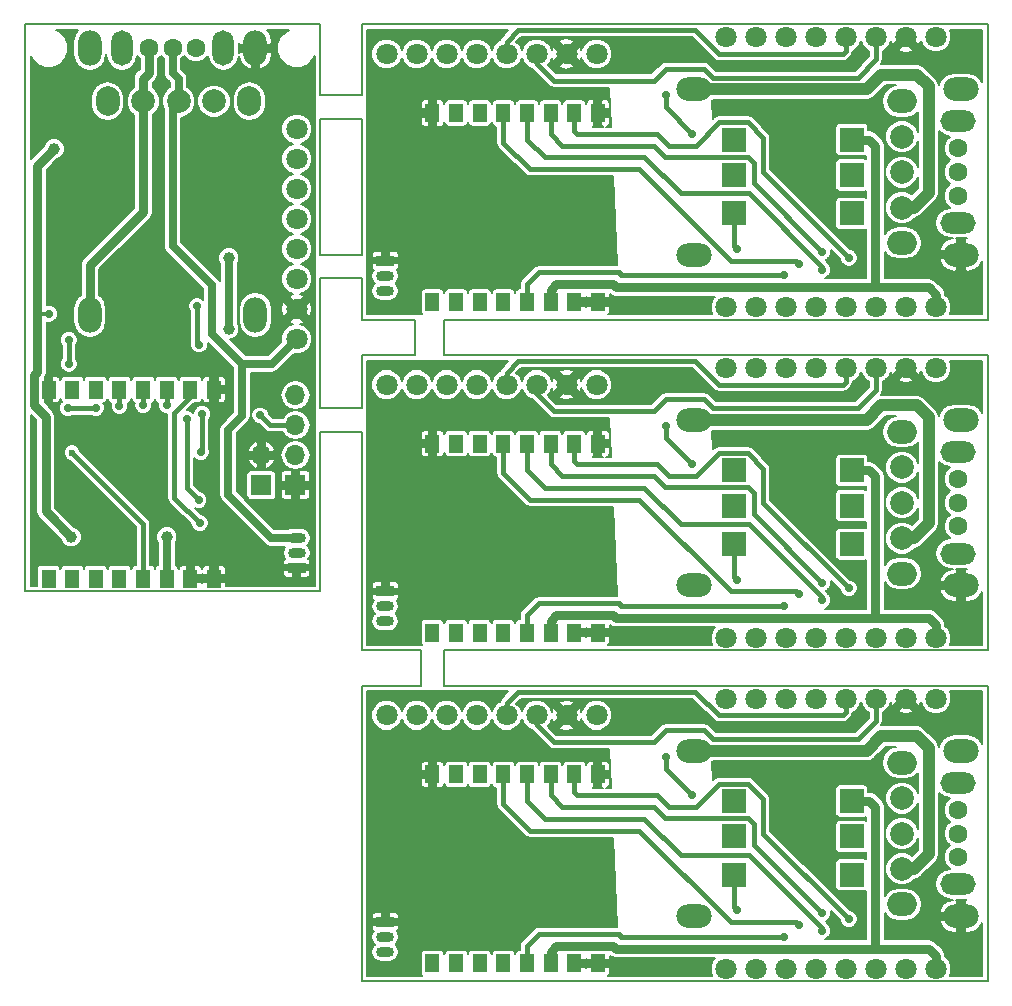
<source format=gbr>
G04 #@! TF.FileFunction,Copper,L2,Bot,Signal*
%FSLAX46Y46*%
G04 Gerber Fmt 4.6, Leading zero omitted, Abs format (unit mm)*
G04 Created by KiCad (PCBNEW 4.0.6) date 07/26/18 14:24:44*
%MOMM*%
%LPD*%
G01*
G04 APERTURE LIST*
%ADD10C,0.100000*%
%ADD11C,0.150000*%
%ADD12O,3.000000X2.000000*%
%ADD13C,2.000000*%
%ADD14O,2.500000X2.000000*%
%ADD15C,1.800000*%
%ADD16R,1.200000X1.500000*%
%ADD17O,1.500000X0.900000*%
%ADD18R,1.500000X0.900000*%
%ADD19O,3.000000X1.800000*%
%ADD20C,1.600000*%
%ADD21R,1.998980X1.998980*%
%ADD22O,2.000000X3.000000*%
%ADD23R,1.700000X1.700000*%
%ADD24O,1.700000X1.700000*%
%ADD25O,1.800000X3.000000*%
%ADD26O,2.000000X2.500000*%
%ADD27C,0.700000*%
%ADD28C,1.000000*%
%ADD29C,0.600000*%
%ADD30C,0.400000*%
%ADD31C,0.800000*%
%ADD32C,0.500000*%
%ADD33C,0.300000*%
%ADD34C,0.700000*%
%ADD35C,1.000000*%
%ADD36C,0.200000*%
G04 APERTURE END LIST*
D10*
D11*
X113000000Y-61000000D02*
X67000000Y-61000000D01*
X67000000Y-58000000D02*
X113000000Y-58000000D01*
X60000000Y-61000000D02*
X64500000Y-61000000D01*
X60000000Y-58000000D02*
X64500000Y-58000000D01*
X60000000Y-54500000D02*
X60000000Y-58000000D01*
X60000000Y-41000000D02*
X60000000Y-52500000D01*
X60000000Y-33000000D02*
X60000000Y-39000000D01*
X56500000Y-33000000D02*
X56500000Y-39000000D01*
X56500000Y-52500000D02*
X56500000Y-41000000D01*
X56500000Y-65500000D02*
X56500000Y-54500000D01*
X56500000Y-81000000D02*
X56500000Y-67500000D01*
X60000000Y-67500000D02*
X60000000Y-86000000D01*
X60000000Y-61000000D02*
X60000000Y-65500000D01*
X113000000Y-89000000D02*
X67000000Y-89000000D01*
X67000000Y-86000000D02*
X113000000Y-86000000D01*
X60000000Y-86000000D02*
X65000000Y-86000000D01*
X60000000Y-89000000D02*
X65000000Y-89000000D01*
X67000000Y-86000000D02*
X67000000Y-89000000D01*
X65000000Y-86000000D02*
X65000000Y-89000000D01*
X56500000Y-67500000D02*
X60000000Y-67500000D01*
X56500000Y-65500000D02*
X60000000Y-65500000D01*
X67000000Y-61000000D02*
X67000000Y-58000000D01*
X64500000Y-58000000D02*
X64500000Y-61000000D01*
X56500000Y-54500000D02*
X60000000Y-54500000D01*
X56500000Y-52500000D02*
X60000000Y-52500000D01*
X56500000Y-41000000D02*
X60000000Y-41000000D01*
X56500000Y-39000000D02*
X60000000Y-39000000D01*
X113000000Y-33000000D02*
X60000000Y-33000000D01*
X113000000Y-33000000D02*
X113000000Y-58000000D01*
X113000000Y-61000000D02*
X113000000Y-86000000D01*
X60000000Y-114000000D02*
X113000000Y-114000000D01*
X60000000Y-89000000D02*
X60000000Y-114000000D01*
X113000000Y-89000000D02*
X113000000Y-114000000D01*
X31500000Y-33000000D02*
X56500000Y-33000000D01*
X31500000Y-34500000D02*
X31500000Y-33000000D01*
X31500000Y-81000000D02*
X56500000Y-81000000D01*
X31500000Y-80500000D02*
X31500000Y-81000000D01*
X31500000Y-80500000D02*
X31500000Y-34500000D01*
D12*
X88150000Y-38500000D03*
X88150000Y-52500000D03*
X110750000Y-52500000D03*
X110750000Y-38500000D03*
D13*
X105750000Y-48500000D03*
D14*
X105750000Y-51500000D03*
X105750000Y-39500000D03*
D13*
X105750000Y-42500000D03*
X105750000Y-45500000D03*
D15*
X90840000Y-56930000D03*
X93380000Y-56930000D03*
X95920000Y-56930000D03*
X98460000Y-56930000D03*
X101000000Y-56930000D03*
X103540000Y-56930000D03*
X106080000Y-56930000D03*
X108620000Y-56930000D03*
X108620000Y-34070000D03*
X106080000Y-34070000D03*
X103540000Y-34070000D03*
X101000000Y-34070000D03*
X98460000Y-34070000D03*
X95920000Y-34070000D03*
X93380000Y-34070000D03*
X90840000Y-34070000D03*
D16*
X66000000Y-56500000D03*
X68000000Y-56500000D03*
X70000000Y-56500000D03*
X72000000Y-56500000D03*
X74000000Y-56500000D03*
X76000000Y-56500000D03*
X78000000Y-56500000D03*
X80000000Y-56500000D03*
X80000000Y-40500000D03*
X78000000Y-40500000D03*
X76000000Y-40500000D03*
X74000000Y-40500000D03*
X72000000Y-40500000D03*
X70000000Y-40500000D03*
X68000000Y-40500000D03*
X66000000Y-40500000D03*
D15*
X69730000Y-35500000D03*
X72270000Y-35500000D03*
X67190000Y-35500000D03*
X74810000Y-35500000D03*
X64650000Y-35500000D03*
X77350000Y-35500000D03*
X62110000Y-35500000D03*
X79890000Y-35500000D03*
D17*
X62000000Y-54270000D03*
X62000000Y-55540000D03*
D18*
X62000000Y-53000000D03*
D19*
X110500000Y-49800000D03*
X110500000Y-41200000D03*
D20*
X110500000Y-47500000D03*
X110500000Y-43500000D03*
X110500000Y-45500000D03*
D21*
X91498740Y-45750000D03*
X101501260Y-45750000D03*
X101501260Y-42750000D03*
X91498740Y-42750000D03*
X101501260Y-49000000D03*
X91498740Y-49000000D03*
D12*
X88150000Y-66500000D03*
X88150000Y-80500000D03*
X110750000Y-80500000D03*
X110750000Y-66500000D03*
D13*
X105750000Y-76500000D03*
D14*
X105750000Y-79500000D03*
X105750000Y-67500000D03*
D13*
X105750000Y-70500000D03*
X105750000Y-73500000D03*
D15*
X90840000Y-84930000D03*
X93380000Y-84930000D03*
X95920000Y-84930000D03*
X98460000Y-84930000D03*
X101000000Y-84930000D03*
X103540000Y-84930000D03*
X106080000Y-84930000D03*
X108620000Y-84930000D03*
X108620000Y-62070000D03*
X106080000Y-62070000D03*
X103540000Y-62070000D03*
X101000000Y-62070000D03*
X98460000Y-62070000D03*
X95920000Y-62070000D03*
X93380000Y-62070000D03*
X90840000Y-62070000D03*
D16*
X66000000Y-84500000D03*
X68000000Y-84500000D03*
X70000000Y-84500000D03*
X72000000Y-84500000D03*
X74000000Y-84500000D03*
X76000000Y-84500000D03*
X78000000Y-84500000D03*
X80000000Y-84500000D03*
X80000000Y-68500000D03*
X78000000Y-68500000D03*
X76000000Y-68500000D03*
X74000000Y-68500000D03*
X72000000Y-68500000D03*
X70000000Y-68500000D03*
X68000000Y-68500000D03*
X66000000Y-68500000D03*
D15*
X69730000Y-63500000D03*
X72270000Y-63500000D03*
X67190000Y-63500000D03*
X74810000Y-63500000D03*
X64650000Y-63500000D03*
X77350000Y-63500000D03*
X62110000Y-63500000D03*
X79890000Y-63500000D03*
D17*
X62000000Y-82270000D03*
X62000000Y-83540000D03*
D18*
X62000000Y-81000000D03*
D19*
X110500000Y-77800000D03*
X110500000Y-69200000D03*
D20*
X110500000Y-75500000D03*
X110500000Y-71500000D03*
X110500000Y-73500000D03*
D21*
X91498740Y-73750000D03*
X101501260Y-73750000D03*
X101501260Y-70750000D03*
X91498740Y-70750000D03*
X101501260Y-77000000D03*
X91498740Y-77000000D03*
D12*
X88150000Y-94500000D03*
X88150000Y-108500000D03*
X110750000Y-108500000D03*
X110750000Y-94500000D03*
D13*
X105750000Y-104500000D03*
D14*
X105750000Y-107500000D03*
X105750000Y-95500000D03*
D13*
X105750000Y-98500000D03*
X105750000Y-101500000D03*
D15*
X90840000Y-112930000D03*
X93380000Y-112930000D03*
X95920000Y-112930000D03*
X98460000Y-112930000D03*
X101000000Y-112930000D03*
X103540000Y-112930000D03*
X106080000Y-112930000D03*
X108620000Y-112930000D03*
X108620000Y-90070000D03*
X106080000Y-90070000D03*
X103540000Y-90070000D03*
X101000000Y-90070000D03*
X98460000Y-90070000D03*
X95920000Y-90070000D03*
X93380000Y-90070000D03*
X90840000Y-90070000D03*
D16*
X66000000Y-112500000D03*
X68000000Y-112500000D03*
X70000000Y-112500000D03*
X72000000Y-112500000D03*
X74000000Y-112500000D03*
X76000000Y-112500000D03*
X78000000Y-112500000D03*
X80000000Y-112500000D03*
X80000000Y-96500000D03*
X78000000Y-96500000D03*
X76000000Y-96500000D03*
X74000000Y-96500000D03*
X72000000Y-96500000D03*
X70000000Y-96500000D03*
X68000000Y-96500000D03*
X66000000Y-96500000D03*
D15*
X69730000Y-91500000D03*
X72270000Y-91500000D03*
X67190000Y-91500000D03*
X74810000Y-91500000D03*
X64650000Y-91500000D03*
X77350000Y-91500000D03*
X62110000Y-91500000D03*
X79890000Y-91500000D03*
D17*
X62000000Y-110270000D03*
X62000000Y-111540000D03*
D18*
X62000000Y-109000000D03*
D19*
X110500000Y-105800000D03*
X110500000Y-97200000D03*
D20*
X110500000Y-103500000D03*
X110500000Y-99500000D03*
X110500000Y-101500000D03*
D21*
X91498740Y-101750000D03*
X101501260Y-101750000D03*
X101501260Y-98750000D03*
X91498740Y-98750000D03*
X101501260Y-105000000D03*
X91498740Y-105000000D03*
D22*
X37000000Y-57600000D03*
X51000000Y-57600000D03*
X51000000Y-35000000D03*
X37000000Y-35000000D03*
D15*
X54500000Y-49480000D03*
X54500000Y-52020000D03*
X54500000Y-46940000D03*
X54500000Y-54560000D03*
X54500000Y-44400000D03*
X54500000Y-57100000D03*
X54500000Y-41860000D03*
X54500000Y-59640000D03*
D23*
X51500000Y-72000000D03*
D24*
X51500000Y-69460000D03*
D17*
X54500000Y-77730000D03*
X54500000Y-76460000D03*
D18*
X54500000Y-79000000D03*
D16*
X33500000Y-79920000D03*
X35500000Y-79920000D03*
X37500000Y-79920000D03*
X39500000Y-79920000D03*
X41500000Y-79920000D03*
X43500000Y-79920000D03*
X45500000Y-79920000D03*
X47500000Y-79920000D03*
X47500000Y-63920000D03*
X45500000Y-63920000D03*
X43500000Y-63920000D03*
X41500000Y-63920000D03*
X39500000Y-63920000D03*
X37500000Y-63920000D03*
X35500000Y-63920000D03*
X33500000Y-63920000D03*
D23*
X54400000Y-72000000D03*
D24*
X54400000Y-69460000D03*
X54400000Y-66920000D03*
X54400000Y-64380000D03*
D25*
X48300000Y-35000000D03*
X39700000Y-35000000D03*
D20*
X46000000Y-35000000D03*
X42000000Y-35000000D03*
X44000000Y-35000000D03*
D13*
X47500000Y-39500000D03*
D26*
X50500000Y-39500000D03*
X38500000Y-39500000D03*
D13*
X41500000Y-39500000D03*
X44500000Y-39500000D03*
D27*
X66700000Y-46200000D03*
X72800000Y-46200000D03*
X70700000Y-44300000D03*
X66000000Y-43100000D03*
X65800000Y-54600000D03*
X68100000Y-54600000D03*
X70500000Y-54600000D03*
X72900000Y-54600000D03*
X77500000Y-50500000D03*
X73500000Y-49800000D03*
X69200000Y-49700000D03*
X65700000Y-49700000D03*
X68100000Y-52000000D03*
X70500000Y-52100000D03*
X72900000Y-52000000D03*
X88000000Y-56500000D03*
X84900000Y-56500000D03*
X81900000Y-56500000D03*
X100000000Y-36500000D03*
X96750000Y-36500000D03*
X94000000Y-36500000D03*
X90750000Y-36500000D03*
X100000000Y-39800000D03*
X96900000Y-39800000D03*
X94000000Y-39800000D03*
X90800000Y-39800000D03*
X69750000Y-38750000D03*
X80000000Y-38750000D03*
X77250000Y-38750000D03*
X74750000Y-38750000D03*
X72250000Y-38750000D03*
X66700000Y-74200000D03*
X72800000Y-74200000D03*
X70700000Y-72300000D03*
X66000000Y-71100000D03*
X65800000Y-82600000D03*
X68100000Y-82600000D03*
X70500000Y-82600000D03*
X72900000Y-82600000D03*
X77500000Y-78500000D03*
X73500000Y-77800000D03*
X69200000Y-77700000D03*
X65700000Y-77700000D03*
X68100000Y-80000000D03*
X70500000Y-80100000D03*
X72900000Y-80000000D03*
X88000000Y-84500000D03*
X84900000Y-84500000D03*
X81900000Y-84500000D03*
X100000000Y-64500000D03*
X96750000Y-64500000D03*
X94000000Y-64500000D03*
X90750000Y-64500000D03*
X100000000Y-67800000D03*
X96900000Y-67800000D03*
X94000000Y-67800000D03*
X90800000Y-67800000D03*
X69750000Y-66750000D03*
X80000000Y-66750000D03*
X77250000Y-66750000D03*
X74750000Y-66750000D03*
X72250000Y-66750000D03*
X66700000Y-102200000D03*
X72800000Y-102200000D03*
X70700000Y-100300000D03*
X66000000Y-99100000D03*
X65800000Y-110600000D03*
X68100000Y-110600000D03*
X70500000Y-110600000D03*
X72900000Y-110600000D03*
X77500000Y-106500000D03*
X73500000Y-105800000D03*
X69200000Y-105700000D03*
X65700000Y-105700000D03*
X68100000Y-108000000D03*
X70500000Y-108100000D03*
X72900000Y-108000000D03*
X88000000Y-112500000D03*
X84900000Y-112500000D03*
X81900000Y-112500000D03*
X100000000Y-92500000D03*
X96750000Y-92500000D03*
X94000000Y-92500000D03*
X90750000Y-92500000D03*
X100000000Y-95800000D03*
X96900000Y-95800000D03*
X94000000Y-95800000D03*
X90800000Y-95800000D03*
X69750000Y-94750000D03*
X80000000Y-94750000D03*
X77250000Y-94750000D03*
X74750000Y-94750000D03*
X72250000Y-94750000D03*
X50500000Y-42800000D03*
X50600000Y-46300000D03*
X50600000Y-49200000D03*
X47500000Y-43300000D03*
X47400000Y-45400000D03*
X47300000Y-47900000D03*
X47200000Y-50400000D03*
X40980000Y-52190000D03*
X45460000Y-54770000D03*
X43590000Y-54790000D03*
X41940000Y-54770000D03*
X40100000Y-54720000D03*
X35820000Y-55040000D03*
X35920000Y-52320000D03*
X36050000Y-48200000D03*
X34590000Y-41960000D03*
X38000000Y-43500000D03*
X37000000Y-41000000D03*
X34550000Y-40280000D03*
X43930000Y-61540000D03*
X41830000Y-61560000D03*
X40060000Y-61560000D03*
X47500000Y-61800000D03*
X37870000Y-66700000D03*
X38400000Y-74870000D03*
X46190000Y-76600000D03*
X43500000Y-74750000D03*
X39860000Y-77710000D03*
X35960000Y-77710000D03*
X33550000Y-57510000D03*
D28*
X35390000Y-76380000D03*
X33970000Y-43530000D03*
X43510000Y-76390000D03*
D27*
X46090000Y-56850000D03*
X46260000Y-60100000D03*
X46490000Y-65960000D03*
X46390000Y-69230000D03*
X45180000Y-66430000D03*
X46200000Y-73290000D03*
X37510000Y-65510000D03*
X35130000Y-65510000D03*
X85750000Y-39000000D03*
X88000000Y-42250000D03*
X85750000Y-67000000D03*
X88000000Y-70250000D03*
X85750000Y-95000000D03*
X88000000Y-98250000D03*
X35200000Y-61730000D03*
X35200000Y-59680000D03*
X91750000Y-52000000D03*
X91750000Y-80000000D03*
X91750000Y-108000000D03*
X101250000Y-52750000D03*
X101250000Y-80750000D03*
X101250000Y-108750000D03*
X46310000Y-75230000D03*
X95750000Y-54250000D03*
X95750000Y-82250000D03*
X95750000Y-110250000D03*
D29*
X35470000Y-69250000D03*
D27*
X99000000Y-52250000D03*
X99000000Y-80250000D03*
X99000000Y-108250000D03*
X43490000Y-65260000D03*
X99000000Y-53750000D03*
X99000000Y-81750000D03*
X99000000Y-109750000D03*
X41510000Y-65240000D03*
X97000000Y-53250000D03*
X97000000Y-81250000D03*
X97000000Y-109250000D03*
X39500000Y-65280000D03*
X51400000Y-66100000D03*
D28*
X48750000Y-52750000D03*
X48750000Y-58750000D03*
D27*
X37000000Y-57600000D03*
D30*
X66000000Y-40500000D02*
X66000000Y-43100000D01*
X72600000Y-46200000D02*
X72800000Y-46200000D01*
X70700000Y-44300000D02*
X72600000Y-46200000D01*
X72900000Y-54600000D02*
X72900000Y-51900000D01*
X64200000Y-53000000D02*
X65800000Y-54600000D01*
X68100000Y-54600000D02*
X70500000Y-54600000D01*
X62000000Y-53000000D02*
X64200000Y-53000000D01*
X73600000Y-49900000D02*
X77500000Y-50500000D01*
X73500000Y-49800000D02*
X73600000Y-49900000D01*
X65700000Y-49700000D02*
X69200000Y-49700000D01*
X70400000Y-52000000D02*
X68100000Y-52000000D01*
X70500000Y-52100000D02*
X70400000Y-52000000D01*
X72900000Y-51900000D02*
X72900000Y-52000000D01*
X88000000Y-56500000D02*
X84900000Y-56500000D01*
X81900000Y-56500000D02*
X80000000Y-56500000D01*
X100000000Y-36500000D02*
X96750000Y-36500000D01*
X94000000Y-36500000D02*
X90750000Y-36500000D01*
X96900000Y-39800000D02*
X100000000Y-39800000D01*
X90800000Y-39800000D02*
X94000000Y-39800000D01*
X106080000Y-34070000D02*
X106080000Y-34670000D01*
X77250000Y-38750000D02*
X74750000Y-38750000D01*
X69750000Y-38750000D02*
X72250000Y-38750000D01*
X80000000Y-38750000D02*
X80000000Y-40500000D01*
X66000000Y-68500000D02*
X66000000Y-71100000D01*
X72600000Y-74200000D02*
X72800000Y-74200000D01*
X70700000Y-72300000D02*
X72600000Y-74200000D01*
X72900000Y-82600000D02*
X72900000Y-79900000D01*
X64200000Y-81000000D02*
X65800000Y-82600000D01*
X68100000Y-82600000D02*
X70500000Y-82600000D01*
X62000000Y-81000000D02*
X64200000Y-81000000D01*
X73600000Y-77900000D02*
X77500000Y-78500000D01*
X73500000Y-77800000D02*
X73600000Y-77900000D01*
X65700000Y-77700000D02*
X69200000Y-77700000D01*
X70400000Y-80000000D02*
X68100000Y-80000000D01*
X70500000Y-80100000D02*
X70400000Y-80000000D01*
X72900000Y-79900000D02*
X72900000Y-80000000D01*
X88000000Y-84500000D02*
X84900000Y-84500000D01*
X81900000Y-84500000D02*
X80000000Y-84500000D01*
X100000000Y-64500000D02*
X96750000Y-64500000D01*
X94000000Y-64500000D02*
X90750000Y-64500000D01*
X96900000Y-67800000D02*
X100000000Y-67800000D01*
X90800000Y-67800000D02*
X94000000Y-67800000D01*
X106080000Y-62070000D02*
X106080000Y-62670000D01*
X77250000Y-66750000D02*
X74750000Y-66750000D01*
X69750000Y-66750000D02*
X72250000Y-66750000D01*
X80000000Y-66750000D02*
X80000000Y-68500000D01*
X66000000Y-96500000D02*
X66000000Y-99100000D01*
X72600000Y-102200000D02*
X72800000Y-102200000D01*
X70700000Y-100300000D02*
X72600000Y-102200000D01*
X72900000Y-110600000D02*
X72900000Y-107900000D01*
X64200000Y-109000000D02*
X65800000Y-110600000D01*
X68100000Y-110600000D02*
X70500000Y-110600000D01*
X62000000Y-109000000D02*
X64200000Y-109000000D01*
X73600000Y-105900000D02*
X77500000Y-106500000D01*
X73500000Y-105800000D02*
X73600000Y-105900000D01*
X65700000Y-105700000D02*
X69200000Y-105700000D01*
X70400000Y-108000000D02*
X68100000Y-108000000D01*
X70500000Y-108100000D02*
X70400000Y-108000000D01*
X72900000Y-107900000D02*
X72900000Y-108000000D01*
X88000000Y-112500000D02*
X84900000Y-112500000D01*
X81900000Y-112500000D02*
X80000000Y-112500000D01*
X100000000Y-92500000D02*
X96750000Y-92500000D01*
X94000000Y-92500000D02*
X90750000Y-92500000D01*
X96900000Y-95800000D02*
X100000000Y-95800000D01*
X90800000Y-95800000D02*
X94000000Y-95800000D01*
X106080000Y-90070000D02*
X106080000Y-90670000D01*
X77250000Y-94750000D02*
X74750000Y-94750000D01*
X69750000Y-94750000D02*
X72250000Y-94750000D01*
X80000000Y-94750000D02*
X80000000Y-96500000D01*
D31*
X50600000Y-49200000D02*
X48400000Y-49200000D01*
X50500000Y-42800000D02*
X50600000Y-42900000D01*
X50600000Y-42900000D02*
X50600000Y-46300000D01*
X47400000Y-47800000D02*
X47400000Y-45400000D01*
X47300000Y-47900000D02*
X47400000Y-47800000D01*
X48400000Y-49200000D02*
X47200000Y-50400000D01*
D30*
X41960000Y-54790000D02*
X43590000Y-54790000D01*
X41940000Y-54770000D02*
X41960000Y-54790000D01*
X40980000Y-53840000D02*
X40100000Y-54720000D01*
X35860000Y-52380000D02*
X35820000Y-55040000D01*
X35920000Y-52320000D02*
X35860000Y-52380000D01*
X40980000Y-52190000D02*
X40980000Y-53840000D01*
D32*
X34590000Y-41960000D02*
X34580000Y-40310000D01*
X38160000Y-42120000D02*
X38000000Y-43500000D01*
X37000000Y-41000000D02*
X38160000Y-42120000D01*
X34580000Y-40310000D02*
X34550000Y-40280000D01*
X44190000Y-61800000D02*
X43930000Y-61540000D01*
X41830000Y-61560000D02*
X40060000Y-61560000D01*
X47500000Y-63500000D02*
X47500000Y-61930000D01*
X47500000Y-61930000D02*
X47500000Y-61800000D01*
X47500000Y-61800000D02*
X44190000Y-61800000D01*
X35960000Y-77710000D02*
X35960000Y-77660000D01*
X38400000Y-75220000D02*
X38400000Y-74870000D01*
X35960000Y-77660000D02*
X38400000Y-75220000D01*
X46190000Y-76600000D02*
X45350000Y-76600000D01*
X45350000Y-76600000D02*
X43500000Y-74750000D01*
D30*
X35960000Y-77710000D02*
X39860000Y-77710000D01*
D31*
X101501260Y-42750000D02*
X103000000Y-42750000D01*
X103500000Y-43250000D02*
X103500000Y-55250000D01*
X103000000Y-42750000D02*
X103500000Y-43250000D01*
X108620000Y-56930000D02*
X108620000Y-55870000D01*
X108620000Y-55870000D02*
X108000000Y-55250000D01*
X108000000Y-55250000D02*
X103500000Y-55250000D01*
X76000000Y-55500000D02*
X76000000Y-56500000D01*
X103500000Y-55250000D02*
X81500000Y-55250000D01*
X81500000Y-55250000D02*
X81250000Y-55000000D01*
X81250000Y-55000000D02*
X76500000Y-55000000D01*
X76500000Y-55000000D02*
X76000000Y-55500000D01*
X101501260Y-70750000D02*
X103000000Y-70750000D01*
X103500000Y-71250000D02*
X103500000Y-83250000D01*
X103000000Y-70750000D02*
X103500000Y-71250000D01*
X108620000Y-84930000D02*
X108620000Y-83870000D01*
X108620000Y-83870000D02*
X108000000Y-83250000D01*
X108000000Y-83250000D02*
X103500000Y-83250000D01*
X76000000Y-83500000D02*
X76000000Y-84500000D01*
X103500000Y-83250000D02*
X81500000Y-83250000D01*
X81500000Y-83250000D02*
X81250000Y-83000000D01*
X81250000Y-83000000D02*
X76500000Y-83000000D01*
X76500000Y-83000000D02*
X76000000Y-83500000D01*
X101501260Y-98750000D02*
X103000000Y-98750000D01*
X103500000Y-99250000D02*
X103500000Y-111250000D01*
X103000000Y-98750000D02*
X103500000Y-99250000D01*
X108620000Y-112930000D02*
X108620000Y-111870000D01*
X108620000Y-111870000D02*
X108000000Y-111250000D01*
X108000000Y-111250000D02*
X103500000Y-111250000D01*
X76000000Y-111500000D02*
X76000000Y-112500000D01*
X103500000Y-111250000D02*
X81500000Y-111250000D01*
X81500000Y-111250000D02*
X81250000Y-111000000D01*
X81250000Y-111000000D02*
X76500000Y-111000000D01*
X76500000Y-111000000D02*
X76000000Y-111500000D01*
D33*
X33540000Y-57500000D02*
X32530000Y-57500000D01*
X33550000Y-57510000D02*
X33540000Y-57500000D01*
D31*
X32530000Y-62420000D02*
X32530000Y-57500000D01*
X35390000Y-76380000D02*
X35390000Y-76370000D01*
X32280000Y-62670000D02*
X32530000Y-62420000D01*
X32280000Y-65230000D02*
X32280000Y-62670000D01*
X33250000Y-66200000D02*
X32280000Y-65230000D01*
X33250000Y-74230000D02*
X33250000Y-66200000D01*
X35390000Y-76370000D02*
X33250000Y-74230000D01*
X32530000Y-57500000D02*
X32530000Y-44970000D01*
X32530000Y-44970000D02*
X33970000Y-43530000D01*
D34*
X43500000Y-79500000D02*
X43500000Y-76790000D01*
X43500000Y-76790000D02*
X43510000Y-76390000D01*
D30*
X72270000Y-35500000D02*
X72270000Y-34480000D01*
X101000000Y-35250000D02*
X101000000Y-34070000D01*
X100750000Y-35500000D02*
X101000000Y-35250000D01*
X90250000Y-35500000D02*
X100750000Y-35500000D01*
X88250000Y-33500000D02*
X90250000Y-35500000D01*
X73250000Y-33500000D02*
X88250000Y-33500000D01*
X72270000Y-34480000D02*
X73250000Y-33500000D01*
X72270000Y-63500000D02*
X72270000Y-62480000D01*
X101000000Y-63250000D02*
X101000000Y-62070000D01*
X100750000Y-63500000D02*
X101000000Y-63250000D01*
X90250000Y-63500000D02*
X100750000Y-63500000D01*
X88250000Y-61500000D02*
X90250000Y-63500000D01*
X73250000Y-61500000D02*
X88250000Y-61500000D01*
X72270000Y-62480000D02*
X73250000Y-61500000D01*
X72270000Y-91500000D02*
X72270000Y-90480000D01*
X101000000Y-91250000D02*
X101000000Y-90070000D01*
X100750000Y-91500000D02*
X101000000Y-91250000D01*
X90250000Y-91500000D02*
X100750000Y-91500000D01*
X88250000Y-89500000D02*
X90250000Y-91500000D01*
X73250000Y-89500000D02*
X88250000Y-89500000D01*
X72270000Y-90480000D02*
X73250000Y-89500000D01*
X46090000Y-59930000D02*
X46090000Y-56850000D01*
X46260000Y-60100000D02*
X46090000Y-59930000D01*
X46490000Y-69130000D02*
X46490000Y-65960000D01*
X46390000Y-69230000D02*
X46490000Y-69130000D01*
X54160000Y-52020000D02*
X54500000Y-52020000D01*
X103540000Y-35960000D02*
X102000000Y-37500000D01*
X103540000Y-34070000D02*
X103540000Y-35960000D01*
X84750000Y-37750000D02*
X85750000Y-36750000D01*
X76250000Y-37750000D02*
X84750000Y-37750000D01*
X76250000Y-37750000D02*
X74810000Y-36310000D01*
X89000000Y-36750000D02*
X85750000Y-36750000D01*
X89750000Y-37500000D02*
X89000000Y-36750000D01*
X102000000Y-37500000D02*
X89750000Y-37500000D01*
X74810000Y-35500000D02*
X74810000Y-36310000D01*
X103540000Y-63960000D02*
X102000000Y-65500000D01*
X103540000Y-62070000D02*
X103540000Y-63960000D01*
X84750000Y-65750000D02*
X85750000Y-64750000D01*
X76250000Y-65750000D02*
X84750000Y-65750000D01*
X76250000Y-65750000D02*
X74810000Y-64310000D01*
X89000000Y-64750000D02*
X85750000Y-64750000D01*
X89750000Y-65500000D02*
X89000000Y-64750000D01*
X102000000Y-65500000D02*
X89750000Y-65500000D01*
X74810000Y-63500000D02*
X74810000Y-64310000D01*
X103540000Y-91960000D02*
X102000000Y-93500000D01*
X103540000Y-90070000D02*
X103540000Y-91960000D01*
X84750000Y-93750000D02*
X85750000Y-92750000D01*
X76250000Y-93750000D02*
X84750000Y-93750000D01*
X76250000Y-93750000D02*
X74810000Y-92310000D01*
X89000000Y-92750000D02*
X85750000Y-92750000D01*
X89750000Y-93500000D02*
X89000000Y-92750000D01*
X102000000Y-93500000D02*
X89750000Y-93500000D01*
X74810000Y-91500000D02*
X74810000Y-92310000D01*
X45180000Y-72270000D02*
X45180000Y-66430000D01*
X46200000Y-73290000D02*
X45180000Y-72270000D01*
D34*
X44500000Y-39500000D02*
X44500000Y-37600000D01*
X44500000Y-37600000D02*
X44000000Y-37100000D01*
X44000000Y-37100000D02*
X44000000Y-35000000D01*
X44000000Y-40000000D02*
X44000000Y-51750000D01*
X47350000Y-55100000D02*
X44000000Y-51750000D01*
X49860000Y-61750000D02*
X47350000Y-59240000D01*
X49860000Y-61750000D02*
X49890000Y-61750000D01*
X47350000Y-59240000D02*
X47350000Y-55100000D01*
X44000000Y-40000000D02*
X44500000Y-39500000D01*
X49890000Y-61750000D02*
X49890000Y-66120000D01*
X49890000Y-66120000D02*
X48690000Y-67320000D01*
X48690000Y-67320000D02*
X48690000Y-72840000D01*
X48690000Y-72840000D02*
X52310000Y-76460000D01*
X52310000Y-76460000D02*
X54500000Y-76460000D01*
X54500000Y-59640000D02*
X54500000Y-59670000D01*
X54500000Y-59670000D02*
X52420000Y-61750000D01*
X52420000Y-61750000D02*
X49890000Y-61750000D01*
D30*
X35130000Y-65510000D02*
X37510000Y-65510000D01*
X85750000Y-40000000D02*
X85750000Y-39000000D01*
X88000000Y-42250000D02*
X85750000Y-40000000D01*
X85750000Y-68000000D02*
X85750000Y-67000000D01*
X88000000Y-70250000D02*
X85750000Y-68000000D01*
X85750000Y-96000000D02*
X85750000Y-95000000D01*
X88000000Y-98250000D02*
X85750000Y-96000000D01*
X35200000Y-59680000D02*
X35200000Y-61730000D01*
X91498740Y-49000000D02*
X91498740Y-51748740D01*
X91498740Y-51748740D02*
X91750000Y-52000000D01*
X91498740Y-77000000D02*
X91498740Y-79748740D01*
X91498740Y-79748740D02*
X91750000Y-80000000D01*
X91498740Y-105000000D02*
X91498740Y-107748740D01*
X91498740Y-107748740D02*
X91750000Y-108000000D01*
X90300000Y-41300000D02*
X88350000Y-43250000D01*
X101250000Y-52750000D02*
X94000000Y-45500000D01*
X94000000Y-45500000D02*
X94000000Y-42600000D01*
X94000000Y-42600000D02*
X92700000Y-41300000D01*
X92700000Y-41300000D02*
X90300000Y-41300000D01*
X78250000Y-42250000D02*
X78000000Y-42000000D01*
X78000000Y-40500000D02*
X78000000Y-42000000D01*
X85000000Y-42250000D02*
X78250000Y-42250000D01*
X86000000Y-43250000D02*
X85000000Y-42250000D01*
X88350000Y-43250000D02*
X86000000Y-43250000D01*
X90300000Y-69300000D02*
X88350000Y-71250000D01*
X101250000Y-80750000D02*
X94000000Y-73500000D01*
X94000000Y-73500000D02*
X94000000Y-70600000D01*
X94000000Y-70600000D02*
X92700000Y-69300000D01*
X92700000Y-69300000D02*
X90300000Y-69300000D01*
X78250000Y-70250000D02*
X78000000Y-70000000D01*
X78000000Y-68500000D02*
X78000000Y-70000000D01*
X85000000Y-70250000D02*
X78250000Y-70250000D01*
X86000000Y-71250000D02*
X85000000Y-70250000D01*
X88350000Y-71250000D02*
X86000000Y-71250000D01*
X90300000Y-97300000D02*
X88350000Y-99250000D01*
X101250000Y-108750000D02*
X94000000Y-101500000D01*
X94000000Y-101500000D02*
X94000000Y-98600000D01*
X94000000Y-98600000D02*
X92700000Y-97300000D01*
X92700000Y-97300000D02*
X90300000Y-97300000D01*
X78250000Y-98250000D02*
X78000000Y-98000000D01*
X78000000Y-96500000D02*
X78000000Y-98000000D01*
X85000000Y-98250000D02*
X78250000Y-98250000D01*
X86000000Y-99250000D02*
X85000000Y-98250000D01*
X88350000Y-99250000D02*
X86000000Y-99250000D01*
X45500000Y-64510000D02*
X45500000Y-63500000D01*
X44140000Y-65870000D02*
X45500000Y-64510000D01*
X44140000Y-73060000D02*
X44140000Y-65870000D01*
X46310000Y-75230000D02*
X44140000Y-73060000D01*
X95750000Y-54250000D02*
X82000000Y-54250000D01*
X82000000Y-54250000D02*
X81750000Y-54000000D01*
X81750000Y-54000000D02*
X75000000Y-54000000D01*
X75000000Y-54000000D02*
X74000000Y-55000000D01*
X74000000Y-56500000D02*
X74000000Y-55000000D01*
X95750000Y-82250000D02*
X82000000Y-82250000D01*
X82000000Y-82250000D02*
X81750000Y-82000000D01*
X81750000Y-82000000D02*
X75000000Y-82000000D01*
X75000000Y-82000000D02*
X74000000Y-83000000D01*
X74000000Y-84500000D02*
X74000000Y-83000000D01*
X95750000Y-110250000D02*
X82000000Y-110250000D01*
X82000000Y-110250000D02*
X81750000Y-110000000D01*
X81750000Y-110000000D02*
X75000000Y-110000000D01*
X75000000Y-110000000D02*
X74000000Y-111000000D01*
X74000000Y-112500000D02*
X74000000Y-111000000D01*
X41500000Y-75280000D02*
X41500000Y-79500000D01*
X35470000Y-69250000D02*
X41500000Y-75280000D01*
X99000000Y-52250000D02*
X93200000Y-46450000D01*
X76000000Y-40500000D02*
X76000000Y-42250000D01*
X77000000Y-43250000D02*
X76000000Y-42250000D01*
X84750000Y-43250000D02*
X77000000Y-43250000D01*
X85700000Y-44200000D02*
X84750000Y-43250000D01*
X92700000Y-44200000D02*
X85700000Y-44200000D01*
X93200000Y-44700000D02*
X92700000Y-44200000D01*
X93200000Y-46450000D02*
X93200000Y-44700000D01*
X99000000Y-80250000D02*
X93200000Y-74450000D01*
X76000000Y-68500000D02*
X76000000Y-70250000D01*
X77000000Y-71250000D02*
X76000000Y-70250000D01*
X84750000Y-71250000D02*
X77000000Y-71250000D01*
X85700000Y-72200000D02*
X84750000Y-71250000D01*
X92700000Y-72200000D02*
X85700000Y-72200000D01*
X93200000Y-72700000D02*
X92700000Y-72200000D01*
X93200000Y-74450000D02*
X93200000Y-72700000D01*
X99000000Y-108250000D02*
X93200000Y-102450000D01*
X76000000Y-96500000D02*
X76000000Y-98250000D01*
X77000000Y-99250000D02*
X76000000Y-98250000D01*
X84750000Y-99250000D02*
X77000000Y-99250000D01*
X85700000Y-100200000D02*
X84750000Y-99250000D01*
X92700000Y-100200000D02*
X85700000Y-100200000D01*
X93200000Y-100700000D02*
X92700000Y-100200000D01*
X93200000Y-102450000D02*
X93200000Y-100700000D01*
X43500000Y-65250000D02*
X43500000Y-63500000D01*
X43490000Y-65260000D02*
X43500000Y-65250000D01*
X99000000Y-53750000D02*
X99000000Y-53500000D01*
X74000000Y-40500000D02*
X74000000Y-42750000D01*
X75500000Y-44250000D02*
X74000000Y-42750000D01*
X83950000Y-44250000D02*
X75500000Y-44250000D01*
X87000000Y-47300000D02*
X83950000Y-44250000D01*
X92800000Y-47300000D02*
X87000000Y-47300000D01*
X99000000Y-53500000D02*
X92800000Y-47300000D01*
X99000000Y-81750000D02*
X99000000Y-81500000D01*
X74000000Y-68500000D02*
X74000000Y-70750000D01*
X75500000Y-72250000D02*
X74000000Y-70750000D01*
X83950000Y-72250000D02*
X75500000Y-72250000D01*
X87000000Y-75300000D02*
X83950000Y-72250000D01*
X92800000Y-75300000D02*
X87000000Y-75300000D01*
X99000000Y-81500000D02*
X92800000Y-75300000D01*
X99000000Y-109750000D02*
X99000000Y-109500000D01*
X74000000Y-96500000D02*
X74000000Y-98750000D01*
X75500000Y-100250000D02*
X74000000Y-98750000D01*
X83950000Y-100250000D02*
X75500000Y-100250000D01*
X87000000Y-103300000D02*
X83950000Y-100250000D01*
X92800000Y-103300000D02*
X87000000Y-103300000D01*
X99000000Y-109500000D02*
X92800000Y-103300000D01*
X41500000Y-65230000D02*
X41500000Y-63500000D01*
X41510000Y-65240000D02*
X41500000Y-65230000D01*
X72000000Y-43000000D02*
X72000000Y-40500000D01*
X74250000Y-45250000D02*
X72000000Y-43000000D01*
X83500000Y-45250000D02*
X74250000Y-45250000D01*
X91250000Y-53000000D02*
X83500000Y-45250000D01*
X96750000Y-53000000D02*
X91250000Y-53000000D01*
X97000000Y-53250000D02*
X96750000Y-53000000D01*
X72000000Y-71000000D02*
X72000000Y-68500000D01*
X74250000Y-73250000D02*
X72000000Y-71000000D01*
X83500000Y-73250000D02*
X74250000Y-73250000D01*
X91250000Y-81000000D02*
X83500000Y-73250000D01*
X96750000Y-81000000D02*
X91250000Y-81000000D01*
X97000000Y-81250000D02*
X96750000Y-81000000D01*
X72000000Y-99000000D02*
X72000000Y-96500000D01*
X74250000Y-101250000D02*
X72000000Y-99000000D01*
X83500000Y-101250000D02*
X74250000Y-101250000D01*
X91250000Y-109000000D02*
X83500000Y-101250000D01*
X96750000Y-109000000D02*
X91250000Y-109000000D01*
X97000000Y-109250000D02*
X96750000Y-109000000D01*
X39500000Y-65280000D02*
X39500000Y-63500000D01*
X52220000Y-66920000D02*
X54400000Y-66920000D01*
X51400000Y-66100000D02*
X52220000Y-66920000D01*
D34*
X48750000Y-58750000D02*
X48750000Y-52750000D01*
D31*
X41500000Y-39500000D02*
X41500000Y-37600000D01*
X42000000Y-37100000D02*
X42000000Y-35000000D01*
X41500000Y-37600000D02*
X42000000Y-37100000D01*
X37000000Y-53450000D02*
X37000000Y-53400000D01*
X37000000Y-57600000D02*
X37000000Y-53450000D01*
X41500000Y-48900000D02*
X41500000Y-39500000D01*
X37000000Y-53400000D02*
X41500000Y-48900000D01*
X37000000Y-57600000D02*
X36890000Y-57490000D01*
D35*
X105750000Y-48500000D02*
X106750000Y-48500000D01*
X106750000Y-48500000D02*
X108000000Y-47250000D01*
X102750000Y-38500000D02*
X88150000Y-38500000D01*
X104000000Y-37250000D02*
X102750000Y-38500000D01*
X107000000Y-37250000D02*
X104000000Y-37250000D01*
X108000000Y-38250000D02*
X107000000Y-37250000D01*
X108000000Y-47250000D02*
X108000000Y-38250000D01*
D31*
X105250000Y-48500000D02*
X105750000Y-48500000D01*
D35*
X105750000Y-76500000D02*
X106750000Y-76500000D01*
X106750000Y-76500000D02*
X108000000Y-75250000D01*
X102750000Y-66500000D02*
X88150000Y-66500000D01*
X104000000Y-65250000D02*
X102750000Y-66500000D01*
X107000000Y-65250000D02*
X104000000Y-65250000D01*
X108000000Y-66250000D02*
X107000000Y-65250000D01*
X108000000Y-75250000D02*
X108000000Y-66250000D01*
D31*
X105250000Y-76500000D02*
X105750000Y-76500000D01*
D35*
X105750000Y-104500000D02*
X106750000Y-104500000D01*
X106750000Y-104500000D02*
X108000000Y-103250000D01*
X102750000Y-94500000D02*
X88150000Y-94500000D01*
X104000000Y-93250000D02*
X102750000Y-94500000D01*
X107000000Y-93250000D02*
X104000000Y-93250000D01*
X108000000Y-94250000D02*
X107000000Y-93250000D01*
X108000000Y-103250000D02*
X108000000Y-94250000D01*
D31*
X105250000Y-104500000D02*
X105750000Y-104500000D01*
D36*
G36*
X71845736Y-34055736D02*
X71715672Y-34250390D01*
X71700057Y-34328893D01*
X71534571Y-34397271D01*
X71168556Y-34762647D01*
X70999830Y-35168985D01*
X70832729Y-34764571D01*
X70467353Y-34398556D01*
X69989721Y-34200226D01*
X69472548Y-34199774D01*
X68994571Y-34397271D01*
X68628556Y-34762647D01*
X68459830Y-35168985D01*
X68292729Y-34764571D01*
X67927353Y-34398556D01*
X67449721Y-34200226D01*
X66932548Y-34199774D01*
X66454571Y-34397271D01*
X66088556Y-34762647D01*
X65919830Y-35168985D01*
X65752729Y-34764571D01*
X65387353Y-34398556D01*
X64909721Y-34200226D01*
X64392548Y-34199774D01*
X63914571Y-34397271D01*
X63548556Y-34762647D01*
X63379830Y-35168985D01*
X63212729Y-34764571D01*
X62847353Y-34398556D01*
X62369721Y-34200226D01*
X61852548Y-34199774D01*
X61374571Y-34397271D01*
X61008556Y-34762647D01*
X60810226Y-35240279D01*
X60809774Y-35757452D01*
X61007271Y-36235429D01*
X61372647Y-36601444D01*
X61850279Y-36799774D01*
X62367452Y-36800226D01*
X62845429Y-36602729D01*
X63211444Y-36237353D01*
X63380170Y-35831015D01*
X63547271Y-36235429D01*
X63912647Y-36601444D01*
X64390279Y-36799774D01*
X64907452Y-36800226D01*
X65385429Y-36602729D01*
X65751444Y-36237353D01*
X65920170Y-35831015D01*
X66087271Y-36235429D01*
X66452647Y-36601444D01*
X66930279Y-36799774D01*
X67447452Y-36800226D01*
X67925429Y-36602729D01*
X68291444Y-36237353D01*
X68460170Y-35831015D01*
X68627271Y-36235429D01*
X68992647Y-36601444D01*
X69470279Y-36799774D01*
X69987452Y-36800226D01*
X70465429Y-36602729D01*
X70831444Y-36237353D01*
X71000170Y-35831015D01*
X71167271Y-36235429D01*
X71532647Y-36601444D01*
X72010279Y-36799774D01*
X72527452Y-36800226D01*
X73005429Y-36602729D01*
X73371444Y-36237353D01*
X73540170Y-35831015D01*
X73707271Y-36235429D01*
X74072647Y-36601444D01*
X74383134Y-36730369D01*
X74385736Y-36734264D01*
X75825736Y-38174264D01*
X76020390Y-38304328D01*
X76250000Y-38350000D01*
X80948432Y-38350000D01*
X81094020Y-41650000D01*
X80679565Y-41650000D01*
X80826582Y-41589104D01*
X80939104Y-41476582D01*
X81000000Y-41329565D01*
X81000000Y-40900000D01*
X80900000Y-40800000D01*
X80300000Y-40800000D01*
X80300000Y-41550000D01*
X80400000Y-41650000D01*
X79600000Y-41650000D01*
X79700000Y-41550000D01*
X79700000Y-40800000D01*
X79680000Y-40800000D01*
X79680000Y-40200000D01*
X79700000Y-40200000D01*
X79700000Y-39450000D01*
X80300000Y-39450000D01*
X80300000Y-40200000D01*
X80900000Y-40200000D01*
X81000000Y-40100000D01*
X81000000Y-39670435D01*
X80939104Y-39523418D01*
X80826582Y-39410896D01*
X80679565Y-39350000D01*
X80400000Y-39350000D01*
X80300000Y-39450000D01*
X79700000Y-39450000D01*
X79600000Y-39350000D01*
X79320435Y-39350000D01*
X79173418Y-39410896D01*
X79060896Y-39523418D01*
X79000000Y-39670435D01*
X79000000Y-39708356D01*
X78979944Y-39601769D01*
X78892340Y-39465628D01*
X78758671Y-39374296D01*
X78600000Y-39342164D01*
X77400000Y-39342164D01*
X77251769Y-39370056D01*
X77115628Y-39457660D01*
X77024296Y-39591329D01*
X77000288Y-39709885D01*
X76979944Y-39601769D01*
X76892340Y-39465628D01*
X76758671Y-39374296D01*
X76600000Y-39342164D01*
X75400000Y-39342164D01*
X75251769Y-39370056D01*
X75115628Y-39457660D01*
X75024296Y-39591329D01*
X75000288Y-39709885D01*
X74979944Y-39601769D01*
X74892340Y-39465628D01*
X74758671Y-39374296D01*
X74600000Y-39342164D01*
X73400000Y-39342164D01*
X73251769Y-39370056D01*
X73115628Y-39457660D01*
X73024296Y-39591329D01*
X73000288Y-39709885D01*
X72979944Y-39601769D01*
X72892340Y-39465628D01*
X72758671Y-39374296D01*
X72600000Y-39342164D01*
X71400000Y-39342164D01*
X71251769Y-39370056D01*
X71115628Y-39457660D01*
X71024296Y-39591329D01*
X71000288Y-39709885D01*
X70979944Y-39601769D01*
X70892340Y-39465628D01*
X70758671Y-39374296D01*
X70600000Y-39342164D01*
X69400000Y-39342164D01*
X69251769Y-39370056D01*
X69115628Y-39457660D01*
X69024296Y-39591329D01*
X69000288Y-39709885D01*
X68979944Y-39601769D01*
X68892340Y-39465628D01*
X68758671Y-39374296D01*
X68600000Y-39342164D01*
X67400000Y-39342164D01*
X67251769Y-39370056D01*
X67115628Y-39457660D01*
X67024296Y-39591329D01*
X67000000Y-39711305D01*
X67000000Y-39670435D01*
X66939104Y-39523418D01*
X66826582Y-39410896D01*
X66679565Y-39350000D01*
X66400000Y-39350000D01*
X66300000Y-39450000D01*
X66300000Y-40200000D01*
X66320000Y-40200000D01*
X66320000Y-40800000D01*
X66300000Y-40800000D01*
X66300000Y-41550000D01*
X66400000Y-41650000D01*
X66679565Y-41650000D01*
X66826582Y-41589104D01*
X66939104Y-41476582D01*
X67000000Y-41329565D01*
X67000000Y-41291644D01*
X67020056Y-41398231D01*
X67107660Y-41534372D01*
X67241329Y-41625704D01*
X67400000Y-41657836D01*
X68600000Y-41657836D01*
X68748231Y-41629944D01*
X68884372Y-41542340D01*
X68975704Y-41408671D01*
X68999712Y-41290115D01*
X69020056Y-41398231D01*
X69107660Y-41534372D01*
X69241329Y-41625704D01*
X69400000Y-41657836D01*
X70600000Y-41657836D01*
X70748231Y-41629944D01*
X70884372Y-41542340D01*
X70975704Y-41408671D01*
X70999712Y-41290115D01*
X71020056Y-41398231D01*
X71107660Y-41534372D01*
X71241329Y-41625704D01*
X71400000Y-41657836D01*
X71400000Y-43000000D01*
X71445672Y-43229610D01*
X71575736Y-43424264D01*
X73825736Y-45674264D01*
X74020390Y-45804328D01*
X74250000Y-45850000D01*
X81279314Y-45850000D01*
X81612403Y-53400000D01*
X75000000Y-53400000D01*
X74770390Y-53445672D01*
X74575736Y-53575736D01*
X73575736Y-54575736D01*
X73445672Y-54770390D01*
X73400000Y-55000000D01*
X73400000Y-55342164D01*
X73251769Y-55370056D01*
X73115628Y-55457660D01*
X73024296Y-55591329D01*
X73000288Y-55709885D01*
X72979944Y-55601769D01*
X72892340Y-55465628D01*
X72758671Y-55374296D01*
X72600000Y-55342164D01*
X71400000Y-55342164D01*
X71251769Y-55370056D01*
X71115628Y-55457660D01*
X71024296Y-55591329D01*
X71000288Y-55709885D01*
X70979944Y-55601769D01*
X70892340Y-55465628D01*
X70758671Y-55374296D01*
X70600000Y-55342164D01*
X69400000Y-55342164D01*
X69251769Y-55370056D01*
X69115628Y-55457660D01*
X69024296Y-55591329D01*
X69000288Y-55709885D01*
X68979944Y-55601769D01*
X68892340Y-55465628D01*
X68758671Y-55374296D01*
X68600000Y-55342164D01*
X67400000Y-55342164D01*
X67251769Y-55370056D01*
X67115628Y-55457660D01*
X67024296Y-55591329D01*
X67000288Y-55709885D01*
X66979944Y-55601769D01*
X66892340Y-55465628D01*
X66758671Y-55374296D01*
X66600000Y-55342164D01*
X65400000Y-55342164D01*
X65251769Y-55370056D01*
X65115628Y-55457660D01*
X65024296Y-55591329D01*
X64992164Y-55750000D01*
X64992164Y-57250000D01*
X65020056Y-57398231D01*
X65101629Y-57525000D01*
X60475000Y-57525000D01*
X60475000Y-54270000D01*
X60827470Y-54270000D01*
X60892172Y-54595281D01*
X61076429Y-54871041D01*
X61127252Y-54905000D01*
X61076429Y-54938959D01*
X60892172Y-55214719D01*
X60827470Y-55540000D01*
X60892172Y-55865281D01*
X61076429Y-56141041D01*
X61352189Y-56325298D01*
X61677470Y-56390000D01*
X62322530Y-56390000D01*
X62647811Y-56325298D01*
X62923571Y-56141041D01*
X63107828Y-55865281D01*
X63172530Y-55540000D01*
X63107828Y-55214719D01*
X62923571Y-54938959D01*
X62872748Y-54905000D01*
X62923571Y-54871041D01*
X63107828Y-54595281D01*
X63172530Y-54270000D01*
X63107828Y-53944719D01*
X62992928Y-53772758D01*
X63089104Y-53676582D01*
X63150000Y-53529565D01*
X63150000Y-53325000D01*
X63050000Y-53225000D01*
X62300000Y-53225000D01*
X62300000Y-53320000D01*
X61700000Y-53320000D01*
X61700000Y-53225000D01*
X60950000Y-53225000D01*
X60850000Y-53325000D01*
X60850000Y-53529565D01*
X60910896Y-53676582D01*
X61007072Y-53772758D01*
X60892172Y-53944719D01*
X60827470Y-54270000D01*
X60475000Y-54270000D01*
X60475000Y-52470435D01*
X60850000Y-52470435D01*
X60850000Y-52675000D01*
X60950000Y-52775000D01*
X61700000Y-52775000D01*
X61700000Y-52250000D01*
X62300000Y-52250000D01*
X62300000Y-52775000D01*
X63050000Y-52775000D01*
X63150000Y-52675000D01*
X63150000Y-52470435D01*
X63089104Y-52323418D01*
X62976582Y-52210896D01*
X62829565Y-52150000D01*
X62400000Y-52150000D01*
X62300000Y-52250000D01*
X61700000Y-52250000D01*
X61600000Y-52150000D01*
X61170435Y-52150000D01*
X61023418Y-52210896D01*
X60910896Y-52323418D01*
X60850000Y-52470435D01*
X60475000Y-52470435D01*
X60475000Y-40900000D01*
X65000000Y-40900000D01*
X65000000Y-41329565D01*
X65060896Y-41476582D01*
X65173418Y-41589104D01*
X65320435Y-41650000D01*
X65600000Y-41650000D01*
X65700000Y-41550000D01*
X65700000Y-40800000D01*
X65100000Y-40800000D01*
X65000000Y-40900000D01*
X60475000Y-40900000D01*
X60475000Y-39670435D01*
X65000000Y-39670435D01*
X65000000Y-40100000D01*
X65100000Y-40200000D01*
X65700000Y-40200000D01*
X65700000Y-39450000D01*
X65600000Y-39350000D01*
X65320435Y-39350000D01*
X65173418Y-39410896D01*
X65060896Y-39523418D01*
X65000000Y-39670435D01*
X60475000Y-39670435D01*
X60475000Y-33475000D01*
X72426472Y-33475000D01*
X71845736Y-34055736D01*
X71845736Y-34055736D01*
G37*
X71845736Y-34055736D02*
X71715672Y-34250390D01*
X71700057Y-34328893D01*
X71534571Y-34397271D01*
X71168556Y-34762647D01*
X70999830Y-35168985D01*
X70832729Y-34764571D01*
X70467353Y-34398556D01*
X69989721Y-34200226D01*
X69472548Y-34199774D01*
X68994571Y-34397271D01*
X68628556Y-34762647D01*
X68459830Y-35168985D01*
X68292729Y-34764571D01*
X67927353Y-34398556D01*
X67449721Y-34200226D01*
X66932548Y-34199774D01*
X66454571Y-34397271D01*
X66088556Y-34762647D01*
X65919830Y-35168985D01*
X65752729Y-34764571D01*
X65387353Y-34398556D01*
X64909721Y-34200226D01*
X64392548Y-34199774D01*
X63914571Y-34397271D01*
X63548556Y-34762647D01*
X63379830Y-35168985D01*
X63212729Y-34764571D01*
X62847353Y-34398556D01*
X62369721Y-34200226D01*
X61852548Y-34199774D01*
X61374571Y-34397271D01*
X61008556Y-34762647D01*
X60810226Y-35240279D01*
X60809774Y-35757452D01*
X61007271Y-36235429D01*
X61372647Y-36601444D01*
X61850279Y-36799774D01*
X62367452Y-36800226D01*
X62845429Y-36602729D01*
X63211444Y-36237353D01*
X63380170Y-35831015D01*
X63547271Y-36235429D01*
X63912647Y-36601444D01*
X64390279Y-36799774D01*
X64907452Y-36800226D01*
X65385429Y-36602729D01*
X65751444Y-36237353D01*
X65920170Y-35831015D01*
X66087271Y-36235429D01*
X66452647Y-36601444D01*
X66930279Y-36799774D01*
X67447452Y-36800226D01*
X67925429Y-36602729D01*
X68291444Y-36237353D01*
X68460170Y-35831015D01*
X68627271Y-36235429D01*
X68992647Y-36601444D01*
X69470279Y-36799774D01*
X69987452Y-36800226D01*
X70465429Y-36602729D01*
X70831444Y-36237353D01*
X71000170Y-35831015D01*
X71167271Y-36235429D01*
X71532647Y-36601444D01*
X72010279Y-36799774D01*
X72527452Y-36800226D01*
X73005429Y-36602729D01*
X73371444Y-36237353D01*
X73540170Y-35831015D01*
X73707271Y-36235429D01*
X74072647Y-36601444D01*
X74383134Y-36730369D01*
X74385736Y-36734264D01*
X75825736Y-38174264D01*
X76020390Y-38304328D01*
X76250000Y-38350000D01*
X80948432Y-38350000D01*
X81094020Y-41650000D01*
X80679565Y-41650000D01*
X80826582Y-41589104D01*
X80939104Y-41476582D01*
X81000000Y-41329565D01*
X81000000Y-40900000D01*
X80900000Y-40800000D01*
X80300000Y-40800000D01*
X80300000Y-41550000D01*
X80400000Y-41650000D01*
X79600000Y-41650000D01*
X79700000Y-41550000D01*
X79700000Y-40800000D01*
X79680000Y-40800000D01*
X79680000Y-40200000D01*
X79700000Y-40200000D01*
X79700000Y-39450000D01*
X80300000Y-39450000D01*
X80300000Y-40200000D01*
X80900000Y-40200000D01*
X81000000Y-40100000D01*
X81000000Y-39670435D01*
X80939104Y-39523418D01*
X80826582Y-39410896D01*
X80679565Y-39350000D01*
X80400000Y-39350000D01*
X80300000Y-39450000D01*
X79700000Y-39450000D01*
X79600000Y-39350000D01*
X79320435Y-39350000D01*
X79173418Y-39410896D01*
X79060896Y-39523418D01*
X79000000Y-39670435D01*
X79000000Y-39708356D01*
X78979944Y-39601769D01*
X78892340Y-39465628D01*
X78758671Y-39374296D01*
X78600000Y-39342164D01*
X77400000Y-39342164D01*
X77251769Y-39370056D01*
X77115628Y-39457660D01*
X77024296Y-39591329D01*
X77000288Y-39709885D01*
X76979944Y-39601769D01*
X76892340Y-39465628D01*
X76758671Y-39374296D01*
X76600000Y-39342164D01*
X75400000Y-39342164D01*
X75251769Y-39370056D01*
X75115628Y-39457660D01*
X75024296Y-39591329D01*
X75000288Y-39709885D01*
X74979944Y-39601769D01*
X74892340Y-39465628D01*
X74758671Y-39374296D01*
X74600000Y-39342164D01*
X73400000Y-39342164D01*
X73251769Y-39370056D01*
X73115628Y-39457660D01*
X73024296Y-39591329D01*
X73000288Y-39709885D01*
X72979944Y-39601769D01*
X72892340Y-39465628D01*
X72758671Y-39374296D01*
X72600000Y-39342164D01*
X71400000Y-39342164D01*
X71251769Y-39370056D01*
X71115628Y-39457660D01*
X71024296Y-39591329D01*
X71000288Y-39709885D01*
X70979944Y-39601769D01*
X70892340Y-39465628D01*
X70758671Y-39374296D01*
X70600000Y-39342164D01*
X69400000Y-39342164D01*
X69251769Y-39370056D01*
X69115628Y-39457660D01*
X69024296Y-39591329D01*
X69000288Y-39709885D01*
X68979944Y-39601769D01*
X68892340Y-39465628D01*
X68758671Y-39374296D01*
X68600000Y-39342164D01*
X67400000Y-39342164D01*
X67251769Y-39370056D01*
X67115628Y-39457660D01*
X67024296Y-39591329D01*
X67000000Y-39711305D01*
X67000000Y-39670435D01*
X66939104Y-39523418D01*
X66826582Y-39410896D01*
X66679565Y-39350000D01*
X66400000Y-39350000D01*
X66300000Y-39450000D01*
X66300000Y-40200000D01*
X66320000Y-40200000D01*
X66320000Y-40800000D01*
X66300000Y-40800000D01*
X66300000Y-41550000D01*
X66400000Y-41650000D01*
X66679565Y-41650000D01*
X66826582Y-41589104D01*
X66939104Y-41476582D01*
X67000000Y-41329565D01*
X67000000Y-41291644D01*
X67020056Y-41398231D01*
X67107660Y-41534372D01*
X67241329Y-41625704D01*
X67400000Y-41657836D01*
X68600000Y-41657836D01*
X68748231Y-41629944D01*
X68884372Y-41542340D01*
X68975704Y-41408671D01*
X68999712Y-41290115D01*
X69020056Y-41398231D01*
X69107660Y-41534372D01*
X69241329Y-41625704D01*
X69400000Y-41657836D01*
X70600000Y-41657836D01*
X70748231Y-41629944D01*
X70884372Y-41542340D01*
X70975704Y-41408671D01*
X70999712Y-41290115D01*
X71020056Y-41398231D01*
X71107660Y-41534372D01*
X71241329Y-41625704D01*
X71400000Y-41657836D01*
X71400000Y-43000000D01*
X71445672Y-43229610D01*
X71575736Y-43424264D01*
X73825736Y-45674264D01*
X74020390Y-45804328D01*
X74250000Y-45850000D01*
X81279314Y-45850000D01*
X81612403Y-53400000D01*
X75000000Y-53400000D01*
X74770390Y-53445672D01*
X74575736Y-53575736D01*
X73575736Y-54575736D01*
X73445672Y-54770390D01*
X73400000Y-55000000D01*
X73400000Y-55342164D01*
X73251769Y-55370056D01*
X73115628Y-55457660D01*
X73024296Y-55591329D01*
X73000288Y-55709885D01*
X72979944Y-55601769D01*
X72892340Y-55465628D01*
X72758671Y-55374296D01*
X72600000Y-55342164D01*
X71400000Y-55342164D01*
X71251769Y-55370056D01*
X71115628Y-55457660D01*
X71024296Y-55591329D01*
X71000288Y-55709885D01*
X70979944Y-55601769D01*
X70892340Y-55465628D01*
X70758671Y-55374296D01*
X70600000Y-55342164D01*
X69400000Y-55342164D01*
X69251769Y-55370056D01*
X69115628Y-55457660D01*
X69024296Y-55591329D01*
X69000288Y-55709885D01*
X68979944Y-55601769D01*
X68892340Y-55465628D01*
X68758671Y-55374296D01*
X68600000Y-55342164D01*
X67400000Y-55342164D01*
X67251769Y-55370056D01*
X67115628Y-55457660D01*
X67024296Y-55591329D01*
X67000288Y-55709885D01*
X66979944Y-55601769D01*
X66892340Y-55465628D01*
X66758671Y-55374296D01*
X66600000Y-55342164D01*
X65400000Y-55342164D01*
X65251769Y-55370056D01*
X65115628Y-55457660D01*
X65024296Y-55591329D01*
X64992164Y-55750000D01*
X64992164Y-57250000D01*
X65020056Y-57398231D01*
X65101629Y-57525000D01*
X60475000Y-57525000D01*
X60475000Y-54270000D01*
X60827470Y-54270000D01*
X60892172Y-54595281D01*
X61076429Y-54871041D01*
X61127252Y-54905000D01*
X61076429Y-54938959D01*
X60892172Y-55214719D01*
X60827470Y-55540000D01*
X60892172Y-55865281D01*
X61076429Y-56141041D01*
X61352189Y-56325298D01*
X61677470Y-56390000D01*
X62322530Y-56390000D01*
X62647811Y-56325298D01*
X62923571Y-56141041D01*
X63107828Y-55865281D01*
X63172530Y-55540000D01*
X63107828Y-55214719D01*
X62923571Y-54938959D01*
X62872748Y-54905000D01*
X62923571Y-54871041D01*
X63107828Y-54595281D01*
X63172530Y-54270000D01*
X63107828Y-53944719D01*
X62992928Y-53772758D01*
X63089104Y-53676582D01*
X63150000Y-53529565D01*
X63150000Y-53325000D01*
X63050000Y-53225000D01*
X62300000Y-53225000D01*
X62300000Y-53320000D01*
X61700000Y-53320000D01*
X61700000Y-53225000D01*
X60950000Y-53225000D01*
X60850000Y-53325000D01*
X60850000Y-53529565D01*
X60910896Y-53676582D01*
X61007072Y-53772758D01*
X60892172Y-53944719D01*
X60827470Y-54270000D01*
X60475000Y-54270000D01*
X60475000Y-52470435D01*
X60850000Y-52470435D01*
X60850000Y-52675000D01*
X60950000Y-52775000D01*
X61700000Y-52775000D01*
X61700000Y-52250000D01*
X62300000Y-52250000D01*
X62300000Y-52775000D01*
X63050000Y-52775000D01*
X63150000Y-52675000D01*
X63150000Y-52470435D01*
X63089104Y-52323418D01*
X62976582Y-52210896D01*
X62829565Y-52150000D01*
X62400000Y-52150000D01*
X62300000Y-52250000D01*
X61700000Y-52250000D01*
X61600000Y-52150000D01*
X61170435Y-52150000D01*
X61023418Y-52210896D01*
X60910896Y-52323418D01*
X60850000Y-52470435D01*
X60475000Y-52470435D01*
X60475000Y-40900000D01*
X65000000Y-40900000D01*
X65000000Y-41329565D01*
X65060896Y-41476582D01*
X65173418Y-41589104D01*
X65320435Y-41650000D01*
X65600000Y-41650000D01*
X65700000Y-41550000D01*
X65700000Y-40800000D01*
X65100000Y-40800000D01*
X65000000Y-40900000D01*
X60475000Y-40900000D01*
X60475000Y-39670435D01*
X65000000Y-39670435D01*
X65000000Y-40100000D01*
X65100000Y-40200000D01*
X65700000Y-40200000D01*
X65700000Y-39450000D01*
X65600000Y-39350000D01*
X65320435Y-39350000D01*
X65173418Y-39410896D01*
X65060896Y-39523418D01*
X65000000Y-39670435D01*
X60475000Y-39670435D01*
X60475000Y-33475000D01*
X72426472Y-33475000D01*
X71845736Y-34055736D01*
G36*
X81193853Y-55989104D02*
X81500000Y-56050000D01*
X89881452Y-56050000D01*
X89738556Y-56192647D01*
X89540226Y-56670279D01*
X89539774Y-57187452D01*
X89679247Y-57525000D01*
X80890686Y-57525000D01*
X80939104Y-57476582D01*
X81000000Y-57329565D01*
X81000000Y-56900000D01*
X80900000Y-56800000D01*
X80300000Y-56800000D01*
X80300000Y-56820000D01*
X79700000Y-56820000D01*
X79700000Y-56800000D01*
X79100000Y-56800000D01*
X79000000Y-56900000D01*
X78900000Y-56800000D01*
X78300000Y-56800000D01*
X78300000Y-56820000D01*
X77700000Y-56820000D01*
X77700000Y-56800000D01*
X77680000Y-56800000D01*
X77680000Y-56200000D01*
X77700000Y-56200000D01*
X77700000Y-56180000D01*
X78300000Y-56180000D01*
X78300000Y-56200000D01*
X78900000Y-56200000D01*
X79000000Y-56100000D01*
X79100000Y-56200000D01*
X79700000Y-56200000D01*
X79700000Y-56180000D01*
X80300000Y-56180000D01*
X80300000Y-56200000D01*
X80900000Y-56200000D01*
X81000000Y-56100000D01*
X81000000Y-55859575D01*
X81193853Y-55989104D01*
X81193853Y-55989104D01*
G37*
X81193853Y-55989104D02*
X81500000Y-56050000D01*
X89881452Y-56050000D01*
X89738556Y-56192647D01*
X89540226Y-56670279D01*
X89539774Y-57187452D01*
X89679247Y-57525000D01*
X80890686Y-57525000D01*
X80939104Y-57476582D01*
X81000000Y-57329565D01*
X81000000Y-56900000D01*
X80900000Y-56800000D01*
X80300000Y-56800000D01*
X80300000Y-56820000D01*
X79700000Y-56820000D01*
X79700000Y-56800000D01*
X79100000Y-56800000D01*
X79000000Y-56900000D01*
X78900000Y-56800000D01*
X78300000Y-56800000D01*
X78300000Y-56820000D01*
X77700000Y-56820000D01*
X77700000Y-56800000D01*
X77680000Y-56800000D01*
X77680000Y-56200000D01*
X77700000Y-56200000D01*
X77700000Y-56180000D01*
X78300000Y-56180000D01*
X78300000Y-56200000D01*
X78900000Y-56200000D01*
X79000000Y-56100000D01*
X79100000Y-56200000D01*
X79700000Y-56200000D01*
X79700000Y-56180000D01*
X80300000Y-56180000D01*
X80300000Y-56200000D01*
X80900000Y-56200000D01*
X81000000Y-56100000D01*
X81000000Y-55859575D01*
X81193853Y-55989104D01*
G36*
X104931918Y-38206569D02*
X104477726Y-38510051D01*
X104174244Y-38964243D01*
X104067675Y-39500000D01*
X104174244Y-40035757D01*
X104477726Y-40489949D01*
X104931918Y-40793431D01*
X105467675Y-40900000D01*
X106032325Y-40900000D01*
X106568082Y-40793431D01*
X107022274Y-40489949D01*
X107100000Y-40373624D01*
X107100000Y-42101147D01*
X106937555Y-41708000D01*
X106544072Y-41313830D01*
X106029699Y-41100243D01*
X105472744Y-41099757D01*
X104958000Y-41312445D01*
X104563830Y-41705928D01*
X104350243Y-42220301D01*
X104349757Y-42777256D01*
X104562445Y-43292000D01*
X104955928Y-43686170D01*
X105470301Y-43899757D01*
X106027256Y-43900243D01*
X106542000Y-43687555D01*
X106936170Y-43294072D01*
X107100000Y-42899527D01*
X107100000Y-45101147D01*
X106937555Y-44708000D01*
X106544072Y-44313830D01*
X106029699Y-44100243D01*
X105472744Y-44099757D01*
X104958000Y-44312445D01*
X104563830Y-44705928D01*
X104350243Y-45220301D01*
X104349757Y-45777256D01*
X104562445Y-46292000D01*
X104955928Y-46686170D01*
X105470301Y-46899757D01*
X106027256Y-46900243D01*
X106542000Y-46687555D01*
X106936170Y-46294072D01*
X107100000Y-45899527D01*
X107100000Y-46877208D01*
X106603673Y-47373535D01*
X106544072Y-47313830D01*
X106029699Y-47100243D01*
X105472744Y-47099757D01*
X104958000Y-47312445D01*
X104563830Y-47705928D01*
X104350243Y-48220301D01*
X104349757Y-48777256D01*
X104562445Y-49292000D01*
X104955928Y-49686170D01*
X105470301Y-49899757D01*
X106027256Y-49900243D01*
X106542000Y-49687555D01*
X106849979Y-49380113D01*
X107094415Y-49331492D01*
X107386396Y-49136396D01*
X108636396Y-47886396D01*
X108831492Y-47594415D01*
X108900000Y-47250000D01*
X108900000Y-42054080D01*
X108943538Y-42119239D01*
X109365289Y-42401043D01*
X109813106Y-42490120D01*
X109483283Y-42819367D01*
X109300209Y-43260258D01*
X109299793Y-43737647D01*
X109482097Y-44178857D01*
X109802943Y-44500265D01*
X109483283Y-44819367D01*
X109300209Y-45260258D01*
X109299793Y-45737647D01*
X109482097Y-46178857D01*
X109802943Y-46500265D01*
X109483283Y-46819367D01*
X109300209Y-47260258D01*
X109299793Y-47737647D01*
X109482097Y-48178857D01*
X109812636Y-48509974D01*
X109365289Y-48598957D01*
X108943538Y-48880761D01*
X108661734Y-49302512D01*
X108562777Y-49800000D01*
X108661734Y-50297488D01*
X108943538Y-50719239D01*
X109365289Y-51001043D01*
X109862777Y-51100000D01*
X110063683Y-51100000D01*
X109677926Y-51183685D01*
X109217741Y-51502807D01*
X108946287Y-51989773D01*
X108985089Y-52200000D01*
X110450000Y-52200000D01*
X110450000Y-51178749D01*
X110294428Y-51100000D01*
X111137223Y-51100000D01*
X111249817Y-51077604D01*
X111050000Y-51178749D01*
X111050000Y-52200000D01*
X111070000Y-52200000D01*
X111070000Y-52800000D01*
X111050000Y-52800000D01*
X111050000Y-53821251D01*
X111274795Y-53935040D01*
X111822074Y-53816315D01*
X112282259Y-53497193D01*
X112525000Y-53061736D01*
X112525000Y-57525000D01*
X109780554Y-57525000D01*
X109919774Y-57189721D01*
X109920226Y-56672548D01*
X109722729Y-56194571D01*
X109420000Y-55891313D01*
X109420000Y-55870000D01*
X109359104Y-55563853D01*
X109332086Y-55523418D01*
X109185685Y-55304314D01*
X108565685Y-54684315D01*
X108306147Y-54510896D01*
X108000000Y-54450000D01*
X104300000Y-54450000D01*
X104300000Y-53010227D01*
X108946287Y-53010227D01*
X109217741Y-53497193D01*
X109677926Y-53816315D01*
X110225205Y-53935040D01*
X110450000Y-53821251D01*
X110450000Y-52800000D01*
X108985089Y-52800000D01*
X108946287Y-53010227D01*
X104300000Y-53010227D01*
X104300000Y-52223964D01*
X104477726Y-52489949D01*
X104931918Y-52793431D01*
X105467675Y-52900000D01*
X106032325Y-52900000D01*
X106568082Y-52793431D01*
X107022274Y-52489949D01*
X107325756Y-52035757D01*
X107432325Y-51500000D01*
X107325756Y-50964243D01*
X107022274Y-50510051D01*
X106568082Y-50206569D01*
X106032325Y-50100000D01*
X105467675Y-50100000D01*
X104931918Y-50206569D01*
X104477726Y-50510051D01*
X104300000Y-50776036D01*
X104300000Y-43250000D01*
X104239104Y-42943853D01*
X104176393Y-42850000D01*
X104065686Y-42684315D01*
X103565685Y-42184315D01*
X103306147Y-42010896D01*
X103000000Y-41950000D01*
X102908586Y-41950000D01*
X102908586Y-41750510D01*
X102880694Y-41602279D01*
X102793090Y-41466138D01*
X102659421Y-41374806D01*
X102500750Y-41342674D01*
X100501770Y-41342674D01*
X100353539Y-41370566D01*
X100217398Y-41458170D01*
X100126066Y-41591839D01*
X100093934Y-41750510D01*
X100093934Y-43749490D01*
X100121826Y-43897721D01*
X100209430Y-44033862D01*
X100343099Y-44125194D01*
X100501770Y-44157326D01*
X102500750Y-44157326D01*
X102648981Y-44129434D01*
X102700000Y-44096604D01*
X102700000Y-44402532D01*
X102659421Y-44374806D01*
X102500750Y-44342674D01*
X100501770Y-44342674D01*
X100353539Y-44370566D01*
X100217398Y-44458170D01*
X100126066Y-44591839D01*
X100093934Y-44750510D01*
X100093934Y-46749490D01*
X100121826Y-46897721D01*
X100209430Y-47033862D01*
X100343099Y-47125194D01*
X100501770Y-47157326D01*
X102500750Y-47157326D01*
X102648981Y-47129434D01*
X102700000Y-47096604D01*
X102700000Y-47652532D01*
X102659421Y-47624806D01*
X102500750Y-47592674D01*
X100501770Y-47592674D01*
X100353539Y-47620566D01*
X100217398Y-47708170D01*
X100126066Y-47841839D01*
X100093934Y-48000510D01*
X100093934Y-49999490D01*
X100121826Y-50147721D01*
X100209430Y-50283862D01*
X100343099Y-50375194D01*
X100501770Y-50407326D01*
X102500750Y-50407326D01*
X102648981Y-50379434D01*
X102700000Y-50346604D01*
X102700000Y-54450000D01*
X99269853Y-54450000D01*
X99424286Y-54386189D01*
X99635448Y-54175395D01*
X99749869Y-53899839D01*
X99750130Y-53601470D01*
X99636189Y-53325714D01*
X99500413Y-53189701D01*
X99424264Y-53075736D01*
X99290144Y-52941616D01*
X99424286Y-52886189D01*
X99635448Y-52675395D01*
X99749869Y-52399839D01*
X99750130Y-52101470D01*
X99748150Y-52096678D01*
X100499914Y-52848442D01*
X100499870Y-52898530D01*
X100613811Y-53174286D01*
X100824605Y-53385448D01*
X101100161Y-53499869D01*
X101398530Y-53500130D01*
X101674286Y-53386189D01*
X101885448Y-53175395D01*
X101999869Y-52899839D01*
X102000130Y-52601470D01*
X101886189Y-52325714D01*
X101675395Y-52114552D01*
X101399839Y-52000131D01*
X101348614Y-52000086D01*
X94600000Y-45251472D01*
X94600000Y-42600000D01*
X94554328Y-42370390D01*
X94424264Y-42175736D01*
X93124264Y-40875736D01*
X92929610Y-40745672D01*
X92700000Y-40700000D01*
X90300000Y-40700000D01*
X90070389Y-40745672D01*
X89875736Y-40875736D01*
X89764944Y-40986528D01*
X89697572Y-39459419D01*
X89737274Y-39400000D01*
X102750000Y-39400000D01*
X103094415Y-39331492D01*
X103386396Y-39136396D01*
X104372792Y-38150000D01*
X105216309Y-38150000D01*
X104931918Y-38206569D01*
X104931918Y-38206569D01*
G37*
X104931918Y-38206569D02*
X104477726Y-38510051D01*
X104174244Y-38964243D01*
X104067675Y-39500000D01*
X104174244Y-40035757D01*
X104477726Y-40489949D01*
X104931918Y-40793431D01*
X105467675Y-40900000D01*
X106032325Y-40900000D01*
X106568082Y-40793431D01*
X107022274Y-40489949D01*
X107100000Y-40373624D01*
X107100000Y-42101147D01*
X106937555Y-41708000D01*
X106544072Y-41313830D01*
X106029699Y-41100243D01*
X105472744Y-41099757D01*
X104958000Y-41312445D01*
X104563830Y-41705928D01*
X104350243Y-42220301D01*
X104349757Y-42777256D01*
X104562445Y-43292000D01*
X104955928Y-43686170D01*
X105470301Y-43899757D01*
X106027256Y-43900243D01*
X106542000Y-43687555D01*
X106936170Y-43294072D01*
X107100000Y-42899527D01*
X107100000Y-45101147D01*
X106937555Y-44708000D01*
X106544072Y-44313830D01*
X106029699Y-44100243D01*
X105472744Y-44099757D01*
X104958000Y-44312445D01*
X104563830Y-44705928D01*
X104350243Y-45220301D01*
X104349757Y-45777256D01*
X104562445Y-46292000D01*
X104955928Y-46686170D01*
X105470301Y-46899757D01*
X106027256Y-46900243D01*
X106542000Y-46687555D01*
X106936170Y-46294072D01*
X107100000Y-45899527D01*
X107100000Y-46877208D01*
X106603673Y-47373535D01*
X106544072Y-47313830D01*
X106029699Y-47100243D01*
X105472744Y-47099757D01*
X104958000Y-47312445D01*
X104563830Y-47705928D01*
X104350243Y-48220301D01*
X104349757Y-48777256D01*
X104562445Y-49292000D01*
X104955928Y-49686170D01*
X105470301Y-49899757D01*
X106027256Y-49900243D01*
X106542000Y-49687555D01*
X106849979Y-49380113D01*
X107094415Y-49331492D01*
X107386396Y-49136396D01*
X108636396Y-47886396D01*
X108831492Y-47594415D01*
X108900000Y-47250000D01*
X108900000Y-42054080D01*
X108943538Y-42119239D01*
X109365289Y-42401043D01*
X109813106Y-42490120D01*
X109483283Y-42819367D01*
X109300209Y-43260258D01*
X109299793Y-43737647D01*
X109482097Y-44178857D01*
X109802943Y-44500265D01*
X109483283Y-44819367D01*
X109300209Y-45260258D01*
X109299793Y-45737647D01*
X109482097Y-46178857D01*
X109802943Y-46500265D01*
X109483283Y-46819367D01*
X109300209Y-47260258D01*
X109299793Y-47737647D01*
X109482097Y-48178857D01*
X109812636Y-48509974D01*
X109365289Y-48598957D01*
X108943538Y-48880761D01*
X108661734Y-49302512D01*
X108562777Y-49800000D01*
X108661734Y-50297488D01*
X108943538Y-50719239D01*
X109365289Y-51001043D01*
X109862777Y-51100000D01*
X110063683Y-51100000D01*
X109677926Y-51183685D01*
X109217741Y-51502807D01*
X108946287Y-51989773D01*
X108985089Y-52200000D01*
X110450000Y-52200000D01*
X110450000Y-51178749D01*
X110294428Y-51100000D01*
X111137223Y-51100000D01*
X111249817Y-51077604D01*
X111050000Y-51178749D01*
X111050000Y-52200000D01*
X111070000Y-52200000D01*
X111070000Y-52800000D01*
X111050000Y-52800000D01*
X111050000Y-53821251D01*
X111274795Y-53935040D01*
X111822074Y-53816315D01*
X112282259Y-53497193D01*
X112525000Y-53061736D01*
X112525000Y-57525000D01*
X109780554Y-57525000D01*
X109919774Y-57189721D01*
X109920226Y-56672548D01*
X109722729Y-56194571D01*
X109420000Y-55891313D01*
X109420000Y-55870000D01*
X109359104Y-55563853D01*
X109332086Y-55523418D01*
X109185685Y-55304314D01*
X108565685Y-54684315D01*
X108306147Y-54510896D01*
X108000000Y-54450000D01*
X104300000Y-54450000D01*
X104300000Y-53010227D01*
X108946287Y-53010227D01*
X109217741Y-53497193D01*
X109677926Y-53816315D01*
X110225205Y-53935040D01*
X110450000Y-53821251D01*
X110450000Y-52800000D01*
X108985089Y-52800000D01*
X108946287Y-53010227D01*
X104300000Y-53010227D01*
X104300000Y-52223964D01*
X104477726Y-52489949D01*
X104931918Y-52793431D01*
X105467675Y-52900000D01*
X106032325Y-52900000D01*
X106568082Y-52793431D01*
X107022274Y-52489949D01*
X107325756Y-52035757D01*
X107432325Y-51500000D01*
X107325756Y-50964243D01*
X107022274Y-50510051D01*
X106568082Y-50206569D01*
X106032325Y-50100000D01*
X105467675Y-50100000D01*
X104931918Y-50206569D01*
X104477726Y-50510051D01*
X104300000Y-50776036D01*
X104300000Y-43250000D01*
X104239104Y-42943853D01*
X104176393Y-42850000D01*
X104065686Y-42684315D01*
X103565685Y-42184315D01*
X103306147Y-42010896D01*
X103000000Y-41950000D01*
X102908586Y-41950000D01*
X102908586Y-41750510D01*
X102880694Y-41602279D01*
X102793090Y-41466138D01*
X102659421Y-41374806D01*
X102500750Y-41342674D01*
X100501770Y-41342674D01*
X100353539Y-41370566D01*
X100217398Y-41458170D01*
X100126066Y-41591839D01*
X100093934Y-41750510D01*
X100093934Y-43749490D01*
X100121826Y-43897721D01*
X100209430Y-44033862D01*
X100343099Y-44125194D01*
X100501770Y-44157326D01*
X102500750Y-44157326D01*
X102648981Y-44129434D01*
X102700000Y-44096604D01*
X102700000Y-44402532D01*
X102659421Y-44374806D01*
X102500750Y-44342674D01*
X100501770Y-44342674D01*
X100353539Y-44370566D01*
X100217398Y-44458170D01*
X100126066Y-44591839D01*
X100093934Y-44750510D01*
X100093934Y-46749490D01*
X100121826Y-46897721D01*
X100209430Y-47033862D01*
X100343099Y-47125194D01*
X100501770Y-47157326D01*
X102500750Y-47157326D01*
X102648981Y-47129434D01*
X102700000Y-47096604D01*
X102700000Y-47652532D01*
X102659421Y-47624806D01*
X102500750Y-47592674D01*
X100501770Y-47592674D01*
X100353539Y-47620566D01*
X100217398Y-47708170D01*
X100126066Y-47841839D01*
X100093934Y-48000510D01*
X100093934Y-49999490D01*
X100121826Y-50147721D01*
X100209430Y-50283862D01*
X100343099Y-50375194D01*
X100501770Y-50407326D01*
X102500750Y-50407326D01*
X102648981Y-50379434D01*
X102700000Y-50346604D01*
X102700000Y-54450000D01*
X99269853Y-54450000D01*
X99424286Y-54386189D01*
X99635448Y-54175395D01*
X99749869Y-53899839D01*
X99750130Y-53601470D01*
X99636189Y-53325714D01*
X99500413Y-53189701D01*
X99424264Y-53075736D01*
X99290144Y-52941616D01*
X99424286Y-52886189D01*
X99635448Y-52675395D01*
X99749869Y-52399839D01*
X99750130Y-52101470D01*
X99748150Y-52096678D01*
X100499914Y-52848442D01*
X100499870Y-52898530D01*
X100613811Y-53174286D01*
X100824605Y-53385448D01*
X101100161Y-53499869D01*
X101398530Y-53500130D01*
X101674286Y-53386189D01*
X101885448Y-53175395D01*
X101999869Y-52899839D01*
X102000130Y-52601470D01*
X101886189Y-52325714D01*
X101675395Y-52114552D01*
X101399839Y-52000131D01*
X101348614Y-52000086D01*
X94600000Y-45251472D01*
X94600000Y-42600000D01*
X94554328Y-42370390D01*
X94424264Y-42175736D01*
X93124264Y-40875736D01*
X92929610Y-40745672D01*
X92700000Y-40700000D01*
X90300000Y-40700000D01*
X90070389Y-40745672D01*
X89875736Y-40875736D01*
X89764944Y-40986528D01*
X89697572Y-39459419D01*
X89737274Y-39400000D01*
X102750000Y-39400000D01*
X103094415Y-39331492D01*
X103386396Y-39136396D01*
X104372792Y-38150000D01*
X105216309Y-38150000D01*
X104931918Y-38206569D01*
G36*
X112525000Y-37880951D02*
X112277172Y-37510051D01*
X111822980Y-37206569D01*
X111287223Y-37100000D01*
X110212777Y-37100000D01*
X109677020Y-37206569D01*
X109222828Y-37510051D01*
X108919346Y-37964243D01*
X108881253Y-38155750D01*
X108831492Y-37905585D01*
X108636396Y-37613604D01*
X107636396Y-36613604D01*
X107344415Y-36418508D01*
X107000000Y-36350000D01*
X104000000Y-36350000D01*
X103985190Y-36352946D01*
X104094328Y-36189610D01*
X104140000Y-35960000D01*
X104140000Y-35228687D01*
X104275429Y-35172729D01*
X104325943Y-35122303D01*
X105451961Y-35122303D01*
X105563833Y-35290835D01*
X106070316Y-35395433D01*
X106578274Y-35298246D01*
X106596167Y-35290835D01*
X106708039Y-35122303D01*
X106080000Y-34494264D01*
X105451961Y-35122303D01*
X104325943Y-35122303D01*
X104641444Y-34807353D01*
X104816730Y-34385217D01*
X104851754Y-34568274D01*
X104859165Y-34586167D01*
X105027697Y-34698039D01*
X105655736Y-34070000D01*
X105641594Y-34055858D01*
X106065858Y-33631594D01*
X106080000Y-33645736D01*
X106094143Y-33631594D01*
X106518407Y-34055858D01*
X106504264Y-34070000D01*
X107132303Y-34698039D01*
X107300835Y-34586167D01*
X107342770Y-34383108D01*
X107517271Y-34805429D01*
X107882647Y-35171444D01*
X108360279Y-35369774D01*
X108877452Y-35370226D01*
X109355429Y-35172729D01*
X109721444Y-34807353D01*
X109919774Y-34329721D01*
X109920226Y-33812548D01*
X109780753Y-33475000D01*
X112525000Y-33475000D01*
X112525000Y-37880951D01*
X112525000Y-37880951D01*
G37*
X112525000Y-37880951D02*
X112277172Y-37510051D01*
X111822980Y-37206569D01*
X111287223Y-37100000D01*
X110212777Y-37100000D01*
X109677020Y-37206569D01*
X109222828Y-37510051D01*
X108919346Y-37964243D01*
X108881253Y-38155750D01*
X108831492Y-37905585D01*
X108636396Y-37613604D01*
X107636396Y-36613604D01*
X107344415Y-36418508D01*
X107000000Y-36350000D01*
X104000000Y-36350000D01*
X103985190Y-36352946D01*
X104094328Y-36189610D01*
X104140000Y-35960000D01*
X104140000Y-35228687D01*
X104275429Y-35172729D01*
X104325943Y-35122303D01*
X105451961Y-35122303D01*
X105563833Y-35290835D01*
X106070316Y-35395433D01*
X106578274Y-35298246D01*
X106596167Y-35290835D01*
X106708039Y-35122303D01*
X106080000Y-34494264D01*
X105451961Y-35122303D01*
X104325943Y-35122303D01*
X104641444Y-34807353D01*
X104816730Y-34385217D01*
X104851754Y-34568274D01*
X104859165Y-34586167D01*
X105027697Y-34698039D01*
X105655736Y-34070000D01*
X105641594Y-34055858D01*
X106065858Y-33631594D01*
X106080000Y-33645736D01*
X106094143Y-33631594D01*
X106518407Y-34055858D01*
X106504264Y-34070000D01*
X107132303Y-34698039D01*
X107300835Y-34586167D01*
X107342770Y-34383108D01*
X107517271Y-34805429D01*
X107882647Y-35171444D01*
X108360279Y-35369774D01*
X108877452Y-35370226D01*
X109355429Y-35172729D01*
X109721444Y-34807353D01*
X109919774Y-34329721D01*
X109920226Y-33812548D01*
X109780753Y-33475000D01*
X112525000Y-33475000D01*
X112525000Y-37880951D01*
G36*
X89825736Y-35924264D02*
X90020390Y-36054328D01*
X90250000Y-36100000D01*
X100750000Y-36100000D01*
X100979610Y-36054328D01*
X101174264Y-35924264D01*
X101424264Y-35674264D01*
X101554328Y-35479611D01*
X101600000Y-35250000D01*
X101600000Y-35228687D01*
X101735429Y-35172729D01*
X102101444Y-34807353D01*
X102270170Y-34401015D01*
X102437271Y-34805429D01*
X102802647Y-35171444D01*
X102940000Y-35228478D01*
X102940000Y-35711472D01*
X101751472Y-36900000D01*
X89998528Y-36900000D01*
X89424264Y-36325736D01*
X89229610Y-36195672D01*
X89000000Y-36150000D01*
X85750000Y-36150000D01*
X85520390Y-36195672D01*
X85325736Y-36325736D01*
X84501472Y-37150000D01*
X76498528Y-37150000D01*
X75900831Y-36552303D01*
X76721961Y-36552303D01*
X76833833Y-36720835D01*
X77340316Y-36825433D01*
X77848274Y-36728246D01*
X77866167Y-36720835D01*
X77978039Y-36552303D01*
X77350000Y-35924264D01*
X76721961Y-36552303D01*
X75900831Y-36552303D01*
X75748520Y-36399992D01*
X75911444Y-36237353D01*
X76086730Y-35815217D01*
X76121754Y-35998274D01*
X76129165Y-36016167D01*
X76297697Y-36128039D01*
X76925736Y-35500000D01*
X77774264Y-35500000D01*
X78402303Y-36128039D01*
X78570835Y-36016167D01*
X78612770Y-35813108D01*
X78787271Y-36235429D01*
X79152647Y-36601444D01*
X79630279Y-36799774D01*
X80147452Y-36800226D01*
X80625429Y-36602729D01*
X80991444Y-36237353D01*
X81189774Y-35759721D01*
X81190226Y-35242548D01*
X80992729Y-34764571D01*
X80627353Y-34398556D01*
X80149721Y-34200226D01*
X79632548Y-34199774D01*
X79154571Y-34397271D01*
X78788556Y-34762647D01*
X78613270Y-35184783D01*
X78578246Y-35001726D01*
X78570835Y-34983833D01*
X78402303Y-34871961D01*
X77774264Y-35500000D01*
X76925736Y-35500000D01*
X76297697Y-34871961D01*
X76129165Y-34983833D01*
X76087230Y-35186892D01*
X75912729Y-34764571D01*
X75596409Y-34447697D01*
X76721961Y-34447697D01*
X77350000Y-35075736D01*
X77978039Y-34447697D01*
X77866167Y-34279165D01*
X77359684Y-34174567D01*
X76851726Y-34271754D01*
X76833833Y-34279165D01*
X76721961Y-34447697D01*
X75596409Y-34447697D01*
X75547353Y-34398556D01*
X75069721Y-34200226D01*
X74552548Y-34199774D01*
X74074571Y-34397271D01*
X73708556Y-34762647D01*
X73539830Y-35168985D01*
X73372729Y-34764571D01*
X73103578Y-34494950D01*
X73498528Y-34100000D01*
X88001472Y-34100000D01*
X89825736Y-35924264D01*
X89825736Y-35924264D01*
G37*
X89825736Y-35924264D02*
X90020390Y-36054328D01*
X90250000Y-36100000D01*
X100750000Y-36100000D01*
X100979610Y-36054328D01*
X101174264Y-35924264D01*
X101424264Y-35674264D01*
X101554328Y-35479611D01*
X101600000Y-35250000D01*
X101600000Y-35228687D01*
X101735429Y-35172729D01*
X102101444Y-34807353D01*
X102270170Y-34401015D01*
X102437271Y-34805429D01*
X102802647Y-35171444D01*
X102940000Y-35228478D01*
X102940000Y-35711472D01*
X101751472Y-36900000D01*
X89998528Y-36900000D01*
X89424264Y-36325736D01*
X89229610Y-36195672D01*
X89000000Y-36150000D01*
X85750000Y-36150000D01*
X85520390Y-36195672D01*
X85325736Y-36325736D01*
X84501472Y-37150000D01*
X76498528Y-37150000D01*
X75900831Y-36552303D01*
X76721961Y-36552303D01*
X76833833Y-36720835D01*
X77340316Y-36825433D01*
X77848274Y-36728246D01*
X77866167Y-36720835D01*
X77978039Y-36552303D01*
X77350000Y-35924264D01*
X76721961Y-36552303D01*
X75900831Y-36552303D01*
X75748520Y-36399992D01*
X75911444Y-36237353D01*
X76086730Y-35815217D01*
X76121754Y-35998274D01*
X76129165Y-36016167D01*
X76297697Y-36128039D01*
X76925736Y-35500000D01*
X77774264Y-35500000D01*
X78402303Y-36128039D01*
X78570835Y-36016167D01*
X78612770Y-35813108D01*
X78787271Y-36235429D01*
X79152647Y-36601444D01*
X79630279Y-36799774D01*
X80147452Y-36800226D01*
X80625429Y-36602729D01*
X80991444Y-36237353D01*
X81189774Y-35759721D01*
X81190226Y-35242548D01*
X80992729Y-34764571D01*
X80627353Y-34398556D01*
X80149721Y-34200226D01*
X79632548Y-34199774D01*
X79154571Y-34397271D01*
X78788556Y-34762647D01*
X78613270Y-35184783D01*
X78578246Y-35001726D01*
X78570835Y-34983833D01*
X78402303Y-34871961D01*
X77774264Y-35500000D01*
X76925736Y-35500000D01*
X76297697Y-34871961D01*
X76129165Y-34983833D01*
X76087230Y-35186892D01*
X75912729Y-34764571D01*
X75596409Y-34447697D01*
X76721961Y-34447697D01*
X77350000Y-35075736D01*
X77978039Y-34447697D01*
X77866167Y-34279165D01*
X77359684Y-34174567D01*
X76851726Y-34271754D01*
X76833833Y-34279165D01*
X76721961Y-34447697D01*
X75596409Y-34447697D01*
X75547353Y-34398556D01*
X75069721Y-34200226D01*
X74552548Y-34199774D01*
X74074571Y-34397271D01*
X73708556Y-34762647D01*
X73539830Y-35168985D01*
X73372729Y-34764571D01*
X73103578Y-34494950D01*
X73498528Y-34100000D01*
X88001472Y-34100000D01*
X89825736Y-35924264D01*
G36*
X71845736Y-62055736D02*
X71715672Y-62250390D01*
X71700057Y-62328893D01*
X71534571Y-62397271D01*
X71168556Y-62762647D01*
X70999830Y-63168985D01*
X70832729Y-62764571D01*
X70467353Y-62398556D01*
X69989721Y-62200226D01*
X69472548Y-62199774D01*
X68994571Y-62397271D01*
X68628556Y-62762647D01*
X68459830Y-63168985D01*
X68292729Y-62764571D01*
X67927353Y-62398556D01*
X67449721Y-62200226D01*
X66932548Y-62199774D01*
X66454571Y-62397271D01*
X66088556Y-62762647D01*
X65919830Y-63168985D01*
X65752729Y-62764571D01*
X65387353Y-62398556D01*
X64909721Y-62200226D01*
X64392548Y-62199774D01*
X63914571Y-62397271D01*
X63548556Y-62762647D01*
X63379830Y-63168985D01*
X63212729Y-62764571D01*
X62847353Y-62398556D01*
X62369721Y-62200226D01*
X61852548Y-62199774D01*
X61374571Y-62397271D01*
X61008556Y-62762647D01*
X60810226Y-63240279D01*
X60809774Y-63757452D01*
X61007271Y-64235429D01*
X61372647Y-64601444D01*
X61850279Y-64799774D01*
X62367452Y-64800226D01*
X62845429Y-64602729D01*
X63211444Y-64237353D01*
X63380170Y-63831015D01*
X63547271Y-64235429D01*
X63912647Y-64601444D01*
X64390279Y-64799774D01*
X64907452Y-64800226D01*
X65385429Y-64602729D01*
X65751444Y-64237353D01*
X65920170Y-63831015D01*
X66087271Y-64235429D01*
X66452647Y-64601444D01*
X66930279Y-64799774D01*
X67447452Y-64800226D01*
X67925429Y-64602729D01*
X68291444Y-64237353D01*
X68460170Y-63831015D01*
X68627271Y-64235429D01*
X68992647Y-64601444D01*
X69470279Y-64799774D01*
X69987452Y-64800226D01*
X70465429Y-64602729D01*
X70831444Y-64237353D01*
X71000170Y-63831015D01*
X71167271Y-64235429D01*
X71532647Y-64601444D01*
X72010279Y-64799774D01*
X72527452Y-64800226D01*
X73005429Y-64602729D01*
X73371444Y-64237353D01*
X73540170Y-63831015D01*
X73707271Y-64235429D01*
X74072647Y-64601444D01*
X74383134Y-64730369D01*
X74385736Y-64734264D01*
X75825736Y-66174264D01*
X76020390Y-66304328D01*
X76250000Y-66350000D01*
X80948432Y-66350000D01*
X81094020Y-69650000D01*
X80679565Y-69650000D01*
X80826582Y-69589104D01*
X80939104Y-69476582D01*
X81000000Y-69329565D01*
X81000000Y-68900000D01*
X80900000Y-68800000D01*
X80300000Y-68800000D01*
X80300000Y-69550000D01*
X80400000Y-69650000D01*
X79600000Y-69650000D01*
X79700000Y-69550000D01*
X79700000Y-68800000D01*
X79680000Y-68800000D01*
X79680000Y-68200000D01*
X79700000Y-68200000D01*
X79700000Y-67450000D01*
X80300000Y-67450000D01*
X80300000Y-68200000D01*
X80900000Y-68200000D01*
X81000000Y-68100000D01*
X81000000Y-67670435D01*
X80939104Y-67523418D01*
X80826582Y-67410896D01*
X80679565Y-67350000D01*
X80400000Y-67350000D01*
X80300000Y-67450000D01*
X79700000Y-67450000D01*
X79600000Y-67350000D01*
X79320435Y-67350000D01*
X79173418Y-67410896D01*
X79060896Y-67523418D01*
X79000000Y-67670435D01*
X79000000Y-67708356D01*
X78979944Y-67601769D01*
X78892340Y-67465628D01*
X78758671Y-67374296D01*
X78600000Y-67342164D01*
X77400000Y-67342164D01*
X77251769Y-67370056D01*
X77115628Y-67457660D01*
X77024296Y-67591329D01*
X77000288Y-67709885D01*
X76979944Y-67601769D01*
X76892340Y-67465628D01*
X76758671Y-67374296D01*
X76600000Y-67342164D01*
X75400000Y-67342164D01*
X75251769Y-67370056D01*
X75115628Y-67457660D01*
X75024296Y-67591329D01*
X75000288Y-67709885D01*
X74979944Y-67601769D01*
X74892340Y-67465628D01*
X74758671Y-67374296D01*
X74600000Y-67342164D01*
X73400000Y-67342164D01*
X73251769Y-67370056D01*
X73115628Y-67457660D01*
X73024296Y-67591329D01*
X73000288Y-67709885D01*
X72979944Y-67601769D01*
X72892340Y-67465628D01*
X72758671Y-67374296D01*
X72600000Y-67342164D01*
X71400000Y-67342164D01*
X71251769Y-67370056D01*
X71115628Y-67457660D01*
X71024296Y-67591329D01*
X71000288Y-67709885D01*
X70979944Y-67601769D01*
X70892340Y-67465628D01*
X70758671Y-67374296D01*
X70600000Y-67342164D01*
X69400000Y-67342164D01*
X69251769Y-67370056D01*
X69115628Y-67457660D01*
X69024296Y-67591329D01*
X69000288Y-67709885D01*
X68979944Y-67601769D01*
X68892340Y-67465628D01*
X68758671Y-67374296D01*
X68600000Y-67342164D01*
X67400000Y-67342164D01*
X67251769Y-67370056D01*
X67115628Y-67457660D01*
X67024296Y-67591329D01*
X67000000Y-67711305D01*
X67000000Y-67670435D01*
X66939104Y-67523418D01*
X66826582Y-67410896D01*
X66679565Y-67350000D01*
X66400000Y-67350000D01*
X66300000Y-67450000D01*
X66300000Y-68200000D01*
X66320000Y-68200000D01*
X66320000Y-68800000D01*
X66300000Y-68800000D01*
X66300000Y-69550000D01*
X66400000Y-69650000D01*
X66679565Y-69650000D01*
X66826582Y-69589104D01*
X66939104Y-69476582D01*
X67000000Y-69329565D01*
X67000000Y-69291644D01*
X67020056Y-69398231D01*
X67107660Y-69534372D01*
X67241329Y-69625704D01*
X67400000Y-69657836D01*
X68600000Y-69657836D01*
X68748231Y-69629944D01*
X68884372Y-69542340D01*
X68975704Y-69408671D01*
X68999712Y-69290115D01*
X69020056Y-69398231D01*
X69107660Y-69534372D01*
X69241329Y-69625704D01*
X69400000Y-69657836D01*
X70600000Y-69657836D01*
X70748231Y-69629944D01*
X70884372Y-69542340D01*
X70975704Y-69408671D01*
X70999712Y-69290115D01*
X71020056Y-69398231D01*
X71107660Y-69534372D01*
X71241329Y-69625704D01*
X71400000Y-69657836D01*
X71400000Y-71000000D01*
X71445672Y-71229610D01*
X71575736Y-71424264D01*
X73825736Y-73674264D01*
X74020390Y-73804328D01*
X74250000Y-73850000D01*
X81279314Y-73850000D01*
X81612403Y-81400000D01*
X75000000Y-81400000D01*
X74770390Y-81445672D01*
X74575736Y-81575736D01*
X73575736Y-82575736D01*
X73445672Y-82770390D01*
X73400000Y-83000000D01*
X73400000Y-83342164D01*
X73251769Y-83370056D01*
X73115628Y-83457660D01*
X73024296Y-83591329D01*
X73000288Y-83709885D01*
X72979944Y-83601769D01*
X72892340Y-83465628D01*
X72758671Y-83374296D01*
X72600000Y-83342164D01*
X71400000Y-83342164D01*
X71251769Y-83370056D01*
X71115628Y-83457660D01*
X71024296Y-83591329D01*
X71000288Y-83709885D01*
X70979944Y-83601769D01*
X70892340Y-83465628D01*
X70758671Y-83374296D01*
X70600000Y-83342164D01*
X69400000Y-83342164D01*
X69251769Y-83370056D01*
X69115628Y-83457660D01*
X69024296Y-83591329D01*
X69000288Y-83709885D01*
X68979944Y-83601769D01*
X68892340Y-83465628D01*
X68758671Y-83374296D01*
X68600000Y-83342164D01*
X67400000Y-83342164D01*
X67251769Y-83370056D01*
X67115628Y-83457660D01*
X67024296Y-83591329D01*
X67000288Y-83709885D01*
X66979944Y-83601769D01*
X66892340Y-83465628D01*
X66758671Y-83374296D01*
X66600000Y-83342164D01*
X65400000Y-83342164D01*
X65251769Y-83370056D01*
X65115628Y-83457660D01*
X65024296Y-83591329D01*
X64992164Y-83750000D01*
X64992164Y-85250000D01*
X65020056Y-85398231D01*
X65101629Y-85525000D01*
X60475000Y-85525000D01*
X60475000Y-82270000D01*
X60827470Y-82270000D01*
X60892172Y-82595281D01*
X61076429Y-82871041D01*
X61127252Y-82905000D01*
X61076429Y-82938959D01*
X60892172Y-83214719D01*
X60827470Y-83540000D01*
X60892172Y-83865281D01*
X61076429Y-84141041D01*
X61352189Y-84325298D01*
X61677470Y-84390000D01*
X62322530Y-84390000D01*
X62647811Y-84325298D01*
X62923571Y-84141041D01*
X63107828Y-83865281D01*
X63172530Y-83540000D01*
X63107828Y-83214719D01*
X62923571Y-82938959D01*
X62872748Y-82905000D01*
X62923571Y-82871041D01*
X63107828Y-82595281D01*
X63172530Y-82270000D01*
X63107828Y-81944719D01*
X62992928Y-81772758D01*
X63089104Y-81676582D01*
X63150000Y-81529565D01*
X63150000Y-81325000D01*
X63050000Y-81225000D01*
X62300000Y-81225000D01*
X62300000Y-81320000D01*
X61700000Y-81320000D01*
X61700000Y-81225000D01*
X60950000Y-81225000D01*
X60850000Y-81325000D01*
X60850000Y-81529565D01*
X60910896Y-81676582D01*
X61007072Y-81772758D01*
X60892172Y-81944719D01*
X60827470Y-82270000D01*
X60475000Y-82270000D01*
X60475000Y-80470435D01*
X60850000Y-80470435D01*
X60850000Y-80675000D01*
X60950000Y-80775000D01*
X61700000Y-80775000D01*
X61700000Y-80250000D01*
X62300000Y-80250000D01*
X62300000Y-80775000D01*
X63050000Y-80775000D01*
X63150000Y-80675000D01*
X63150000Y-80470435D01*
X63089104Y-80323418D01*
X62976582Y-80210896D01*
X62829565Y-80150000D01*
X62400000Y-80150000D01*
X62300000Y-80250000D01*
X61700000Y-80250000D01*
X61600000Y-80150000D01*
X61170435Y-80150000D01*
X61023418Y-80210896D01*
X60910896Y-80323418D01*
X60850000Y-80470435D01*
X60475000Y-80470435D01*
X60475000Y-68900000D01*
X65000000Y-68900000D01*
X65000000Y-69329565D01*
X65060896Y-69476582D01*
X65173418Y-69589104D01*
X65320435Y-69650000D01*
X65600000Y-69650000D01*
X65700000Y-69550000D01*
X65700000Y-68800000D01*
X65100000Y-68800000D01*
X65000000Y-68900000D01*
X60475000Y-68900000D01*
X60475000Y-67670435D01*
X65000000Y-67670435D01*
X65000000Y-68100000D01*
X65100000Y-68200000D01*
X65700000Y-68200000D01*
X65700000Y-67450000D01*
X65600000Y-67350000D01*
X65320435Y-67350000D01*
X65173418Y-67410896D01*
X65060896Y-67523418D01*
X65000000Y-67670435D01*
X60475000Y-67670435D01*
X60475000Y-61475000D01*
X72426472Y-61475000D01*
X71845736Y-62055736D01*
X71845736Y-62055736D01*
G37*
X71845736Y-62055736D02*
X71715672Y-62250390D01*
X71700057Y-62328893D01*
X71534571Y-62397271D01*
X71168556Y-62762647D01*
X70999830Y-63168985D01*
X70832729Y-62764571D01*
X70467353Y-62398556D01*
X69989721Y-62200226D01*
X69472548Y-62199774D01*
X68994571Y-62397271D01*
X68628556Y-62762647D01*
X68459830Y-63168985D01*
X68292729Y-62764571D01*
X67927353Y-62398556D01*
X67449721Y-62200226D01*
X66932548Y-62199774D01*
X66454571Y-62397271D01*
X66088556Y-62762647D01*
X65919830Y-63168985D01*
X65752729Y-62764571D01*
X65387353Y-62398556D01*
X64909721Y-62200226D01*
X64392548Y-62199774D01*
X63914571Y-62397271D01*
X63548556Y-62762647D01*
X63379830Y-63168985D01*
X63212729Y-62764571D01*
X62847353Y-62398556D01*
X62369721Y-62200226D01*
X61852548Y-62199774D01*
X61374571Y-62397271D01*
X61008556Y-62762647D01*
X60810226Y-63240279D01*
X60809774Y-63757452D01*
X61007271Y-64235429D01*
X61372647Y-64601444D01*
X61850279Y-64799774D01*
X62367452Y-64800226D01*
X62845429Y-64602729D01*
X63211444Y-64237353D01*
X63380170Y-63831015D01*
X63547271Y-64235429D01*
X63912647Y-64601444D01*
X64390279Y-64799774D01*
X64907452Y-64800226D01*
X65385429Y-64602729D01*
X65751444Y-64237353D01*
X65920170Y-63831015D01*
X66087271Y-64235429D01*
X66452647Y-64601444D01*
X66930279Y-64799774D01*
X67447452Y-64800226D01*
X67925429Y-64602729D01*
X68291444Y-64237353D01*
X68460170Y-63831015D01*
X68627271Y-64235429D01*
X68992647Y-64601444D01*
X69470279Y-64799774D01*
X69987452Y-64800226D01*
X70465429Y-64602729D01*
X70831444Y-64237353D01*
X71000170Y-63831015D01*
X71167271Y-64235429D01*
X71532647Y-64601444D01*
X72010279Y-64799774D01*
X72527452Y-64800226D01*
X73005429Y-64602729D01*
X73371444Y-64237353D01*
X73540170Y-63831015D01*
X73707271Y-64235429D01*
X74072647Y-64601444D01*
X74383134Y-64730369D01*
X74385736Y-64734264D01*
X75825736Y-66174264D01*
X76020390Y-66304328D01*
X76250000Y-66350000D01*
X80948432Y-66350000D01*
X81094020Y-69650000D01*
X80679565Y-69650000D01*
X80826582Y-69589104D01*
X80939104Y-69476582D01*
X81000000Y-69329565D01*
X81000000Y-68900000D01*
X80900000Y-68800000D01*
X80300000Y-68800000D01*
X80300000Y-69550000D01*
X80400000Y-69650000D01*
X79600000Y-69650000D01*
X79700000Y-69550000D01*
X79700000Y-68800000D01*
X79680000Y-68800000D01*
X79680000Y-68200000D01*
X79700000Y-68200000D01*
X79700000Y-67450000D01*
X80300000Y-67450000D01*
X80300000Y-68200000D01*
X80900000Y-68200000D01*
X81000000Y-68100000D01*
X81000000Y-67670435D01*
X80939104Y-67523418D01*
X80826582Y-67410896D01*
X80679565Y-67350000D01*
X80400000Y-67350000D01*
X80300000Y-67450000D01*
X79700000Y-67450000D01*
X79600000Y-67350000D01*
X79320435Y-67350000D01*
X79173418Y-67410896D01*
X79060896Y-67523418D01*
X79000000Y-67670435D01*
X79000000Y-67708356D01*
X78979944Y-67601769D01*
X78892340Y-67465628D01*
X78758671Y-67374296D01*
X78600000Y-67342164D01*
X77400000Y-67342164D01*
X77251769Y-67370056D01*
X77115628Y-67457660D01*
X77024296Y-67591329D01*
X77000288Y-67709885D01*
X76979944Y-67601769D01*
X76892340Y-67465628D01*
X76758671Y-67374296D01*
X76600000Y-67342164D01*
X75400000Y-67342164D01*
X75251769Y-67370056D01*
X75115628Y-67457660D01*
X75024296Y-67591329D01*
X75000288Y-67709885D01*
X74979944Y-67601769D01*
X74892340Y-67465628D01*
X74758671Y-67374296D01*
X74600000Y-67342164D01*
X73400000Y-67342164D01*
X73251769Y-67370056D01*
X73115628Y-67457660D01*
X73024296Y-67591329D01*
X73000288Y-67709885D01*
X72979944Y-67601769D01*
X72892340Y-67465628D01*
X72758671Y-67374296D01*
X72600000Y-67342164D01*
X71400000Y-67342164D01*
X71251769Y-67370056D01*
X71115628Y-67457660D01*
X71024296Y-67591329D01*
X71000288Y-67709885D01*
X70979944Y-67601769D01*
X70892340Y-67465628D01*
X70758671Y-67374296D01*
X70600000Y-67342164D01*
X69400000Y-67342164D01*
X69251769Y-67370056D01*
X69115628Y-67457660D01*
X69024296Y-67591329D01*
X69000288Y-67709885D01*
X68979944Y-67601769D01*
X68892340Y-67465628D01*
X68758671Y-67374296D01*
X68600000Y-67342164D01*
X67400000Y-67342164D01*
X67251769Y-67370056D01*
X67115628Y-67457660D01*
X67024296Y-67591329D01*
X67000000Y-67711305D01*
X67000000Y-67670435D01*
X66939104Y-67523418D01*
X66826582Y-67410896D01*
X66679565Y-67350000D01*
X66400000Y-67350000D01*
X66300000Y-67450000D01*
X66300000Y-68200000D01*
X66320000Y-68200000D01*
X66320000Y-68800000D01*
X66300000Y-68800000D01*
X66300000Y-69550000D01*
X66400000Y-69650000D01*
X66679565Y-69650000D01*
X66826582Y-69589104D01*
X66939104Y-69476582D01*
X67000000Y-69329565D01*
X67000000Y-69291644D01*
X67020056Y-69398231D01*
X67107660Y-69534372D01*
X67241329Y-69625704D01*
X67400000Y-69657836D01*
X68600000Y-69657836D01*
X68748231Y-69629944D01*
X68884372Y-69542340D01*
X68975704Y-69408671D01*
X68999712Y-69290115D01*
X69020056Y-69398231D01*
X69107660Y-69534372D01*
X69241329Y-69625704D01*
X69400000Y-69657836D01*
X70600000Y-69657836D01*
X70748231Y-69629944D01*
X70884372Y-69542340D01*
X70975704Y-69408671D01*
X70999712Y-69290115D01*
X71020056Y-69398231D01*
X71107660Y-69534372D01*
X71241329Y-69625704D01*
X71400000Y-69657836D01*
X71400000Y-71000000D01*
X71445672Y-71229610D01*
X71575736Y-71424264D01*
X73825736Y-73674264D01*
X74020390Y-73804328D01*
X74250000Y-73850000D01*
X81279314Y-73850000D01*
X81612403Y-81400000D01*
X75000000Y-81400000D01*
X74770390Y-81445672D01*
X74575736Y-81575736D01*
X73575736Y-82575736D01*
X73445672Y-82770390D01*
X73400000Y-83000000D01*
X73400000Y-83342164D01*
X73251769Y-83370056D01*
X73115628Y-83457660D01*
X73024296Y-83591329D01*
X73000288Y-83709885D01*
X72979944Y-83601769D01*
X72892340Y-83465628D01*
X72758671Y-83374296D01*
X72600000Y-83342164D01*
X71400000Y-83342164D01*
X71251769Y-83370056D01*
X71115628Y-83457660D01*
X71024296Y-83591329D01*
X71000288Y-83709885D01*
X70979944Y-83601769D01*
X70892340Y-83465628D01*
X70758671Y-83374296D01*
X70600000Y-83342164D01*
X69400000Y-83342164D01*
X69251769Y-83370056D01*
X69115628Y-83457660D01*
X69024296Y-83591329D01*
X69000288Y-83709885D01*
X68979944Y-83601769D01*
X68892340Y-83465628D01*
X68758671Y-83374296D01*
X68600000Y-83342164D01*
X67400000Y-83342164D01*
X67251769Y-83370056D01*
X67115628Y-83457660D01*
X67024296Y-83591329D01*
X67000288Y-83709885D01*
X66979944Y-83601769D01*
X66892340Y-83465628D01*
X66758671Y-83374296D01*
X66600000Y-83342164D01*
X65400000Y-83342164D01*
X65251769Y-83370056D01*
X65115628Y-83457660D01*
X65024296Y-83591329D01*
X64992164Y-83750000D01*
X64992164Y-85250000D01*
X65020056Y-85398231D01*
X65101629Y-85525000D01*
X60475000Y-85525000D01*
X60475000Y-82270000D01*
X60827470Y-82270000D01*
X60892172Y-82595281D01*
X61076429Y-82871041D01*
X61127252Y-82905000D01*
X61076429Y-82938959D01*
X60892172Y-83214719D01*
X60827470Y-83540000D01*
X60892172Y-83865281D01*
X61076429Y-84141041D01*
X61352189Y-84325298D01*
X61677470Y-84390000D01*
X62322530Y-84390000D01*
X62647811Y-84325298D01*
X62923571Y-84141041D01*
X63107828Y-83865281D01*
X63172530Y-83540000D01*
X63107828Y-83214719D01*
X62923571Y-82938959D01*
X62872748Y-82905000D01*
X62923571Y-82871041D01*
X63107828Y-82595281D01*
X63172530Y-82270000D01*
X63107828Y-81944719D01*
X62992928Y-81772758D01*
X63089104Y-81676582D01*
X63150000Y-81529565D01*
X63150000Y-81325000D01*
X63050000Y-81225000D01*
X62300000Y-81225000D01*
X62300000Y-81320000D01*
X61700000Y-81320000D01*
X61700000Y-81225000D01*
X60950000Y-81225000D01*
X60850000Y-81325000D01*
X60850000Y-81529565D01*
X60910896Y-81676582D01*
X61007072Y-81772758D01*
X60892172Y-81944719D01*
X60827470Y-82270000D01*
X60475000Y-82270000D01*
X60475000Y-80470435D01*
X60850000Y-80470435D01*
X60850000Y-80675000D01*
X60950000Y-80775000D01*
X61700000Y-80775000D01*
X61700000Y-80250000D01*
X62300000Y-80250000D01*
X62300000Y-80775000D01*
X63050000Y-80775000D01*
X63150000Y-80675000D01*
X63150000Y-80470435D01*
X63089104Y-80323418D01*
X62976582Y-80210896D01*
X62829565Y-80150000D01*
X62400000Y-80150000D01*
X62300000Y-80250000D01*
X61700000Y-80250000D01*
X61600000Y-80150000D01*
X61170435Y-80150000D01*
X61023418Y-80210896D01*
X60910896Y-80323418D01*
X60850000Y-80470435D01*
X60475000Y-80470435D01*
X60475000Y-68900000D01*
X65000000Y-68900000D01*
X65000000Y-69329565D01*
X65060896Y-69476582D01*
X65173418Y-69589104D01*
X65320435Y-69650000D01*
X65600000Y-69650000D01*
X65700000Y-69550000D01*
X65700000Y-68800000D01*
X65100000Y-68800000D01*
X65000000Y-68900000D01*
X60475000Y-68900000D01*
X60475000Y-67670435D01*
X65000000Y-67670435D01*
X65000000Y-68100000D01*
X65100000Y-68200000D01*
X65700000Y-68200000D01*
X65700000Y-67450000D01*
X65600000Y-67350000D01*
X65320435Y-67350000D01*
X65173418Y-67410896D01*
X65060896Y-67523418D01*
X65000000Y-67670435D01*
X60475000Y-67670435D01*
X60475000Y-61475000D01*
X72426472Y-61475000D01*
X71845736Y-62055736D01*
G36*
X81193853Y-83989104D02*
X81500000Y-84050000D01*
X89881452Y-84050000D01*
X89738556Y-84192647D01*
X89540226Y-84670279D01*
X89539774Y-85187452D01*
X89679247Y-85525000D01*
X80890686Y-85525000D01*
X80939104Y-85476582D01*
X81000000Y-85329565D01*
X81000000Y-84900000D01*
X80900000Y-84800000D01*
X80300000Y-84800000D01*
X80300000Y-84820000D01*
X79700000Y-84820000D01*
X79700000Y-84800000D01*
X79100000Y-84800000D01*
X79000000Y-84900000D01*
X78900000Y-84800000D01*
X78300000Y-84800000D01*
X78300000Y-84820000D01*
X77700000Y-84820000D01*
X77700000Y-84800000D01*
X77680000Y-84800000D01*
X77680000Y-84200000D01*
X77700000Y-84200000D01*
X77700000Y-84180000D01*
X78300000Y-84180000D01*
X78300000Y-84200000D01*
X78900000Y-84200000D01*
X79000000Y-84100000D01*
X79100000Y-84200000D01*
X79700000Y-84200000D01*
X79700000Y-84180000D01*
X80300000Y-84180000D01*
X80300000Y-84200000D01*
X80900000Y-84200000D01*
X81000000Y-84100000D01*
X81000000Y-83859575D01*
X81193853Y-83989104D01*
X81193853Y-83989104D01*
G37*
X81193853Y-83989104D02*
X81500000Y-84050000D01*
X89881452Y-84050000D01*
X89738556Y-84192647D01*
X89540226Y-84670279D01*
X89539774Y-85187452D01*
X89679247Y-85525000D01*
X80890686Y-85525000D01*
X80939104Y-85476582D01*
X81000000Y-85329565D01*
X81000000Y-84900000D01*
X80900000Y-84800000D01*
X80300000Y-84800000D01*
X80300000Y-84820000D01*
X79700000Y-84820000D01*
X79700000Y-84800000D01*
X79100000Y-84800000D01*
X79000000Y-84900000D01*
X78900000Y-84800000D01*
X78300000Y-84800000D01*
X78300000Y-84820000D01*
X77700000Y-84820000D01*
X77700000Y-84800000D01*
X77680000Y-84800000D01*
X77680000Y-84200000D01*
X77700000Y-84200000D01*
X77700000Y-84180000D01*
X78300000Y-84180000D01*
X78300000Y-84200000D01*
X78900000Y-84200000D01*
X79000000Y-84100000D01*
X79100000Y-84200000D01*
X79700000Y-84200000D01*
X79700000Y-84180000D01*
X80300000Y-84180000D01*
X80300000Y-84200000D01*
X80900000Y-84200000D01*
X81000000Y-84100000D01*
X81000000Y-83859575D01*
X81193853Y-83989104D01*
G36*
X104931918Y-66206569D02*
X104477726Y-66510051D01*
X104174244Y-66964243D01*
X104067675Y-67500000D01*
X104174244Y-68035757D01*
X104477726Y-68489949D01*
X104931918Y-68793431D01*
X105467675Y-68900000D01*
X106032325Y-68900000D01*
X106568082Y-68793431D01*
X107022274Y-68489949D01*
X107100000Y-68373624D01*
X107100000Y-70101147D01*
X106937555Y-69708000D01*
X106544072Y-69313830D01*
X106029699Y-69100243D01*
X105472744Y-69099757D01*
X104958000Y-69312445D01*
X104563830Y-69705928D01*
X104350243Y-70220301D01*
X104349757Y-70777256D01*
X104562445Y-71292000D01*
X104955928Y-71686170D01*
X105470301Y-71899757D01*
X106027256Y-71900243D01*
X106542000Y-71687555D01*
X106936170Y-71294072D01*
X107100000Y-70899527D01*
X107100000Y-73101147D01*
X106937555Y-72708000D01*
X106544072Y-72313830D01*
X106029699Y-72100243D01*
X105472744Y-72099757D01*
X104958000Y-72312445D01*
X104563830Y-72705928D01*
X104350243Y-73220301D01*
X104349757Y-73777256D01*
X104562445Y-74292000D01*
X104955928Y-74686170D01*
X105470301Y-74899757D01*
X106027256Y-74900243D01*
X106542000Y-74687555D01*
X106936170Y-74294072D01*
X107100000Y-73899527D01*
X107100000Y-74877208D01*
X106603673Y-75373535D01*
X106544072Y-75313830D01*
X106029699Y-75100243D01*
X105472744Y-75099757D01*
X104958000Y-75312445D01*
X104563830Y-75705928D01*
X104350243Y-76220301D01*
X104349757Y-76777256D01*
X104562445Y-77292000D01*
X104955928Y-77686170D01*
X105470301Y-77899757D01*
X106027256Y-77900243D01*
X106542000Y-77687555D01*
X106849979Y-77380113D01*
X107094415Y-77331492D01*
X107386396Y-77136396D01*
X108636396Y-75886396D01*
X108831492Y-75594415D01*
X108900000Y-75250000D01*
X108900000Y-70054080D01*
X108943538Y-70119239D01*
X109365289Y-70401043D01*
X109813106Y-70490120D01*
X109483283Y-70819367D01*
X109300209Y-71260258D01*
X109299793Y-71737647D01*
X109482097Y-72178857D01*
X109802943Y-72500265D01*
X109483283Y-72819367D01*
X109300209Y-73260258D01*
X109299793Y-73737647D01*
X109482097Y-74178857D01*
X109802943Y-74500265D01*
X109483283Y-74819367D01*
X109300209Y-75260258D01*
X109299793Y-75737647D01*
X109482097Y-76178857D01*
X109812636Y-76509974D01*
X109365289Y-76598957D01*
X108943538Y-76880761D01*
X108661734Y-77302512D01*
X108562777Y-77800000D01*
X108661734Y-78297488D01*
X108943538Y-78719239D01*
X109365289Y-79001043D01*
X109862777Y-79100000D01*
X110063683Y-79100000D01*
X109677926Y-79183685D01*
X109217741Y-79502807D01*
X108946287Y-79989773D01*
X108985089Y-80200000D01*
X110450000Y-80200000D01*
X110450000Y-79178749D01*
X110294428Y-79100000D01*
X111137223Y-79100000D01*
X111249817Y-79077604D01*
X111050000Y-79178749D01*
X111050000Y-80200000D01*
X111070000Y-80200000D01*
X111070000Y-80800000D01*
X111050000Y-80800000D01*
X111050000Y-81821251D01*
X111274795Y-81935040D01*
X111822074Y-81816315D01*
X112282259Y-81497193D01*
X112525000Y-81061736D01*
X112525000Y-85525000D01*
X109780554Y-85525000D01*
X109919774Y-85189721D01*
X109920226Y-84672548D01*
X109722729Y-84194571D01*
X109420000Y-83891313D01*
X109420000Y-83870000D01*
X109359104Y-83563853D01*
X109332086Y-83523418D01*
X109185685Y-83304314D01*
X108565685Y-82684315D01*
X108306147Y-82510896D01*
X108000000Y-82450000D01*
X104300000Y-82450000D01*
X104300000Y-81010227D01*
X108946287Y-81010227D01*
X109217741Y-81497193D01*
X109677926Y-81816315D01*
X110225205Y-81935040D01*
X110450000Y-81821251D01*
X110450000Y-80800000D01*
X108985089Y-80800000D01*
X108946287Y-81010227D01*
X104300000Y-81010227D01*
X104300000Y-80223964D01*
X104477726Y-80489949D01*
X104931918Y-80793431D01*
X105467675Y-80900000D01*
X106032325Y-80900000D01*
X106568082Y-80793431D01*
X107022274Y-80489949D01*
X107325756Y-80035757D01*
X107432325Y-79500000D01*
X107325756Y-78964243D01*
X107022274Y-78510051D01*
X106568082Y-78206569D01*
X106032325Y-78100000D01*
X105467675Y-78100000D01*
X104931918Y-78206569D01*
X104477726Y-78510051D01*
X104300000Y-78776036D01*
X104300000Y-71250000D01*
X104239104Y-70943853D01*
X104176393Y-70850000D01*
X104065686Y-70684315D01*
X103565685Y-70184315D01*
X103306147Y-70010896D01*
X103000000Y-69950000D01*
X102908586Y-69950000D01*
X102908586Y-69750510D01*
X102880694Y-69602279D01*
X102793090Y-69466138D01*
X102659421Y-69374806D01*
X102500750Y-69342674D01*
X100501770Y-69342674D01*
X100353539Y-69370566D01*
X100217398Y-69458170D01*
X100126066Y-69591839D01*
X100093934Y-69750510D01*
X100093934Y-71749490D01*
X100121826Y-71897721D01*
X100209430Y-72033862D01*
X100343099Y-72125194D01*
X100501770Y-72157326D01*
X102500750Y-72157326D01*
X102648981Y-72129434D01*
X102700000Y-72096604D01*
X102700000Y-72402532D01*
X102659421Y-72374806D01*
X102500750Y-72342674D01*
X100501770Y-72342674D01*
X100353539Y-72370566D01*
X100217398Y-72458170D01*
X100126066Y-72591839D01*
X100093934Y-72750510D01*
X100093934Y-74749490D01*
X100121826Y-74897721D01*
X100209430Y-75033862D01*
X100343099Y-75125194D01*
X100501770Y-75157326D01*
X102500750Y-75157326D01*
X102648981Y-75129434D01*
X102700000Y-75096604D01*
X102700000Y-75652532D01*
X102659421Y-75624806D01*
X102500750Y-75592674D01*
X100501770Y-75592674D01*
X100353539Y-75620566D01*
X100217398Y-75708170D01*
X100126066Y-75841839D01*
X100093934Y-76000510D01*
X100093934Y-77999490D01*
X100121826Y-78147721D01*
X100209430Y-78283862D01*
X100343099Y-78375194D01*
X100501770Y-78407326D01*
X102500750Y-78407326D01*
X102648981Y-78379434D01*
X102700000Y-78346604D01*
X102700000Y-82450000D01*
X99269853Y-82450000D01*
X99424286Y-82386189D01*
X99635448Y-82175395D01*
X99749869Y-81899839D01*
X99750130Y-81601470D01*
X99636189Y-81325714D01*
X99500413Y-81189701D01*
X99424264Y-81075736D01*
X99290144Y-80941616D01*
X99424286Y-80886189D01*
X99635448Y-80675395D01*
X99749869Y-80399839D01*
X99750130Y-80101470D01*
X99748150Y-80096678D01*
X100499914Y-80848442D01*
X100499870Y-80898530D01*
X100613811Y-81174286D01*
X100824605Y-81385448D01*
X101100161Y-81499869D01*
X101398530Y-81500130D01*
X101674286Y-81386189D01*
X101885448Y-81175395D01*
X101999869Y-80899839D01*
X102000130Y-80601470D01*
X101886189Y-80325714D01*
X101675395Y-80114552D01*
X101399839Y-80000131D01*
X101348614Y-80000086D01*
X94600000Y-73251472D01*
X94600000Y-70600000D01*
X94554328Y-70370390D01*
X94424264Y-70175736D01*
X93124264Y-68875736D01*
X92929610Y-68745672D01*
X92700000Y-68700000D01*
X90300000Y-68700000D01*
X90070389Y-68745672D01*
X89875736Y-68875736D01*
X89764944Y-68986528D01*
X89697572Y-67459419D01*
X89737274Y-67400000D01*
X102750000Y-67400000D01*
X103094415Y-67331492D01*
X103386396Y-67136396D01*
X104372792Y-66150000D01*
X105216309Y-66150000D01*
X104931918Y-66206569D01*
X104931918Y-66206569D01*
G37*
X104931918Y-66206569D02*
X104477726Y-66510051D01*
X104174244Y-66964243D01*
X104067675Y-67500000D01*
X104174244Y-68035757D01*
X104477726Y-68489949D01*
X104931918Y-68793431D01*
X105467675Y-68900000D01*
X106032325Y-68900000D01*
X106568082Y-68793431D01*
X107022274Y-68489949D01*
X107100000Y-68373624D01*
X107100000Y-70101147D01*
X106937555Y-69708000D01*
X106544072Y-69313830D01*
X106029699Y-69100243D01*
X105472744Y-69099757D01*
X104958000Y-69312445D01*
X104563830Y-69705928D01*
X104350243Y-70220301D01*
X104349757Y-70777256D01*
X104562445Y-71292000D01*
X104955928Y-71686170D01*
X105470301Y-71899757D01*
X106027256Y-71900243D01*
X106542000Y-71687555D01*
X106936170Y-71294072D01*
X107100000Y-70899527D01*
X107100000Y-73101147D01*
X106937555Y-72708000D01*
X106544072Y-72313830D01*
X106029699Y-72100243D01*
X105472744Y-72099757D01*
X104958000Y-72312445D01*
X104563830Y-72705928D01*
X104350243Y-73220301D01*
X104349757Y-73777256D01*
X104562445Y-74292000D01*
X104955928Y-74686170D01*
X105470301Y-74899757D01*
X106027256Y-74900243D01*
X106542000Y-74687555D01*
X106936170Y-74294072D01*
X107100000Y-73899527D01*
X107100000Y-74877208D01*
X106603673Y-75373535D01*
X106544072Y-75313830D01*
X106029699Y-75100243D01*
X105472744Y-75099757D01*
X104958000Y-75312445D01*
X104563830Y-75705928D01*
X104350243Y-76220301D01*
X104349757Y-76777256D01*
X104562445Y-77292000D01*
X104955928Y-77686170D01*
X105470301Y-77899757D01*
X106027256Y-77900243D01*
X106542000Y-77687555D01*
X106849979Y-77380113D01*
X107094415Y-77331492D01*
X107386396Y-77136396D01*
X108636396Y-75886396D01*
X108831492Y-75594415D01*
X108900000Y-75250000D01*
X108900000Y-70054080D01*
X108943538Y-70119239D01*
X109365289Y-70401043D01*
X109813106Y-70490120D01*
X109483283Y-70819367D01*
X109300209Y-71260258D01*
X109299793Y-71737647D01*
X109482097Y-72178857D01*
X109802943Y-72500265D01*
X109483283Y-72819367D01*
X109300209Y-73260258D01*
X109299793Y-73737647D01*
X109482097Y-74178857D01*
X109802943Y-74500265D01*
X109483283Y-74819367D01*
X109300209Y-75260258D01*
X109299793Y-75737647D01*
X109482097Y-76178857D01*
X109812636Y-76509974D01*
X109365289Y-76598957D01*
X108943538Y-76880761D01*
X108661734Y-77302512D01*
X108562777Y-77800000D01*
X108661734Y-78297488D01*
X108943538Y-78719239D01*
X109365289Y-79001043D01*
X109862777Y-79100000D01*
X110063683Y-79100000D01*
X109677926Y-79183685D01*
X109217741Y-79502807D01*
X108946287Y-79989773D01*
X108985089Y-80200000D01*
X110450000Y-80200000D01*
X110450000Y-79178749D01*
X110294428Y-79100000D01*
X111137223Y-79100000D01*
X111249817Y-79077604D01*
X111050000Y-79178749D01*
X111050000Y-80200000D01*
X111070000Y-80200000D01*
X111070000Y-80800000D01*
X111050000Y-80800000D01*
X111050000Y-81821251D01*
X111274795Y-81935040D01*
X111822074Y-81816315D01*
X112282259Y-81497193D01*
X112525000Y-81061736D01*
X112525000Y-85525000D01*
X109780554Y-85525000D01*
X109919774Y-85189721D01*
X109920226Y-84672548D01*
X109722729Y-84194571D01*
X109420000Y-83891313D01*
X109420000Y-83870000D01*
X109359104Y-83563853D01*
X109332086Y-83523418D01*
X109185685Y-83304314D01*
X108565685Y-82684315D01*
X108306147Y-82510896D01*
X108000000Y-82450000D01*
X104300000Y-82450000D01*
X104300000Y-81010227D01*
X108946287Y-81010227D01*
X109217741Y-81497193D01*
X109677926Y-81816315D01*
X110225205Y-81935040D01*
X110450000Y-81821251D01*
X110450000Y-80800000D01*
X108985089Y-80800000D01*
X108946287Y-81010227D01*
X104300000Y-81010227D01*
X104300000Y-80223964D01*
X104477726Y-80489949D01*
X104931918Y-80793431D01*
X105467675Y-80900000D01*
X106032325Y-80900000D01*
X106568082Y-80793431D01*
X107022274Y-80489949D01*
X107325756Y-80035757D01*
X107432325Y-79500000D01*
X107325756Y-78964243D01*
X107022274Y-78510051D01*
X106568082Y-78206569D01*
X106032325Y-78100000D01*
X105467675Y-78100000D01*
X104931918Y-78206569D01*
X104477726Y-78510051D01*
X104300000Y-78776036D01*
X104300000Y-71250000D01*
X104239104Y-70943853D01*
X104176393Y-70850000D01*
X104065686Y-70684315D01*
X103565685Y-70184315D01*
X103306147Y-70010896D01*
X103000000Y-69950000D01*
X102908586Y-69950000D01*
X102908586Y-69750510D01*
X102880694Y-69602279D01*
X102793090Y-69466138D01*
X102659421Y-69374806D01*
X102500750Y-69342674D01*
X100501770Y-69342674D01*
X100353539Y-69370566D01*
X100217398Y-69458170D01*
X100126066Y-69591839D01*
X100093934Y-69750510D01*
X100093934Y-71749490D01*
X100121826Y-71897721D01*
X100209430Y-72033862D01*
X100343099Y-72125194D01*
X100501770Y-72157326D01*
X102500750Y-72157326D01*
X102648981Y-72129434D01*
X102700000Y-72096604D01*
X102700000Y-72402532D01*
X102659421Y-72374806D01*
X102500750Y-72342674D01*
X100501770Y-72342674D01*
X100353539Y-72370566D01*
X100217398Y-72458170D01*
X100126066Y-72591839D01*
X100093934Y-72750510D01*
X100093934Y-74749490D01*
X100121826Y-74897721D01*
X100209430Y-75033862D01*
X100343099Y-75125194D01*
X100501770Y-75157326D01*
X102500750Y-75157326D01*
X102648981Y-75129434D01*
X102700000Y-75096604D01*
X102700000Y-75652532D01*
X102659421Y-75624806D01*
X102500750Y-75592674D01*
X100501770Y-75592674D01*
X100353539Y-75620566D01*
X100217398Y-75708170D01*
X100126066Y-75841839D01*
X100093934Y-76000510D01*
X100093934Y-77999490D01*
X100121826Y-78147721D01*
X100209430Y-78283862D01*
X100343099Y-78375194D01*
X100501770Y-78407326D01*
X102500750Y-78407326D01*
X102648981Y-78379434D01*
X102700000Y-78346604D01*
X102700000Y-82450000D01*
X99269853Y-82450000D01*
X99424286Y-82386189D01*
X99635448Y-82175395D01*
X99749869Y-81899839D01*
X99750130Y-81601470D01*
X99636189Y-81325714D01*
X99500413Y-81189701D01*
X99424264Y-81075736D01*
X99290144Y-80941616D01*
X99424286Y-80886189D01*
X99635448Y-80675395D01*
X99749869Y-80399839D01*
X99750130Y-80101470D01*
X99748150Y-80096678D01*
X100499914Y-80848442D01*
X100499870Y-80898530D01*
X100613811Y-81174286D01*
X100824605Y-81385448D01*
X101100161Y-81499869D01*
X101398530Y-81500130D01*
X101674286Y-81386189D01*
X101885448Y-81175395D01*
X101999869Y-80899839D01*
X102000130Y-80601470D01*
X101886189Y-80325714D01*
X101675395Y-80114552D01*
X101399839Y-80000131D01*
X101348614Y-80000086D01*
X94600000Y-73251472D01*
X94600000Y-70600000D01*
X94554328Y-70370390D01*
X94424264Y-70175736D01*
X93124264Y-68875736D01*
X92929610Y-68745672D01*
X92700000Y-68700000D01*
X90300000Y-68700000D01*
X90070389Y-68745672D01*
X89875736Y-68875736D01*
X89764944Y-68986528D01*
X89697572Y-67459419D01*
X89737274Y-67400000D01*
X102750000Y-67400000D01*
X103094415Y-67331492D01*
X103386396Y-67136396D01*
X104372792Y-66150000D01*
X105216309Y-66150000D01*
X104931918Y-66206569D01*
G36*
X112525000Y-65880951D02*
X112277172Y-65510051D01*
X111822980Y-65206569D01*
X111287223Y-65100000D01*
X110212777Y-65100000D01*
X109677020Y-65206569D01*
X109222828Y-65510051D01*
X108919346Y-65964243D01*
X108881253Y-66155750D01*
X108831492Y-65905585D01*
X108636396Y-65613604D01*
X107636396Y-64613604D01*
X107344415Y-64418508D01*
X107000000Y-64350000D01*
X104000000Y-64350000D01*
X103985190Y-64352946D01*
X104094328Y-64189610D01*
X104140000Y-63960000D01*
X104140000Y-63228687D01*
X104275429Y-63172729D01*
X104325943Y-63122303D01*
X105451961Y-63122303D01*
X105563833Y-63290835D01*
X106070316Y-63395433D01*
X106578274Y-63298246D01*
X106596167Y-63290835D01*
X106708039Y-63122303D01*
X106080000Y-62494264D01*
X105451961Y-63122303D01*
X104325943Y-63122303D01*
X104641444Y-62807353D01*
X104816730Y-62385217D01*
X104851754Y-62568274D01*
X104859165Y-62586167D01*
X105027697Y-62698039D01*
X105655736Y-62070000D01*
X105641594Y-62055858D01*
X106065858Y-61631594D01*
X106080000Y-61645736D01*
X106094143Y-61631594D01*
X106518407Y-62055858D01*
X106504264Y-62070000D01*
X107132303Y-62698039D01*
X107300835Y-62586167D01*
X107342770Y-62383108D01*
X107517271Y-62805429D01*
X107882647Y-63171444D01*
X108360279Y-63369774D01*
X108877452Y-63370226D01*
X109355429Y-63172729D01*
X109721444Y-62807353D01*
X109919774Y-62329721D01*
X109920226Y-61812548D01*
X109780753Y-61475000D01*
X112525000Y-61475000D01*
X112525000Y-65880951D01*
X112525000Y-65880951D01*
G37*
X112525000Y-65880951D02*
X112277172Y-65510051D01*
X111822980Y-65206569D01*
X111287223Y-65100000D01*
X110212777Y-65100000D01*
X109677020Y-65206569D01*
X109222828Y-65510051D01*
X108919346Y-65964243D01*
X108881253Y-66155750D01*
X108831492Y-65905585D01*
X108636396Y-65613604D01*
X107636396Y-64613604D01*
X107344415Y-64418508D01*
X107000000Y-64350000D01*
X104000000Y-64350000D01*
X103985190Y-64352946D01*
X104094328Y-64189610D01*
X104140000Y-63960000D01*
X104140000Y-63228687D01*
X104275429Y-63172729D01*
X104325943Y-63122303D01*
X105451961Y-63122303D01*
X105563833Y-63290835D01*
X106070316Y-63395433D01*
X106578274Y-63298246D01*
X106596167Y-63290835D01*
X106708039Y-63122303D01*
X106080000Y-62494264D01*
X105451961Y-63122303D01*
X104325943Y-63122303D01*
X104641444Y-62807353D01*
X104816730Y-62385217D01*
X104851754Y-62568274D01*
X104859165Y-62586167D01*
X105027697Y-62698039D01*
X105655736Y-62070000D01*
X105641594Y-62055858D01*
X106065858Y-61631594D01*
X106080000Y-61645736D01*
X106094143Y-61631594D01*
X106518407Y-62055858D01*
X106504264Y-62070000D01*
X107132303Y-62698039D01*
X107300835Y-62586167D01*
X107342770Y-62383108D01*
X107517271Y-62805429D01*
X107882647Y-63171444D01*
X108360279Y-63369774D01*
X108877452Y-63370226D01*
X109355429Y-63172729D01*
X109721444Y-62807353D01*
X109919774Y-62329721D01*
X109920226Y-61812548D01*
X109780753Y-61475000D01*
X112525000Y-61475000D01*
X112525000Y-65880951D01*
G36*
X89825736Y-63924264D02*
X90020390Y-64054328D01*
X90250000Y-64100000D01*
X100750000Y-64100000D01*
X100979610Y-64054328D01*
X101174264Y-63924264D01*
X101424264Y-63674264D01*
X101554328Y-63479611D01*
X101600000Y-63250000D01*
X101600000Y-63228687D01*
X101735429Y-63172729D01*
X102101444Y-62807353D01*
X102270170Y-62401015D01*
X102437271Y-62805429D01*
X102802647Y-63171444D01*
X102940000Y-63228478D01*
X102940000Y-63711472D01*
X101751472Y-64900000D01*
X89998528Y-64900000D01*
X89424264Y-64325736D01*
X89229610Y-64195672D01*
X89000000Y-64150000D01*
X85750000Y-64150000D01*
X85520390Y-64195672D01*
X85325736Y-64325736D01*
X84501472Y-65150000D01*
X76498528Y-65150000D01*
X75900831Y-64552303D01*
X76721961Y-64552303D01*
X76833833Y-64720835D01*
X77340316Y-64825433D01*
X77848274Y-64728246D01*
X77866167Y-64720835D01*
X77978039Y-64552303D01*
X77350000Y-63924264D01*
X76721961Y-64552303D01*
X75900831Y-64552303D01*
X75748520Y-64399992D01*
X75911444Y-64237353D01*
X76086730Y-63815217D01*
X76121754Y-63998274D01*
X76129165Y-64016167D01*
X76297697Y-64128039D01*
X76925736Y-63500000D01*
X77774264Y-63500000D01*
X78402303Y-64128039D01*
X78570835Y-64016167D01*
X78612770Y-63813108D01*
X78787271Y-64235429D01*
X79152647Y-64601444D01*
X79630279Y-64799774D01*
X80147452Y-64800226D01*
X80625429Y-64602729D01*
X80991444Y-64237353D01*
X81189774Y-63759721D01*
X81190226Y-63242548D01*
X80992729Y-62764571D01*
X80627353Y-62398556D01*
X80149721Y-62200226D01*
X79632548Y-62199774D01*
X79154571Y-62397271D01*
X78788556Y-62762647D01*
X78613270Y-63184783D01*
X78578246Y-63001726D01*
X78570835Y-62983833D01*
X78402303Y-62871961D01*
X77774264Y-63500000D01*
X76925736Y-63500000D01*
X76297697Y-62871961D01*
X76129165Y-62983833D01*
X76087230Y-63186892D01*
X75912729Y-62764571D01*
X75596409Y-62447697D01*
X76721961Y-62447697D01*
X77350000Y-63075736D01*
X77978039Y-62447697D01*
X77866167Y-62279165D01*
X77359684Y-62174567D01*
X76851726Y-62271754D01*
X76833833Y-62279165D01*
X76721961Y-62447697D01*
X75596409Y-62447697D01*
X75547353Y-62398556D01*
X75069721Y-62200226D01*
X74552548Y-62199774D01*
X74074571Y-62397271D01*
X73708556Y-62762647D01*
X73539830Y-63168985D01*
X73372729Y-62764571D01*
X73103578Y-62494950D01*
X73498528Y-62100000D01*
X88001472Y-62100000D01*
X89825736Y-63924264D01*
X89825736Y-63924264D01*
G37*
X89825736Y-63924264D02*
X90020390Y-64054328D01*
X90250000Y-64100000D01*
X100750000Y-64100000D01*
X100979610Y-64054328D01*
X101174264Y-63924264D01*
X101424264Y-63674264D01*
X101554328Y-63479611D01*
X101600000Y-63250000D01*
X101600000Y-63228687D01*
X101735429Y-63172729D01*
X102101444Y-62807353D01*
X102270170Y-62401015D01*
X102437271Y-62805429D01*
X102802647Y-63171444D01*
X102940000Y-63228478D01*
X102940000Y-63711472D01*
X101751472Y-64900000D01*
X89998528Y-64900000D01*
X89424264Y-64325736D01*
X89229610Y-64195672D01*
X89000000Y-64150000D01*
X85750000Y-64150000D01*
X85520390Y-64195672D01*
X85325736Y-64325736D01*
X84501472Y-65150000D01*
X76498528Y-65150000D01*
X75900831Y-64552303D01*
X76721961Y-64552303D01*
X76833833Y-64720835D01*
X77340316Y-64825433D01*
X77848274Y-64728246D01*
X77866167Y-64720835D01*
X77978039Y-64552303D01*
X77350000Y-63924264D01*
X76721961Y-64552303D01*
X75900831Y-64552303D01*
X75748520Y-64399992D01*
X75911444Y-64237353D01*
X76086730Y-63815217D01*
X76121754Y-63998274D01*
X76129165Y-64016167D01*
X76297697Y-64128039D01*
X76925736Y-63500000D01*
X77774264Y-63500000D01*
X78402303Y-64128039D01*
X78570835Y-64016167D01*
X78612770Y-63813108D01*
X78787271Y-64235429D01*
X79152647Y-64601444D01*
X79630279Y-64799774D01*
X80147452Y-64800226D01*
X80625429Y-64602729D01*
X80991444Y-64237353D01*
X81189774Y-63759721D01*
X81190226Y-63242548D01*
X80992729Y-62764571D01*
X80627353Y-62398556D01*
X80149721Y-62200226D01*
X79632548Y-62199774D01*
X79154571Y-62397271D01*
X78788556Y-62762647D01*
X78613270Y-63184783D01*
X78578246Y-63001726D01*
X78570835Y-62983833D01*
X78402303Y-62871961D01*
X77774264Y-63500000D01*
X76925736Y-63500000D01*
X76297697Y-62871961D01*
X76129165Y-62983833D01*
X76087230Y-63186892D01*
X75912729Y-62764571D01*
X75596409Y-62447697D01*
X76721961Y-62447697D01*
X77350000Y-63075736D01*
X77978039Y-62447697D01*
X77866167Y-62279165D01*
X77359684Y-62174567D01*
X76851726Y-62271754D01*
X76833833Y-62279165D01*
X76721961Y-62447697D01*
X75596409Y-62447697D01*
X75547353Y-62398556D01*
X75069721Y-62200226D01*
X74552548Y-62199774D01*
X74074571Y-62397271D01*
X73708556Y-62762647D01*
X73539830Y-63168985D01*
X73372729Y-62764571D01*
X73103578Y-62494950D01*
X73498528Y-62100000D01*
X88001472Y-62100000D01*
X89825736Y-63924264D01*
G36*
X71845736Y-90055736D02*
X71715672Y-90250390D01*
X71700057Y-90328893D01*
X71534571Y-90397271D01*
X71168556Y-90762647D01*
X70999830Y-91168985D01*
X70832729Y-90764571D01*
X70467353Y-90398556D01*
X69989721Y-90200226D01*
X69472548Y-90199774D01*
X68994571Y-90397271D01*
X68628556Y-90762647D01*
X68459830Y-91168985D01*
X68292729Y-90764571D01*
X67927353Y-90398556D01*
X67449721Y-90200226D01*
X66932548Y-90199774D01*
X66454571Y-90397271D01*
X66088556Y-90762647D01*
X65919830Y-91168985D01*
X65752729Y-90764571D01*
X65387353Y-90398556D01*
X64909721Y-90200226D01*
X64392548Y-90199774D01*
X63914571Y-90397271D01*
X63548556Y-90762647D01*
X63379830Y-91168985D01*
X63212729Y-90764571D01*
X62847353Y-90398556D01*
X62369721Y-90200226D01*
X61852548Y-90199774D01*
X61374571Y-90397271D01*
X61008556Y-90762647D01*
X60810226Y-91240279D01*
X60809774Y-91757452D01*
X61007271Y-92235429D01*
X61372647Y-92601444D01*
X61850279Y-92799774D01*
X62367452Y-92800226D01*
X62845429Y-92602729D01*
X63211444Y-92237353D01*
X63380170Y-91831015D01*
X63547271Y-92235429D01*
X63912647Y-92601444D01*
X64390279Y-92799774D01*
X64907452Y-92800226D01*
X65385429Y-92602729D01*
X65751444Y-92237353D01*
X65920170Y-91831015D01*
X66087271Y-92235429D01*
X66452647Y-92601444D01*
X66930279Y-92799774D01*
X67447452Y-92800226D01*
X67925429Y-92602729D01*
X68291444Y-92237353D01*
X68460170Y-91831015D01*
X68627271Y-92235429D01*
X68992647Y-92601444D01*
X69470279Y-92799774D01*
X69987452Y-92800226D01*
X70465429Y-92602729D01*
X70831444Y-92237353D01*
X71000170Y-91831015D01*
X71167271Y-92235429D01*
X71532647Y-92601444D01*
X72010279Y-92799774D01*
X72527452Y-92800226D01*
X73005429Y-92602729D01*
X73371444Y-92237353D01*
X73540170Y-91831015D01*
X73707271Y-92235429D01*
X74072647Y-92601444D01*
X74383134Y-92730369D01*
X74385736Y-92734264D01*
X75825736Y-94174264D01*
X76020390Y-94304328D01*
X76250000Y-94350000D01*
X80948432Y-94350000D01*
X81094020Y-97650000D01*
X80679565Y-97650000D01*
X80826582Y-97589104D01*
X80939104Y-97476582D01*
X81000000Y-97329565D01*
X81000000Y-96900000D01*
X80900000Y-96800000D01*
X80300000Y-96800000D01*
X80300000Y-97550000D01*
X80400000Y-97650000D01*
X79600000Y-97650000D01*
X79700000Y-97550000D01*
X79700000Y-96800000D01*
X79680000Y-96800000D01*
X79680000Y-96200000D01*
X79700000Y-96200000D01*
X79700000Y-95450000D01*
X80300000Y-95450000D01*
X80300000Y-96200000D01*
X80900000Y-96200000D01*
X81000000Y-96100000D01*
X81000000Y-95670435D01*
X80939104Y-95523418D01*
X80826582Y-95410896D01*
X80679565Y-95350000D01*
X80400000Y-95350000D01*
X80300000Y-95450000D01*
X79700000Y-95450000D01*
X79600000Y-95350000D01*
X79320435Y-95350000D01*
X79173418Y-95410896D01*
X79060896Y-95523418D01*
X79000000Y-95670435D01*
X79000000Y-95708356D01*
X78979944Y-95601769D01*
X78892340Y-95465628D01*
X78758671Y-95374296D01*
X78600000Y-95342164D01*
X77400000Y-95342164D01*
X77251769Y-95370056D01*
X77115628Y-95457660D01*
X77024296Y-95591329D01*
X77000288Y-95709885D01*
X76979944Y-95601769D01*
X76892340Y-95465628D01*
X76758671Y-95374296D01*
X76600000Y-95342164D01*
X75400000Y-95342164D01*
X75251769Y-95370056D01*
X75115628Y-95457660D01*
X75024296Y-95591329D01*
X75000288Y-95709885D01*
X74979944Y-95601769D01*
X74892340Y-95465628D01*
X74758671Y-95374296D01*
X74600000Y-95342164D01*
X73400000Y-95342164D01*
X73251769Y-95370056D01*
X73115628Y-95457660D01*
X73024296Y-95591329D01*
X73000288Y-95709885D01*
X72979944Y-95601769D01*
X72892340Y-95465628D01*
X72758671Y-95374296D01*
X72600000Y-95342164D01*
X71400000Y-95342164D01*
X71251769Y-95370056D01*
X71115628Y-95457660D01*
X71024296Y-95591329D01*
X71000288Y-95709885D01*
X70979944Y-95601769D01*
X70892340Y-95465628D01*
X70758671Y-95374296D01*
X70600000Y-95342164D01*
X69400000Y-95342164D01*
X69251769Y-95370056D01*
X69115628Y-95457660D01*
X69024296Y-95591329D01*
X69000288Y-95709885D01*
X68979944Y-95601769D01*
X68892340Y-95465628D01*
X68758671Y-95374296D01*
X68600000Y-95342164D01*
X67400000Y-95342164D01*
X67251769Y-95370056D01*
X67115628Y-95457660D01*
X67024296Y-95591329D01*
X67000000Y-95711305D01*
X67000000Y-95670435D01*
X66939104Y-95523418D01*
X66826582Y-95410896D01*
X66679565Y-95350000D01*
X66400000Y-95350000D01*
X66300000Y-95450000D01*
X66300000Y-96200000D01*
X66320000Y-96200000D01*
X66320000Y-96800000D01*
X66300000Y-96800000D01*
X66300000Y-97550000D01*
X66400000Y-97650000D01*
X66679565Y-97650000D01*
X66826582Y-97589104D01*
X66939104Y-97476582D01*
X67000000Y-97329565D01*
X67000000Y-97291644D01*
X67020056Y-97398231D01*
X67107660Y-97534372D01*
X67241329Y-97625704D01*
X67400000Y-97657836D01*
X68600000Y-97657836D01*
X68748231Y-97629944D01*
X68884372Y-97542340D01*
X68975704Y-97408671D01*
X68999712Y-97290115D01*
X69020056Y-97398231D01*
X69107660Y-97534372D01*
X69241329Y-97625704D01*
X69400000Y-97657836D01*
X70600000Y-97657836D01*
X70748231Y-97629944D01*
X70884372Y-97542340D01*
X70975704Y-97408671D01*
X70999712Y-97290115D01*
X71020056Y-97398231D01*
X71107660Y-97534372D01*
X71241329Y-97625704D01*
X71400000Y-97657836D01*
X71400000Y-99000000D01*
X71445672Y-99229610D01*
X71575736Y-99424264D01*
X73825736Y-101674264D01*
X74020390Y-101804328D01*
X74250000Y-101850000D01*
X81279314Y-101850000D01*
X81612403Y-109400000D01*
X75000000Y-109400000D01*
X74770390Y-109445672D01*
X74575736Y-109575736D01*
X73575736Y-110575736D01*
X73445672Y-110770390D01*
X73400000Y-111000000D01*
X73400000Y-111342164D01*
X73251769Y-111370056D01*
X73115628Y-111457660D01*
X73024296Y-111591329D01*
X73000288Y-111709885D01*
X72979944Y-111601769D01*
X72892340Y-111465628D01*
X72758671Y-111374296D01*
X72600000Y-111342164D01*
X71400000Y-111342164D01*
X71251769Y-111370056D01*
X71115628Y-111457660D01*
X71024296Y-111591329D01*
X71000288Y-111709885D01*
X70979944Y-111601769D01*
X70892340Y-111465628D01*
X70758671Y-111374296D01*
X70600000Y-111342164D01*
X69400000Y-111342164D01*
X69251769Y-111370056D01*
X69115628Y-111457660D01*
X69024296Y-111591329D01*
X69000288Y-111709885D01*
X68979944Y-111601769D01*
X68892340Y-111465628D01*
X68758671Y-111374296D01*
X68600000Y-111342164D01*
X67400000Y-111342164D01*
X67251769Y-111370056D01*
X67115628Y-111457660D01*
X67024296Y-111591329D01*
X67000288Y-111709885D01*
X66979944Y-111601769D01*
X66892340Y-111465628D01*
X66758671Y-111374296D01*
X66600000Y-111342164D01*
X65400000Y-111342164D01*
X65251769Y-111370056D01*
X65115628Y-111457660D01*
X65024296Y-111591329D01*
X64992164Y-111750000D01*
X64992164Y-113250000D01*
X65020056Y-113398231D01*
X65101629Y-113525000D01*
X60475000Y-113525000D01*
X60475000Y-110270000D01*
X60827470Y-110270000D01*
X60892172Y-110595281D01*
X61076429Y-110871041D01*
X61127252Y-110905000D01*
X61076429Y-110938959D01*
X60892172Y-111214719D01*
X60827470Y-111540000D01*
X60892172Y-111865281D01*
X61076429Y-112141041D01*
X61352189Y-112325298D01*
X61677470Y-112390000D01*
X62322530Y-112390000D01*
X62647811Y-112325298D01*
X62923571Y-112141041D01*
X63107828Y-111865281D01*
X63172530Y-111540000D01*
X63107828Y-111214719D01*
X62923571Y-110938959D01*
X62872748Y-110905000D01*
X62923571Y-110871041D01*
X63107828Y-110595281D01*
X63172530Y-110270000D01*
X63107828Y-109944719D01*
X62992928Y-109772758D01*
X63089104Y-109676582D01*
X63150000Y-109529565D01*
X63150000Y-109325000D01*
X63050000Y-109225000D01*
X62300000Y-109225000D01*
X62300000Y-109320000D01*
X61700000Y-109320000D01*
X61700000Y-109225000D01*
X60950000Y-109225000D01*
X60850000Y-109325000D01*
X60850000Y-109529565D01*
X60910896Y-109676582D01*
X61007072Y-109772758D01*
X60892172Y-109944719D01*
X60827470Y-110270000D01*
X60475000Y-110270000D01*
X60475000Y-108470435D01*
X60850000Y-108470435D01*
X60850000Y-108675000D01*
X60950000Y-108775000D01*
X61700000Y-108775000D01*
X61700000Y-108250000D01*
X62300000Y-108250000D01*
X62300000Y-108775000D01*
X63050000Y-108775000D01*
X63150000Y-108675000D01*
X63150000Y-108470435D01*
X63089104Y-108323418D01*
X62976582Y-108210896D01*
X62829565Y-108150000D01*
X62400000Y-108150000D01*
X62300000Y-108250000D01*
X61700000Y-108250000D01*
X61600000Y-108150000D01*
X61170435Y-108150000D01*
X61023418Y-108210896D01*
X60910896Y-108323418D01*
X60850000Y-108470435D01*
X60475000Y-108470435D01*
X60475000Y-96900000D01*
X65000000Y-96900000D01*
X65000000Y-97329565D01*
X65060896Y-97476582D01*
X65173418Y-97589104D01*
X65320435Y-97650000D01*
X65600000Y-97650000D01*
X65700000Y-97550000D01*
X65700000Y-96800000D01*
X65100000Y-96800000D01*
X65000000Y-96900000D01*
X60475000Y-96900000D01*
X60475000Y-95670435D01*
X65000000Y-95670435D01*
X65000000Y-96100000D01*
X65100000Y-96200000D01*
X65700000Y-96200000D01*
X65700000Y-95450000D01*
X65600000Y-95350000D01*
X65320435Y-95350000D01*
X65173418Y-95410896D01*
X65060896Y-95523418D01*
X65000000Y-95670435D01*
X60475000Y-95670435D01*
X60475000Y-89475000D01*
X72426472Y-89475000D01*
X71845736Y-90055736D01*
X71845736Y-90055736D01*
G37*
X71845736Y-90055736D02*
X71715672Y-90250390D01*
X71700057Y-90328893D01*
X71534571Y-90397271D01*
X71168556Y-90762647D01*
X70999830Y-91168985D01*
X70832729Y-90764571D01*
X70467353Y-90398556D01*
X69989721Y-90200226D01*
X69472548Y-90199774D01*
X68994571Y-90397271D01*
X68628556Y-90762647D01*
X68459830Y-91168985D01*
X68292729Y-90764571D01*
X67927353Y-90398556D01*
X67449721Y-90200226D01*
X66932548Y-90199774D01*
X66454571Y-90397271D01*
X66088556Y-90762647D01*
X65919830Y-91168985D01*
X65752729Y-90764571D01*
X65387353Y-90398556D01*
X64909721Y-90200226D01*
X64392548Y-90199774D01*
X63914571Y-90397271D01*
X63548556Y-90762647D01*
X63379830Y-91168985D01*
X63212729Y-90764571D01*
X62847353Y-90398556D01*
X62369721Y-90200226D01*
X61852548Y-90199774D01*
X61374571Y-90397271D01*
X61008556Y-90762647D01*
X60810226Y-91240279D01*
X60809774Y-91757452D01*
X61007271Y-92235429D01*
X61372647Y-92601444D01*
X61850279Y-92799774D01*
X62367452Y-92800226D01*
X62845429Y-92602729D01*
X63211444Y-92237353D01*
X63380170Y-91831015D01*
X63547271Y-92235429D01*
X63912647Y-92601444D01*
X64390279Y-92799774D01*
X64907452Y-92800226D01*
X65385429Y-92602729D01*
X65751444Y-92237353D01*
X65920170Y-91831015D01*
X66087271Y-92235429D01*
X66452647Y-92601444D01*
X66930279Y-92799774D01*
X67447452Y-92800226D01*
X67925429Y-92602729D01*
X68291444Y-92237353D01*
X68460170Y-91831015D01*
X68627271Y-92235429D01*
X68992647Y-92601444D01*
X69470279Y-92799774D01*
X69987452Y-92800226D01*
X70465429Y-92602729D01*
X70831444Y-92237353D01*
X71000170Y-91831015D01*
X71167271Y-92235429D01*
X71532647Y-92601444D01*
X72010279Y-92799774D01*
X72527452Y-92800226D01*
X73005429Y-92602729D01*
X73371444Y-92237353D01*
X73540170Y-91831015D01*
X73707271Y-92235429D01*
X74072647Y-92601444D01*
X74383134Y-92730369D01*
X74385736Y-92734264D01*
X75825736Y-94174264D01*
X76020390Y-94304328D01*
X76250000Y-94350000D01*
X80948432Y-94350000D01*
X81094020Y-97650000D01*
X80679565Y-97650000D01*
X80826582Y-97589104D01*
X80939104Y-97476582D01*
X81000000Y-97329565D01*
X81000000Y-96900000D01*
X80900000Y-96800000D01*
X80300000Y-96800000D01*
X80300000Y-97550000D01*
X80400000Y-97650000D01*
X79600000Y-97650000D01*
X79700000Y-97550000D01*
X79700000Y-96800000D01*
X79680000Y-96800000D01*
X79680000Y-96200000D01*
X79700000Y-96200000D01*
X79700000Y-95450000D01*
X80300000Y-95450000D01*
X80300000Y-96200000D01*
X80900000Y-96200000D01*
X81000000Y-96100000D01*
X81000000Y-95670435D01*
X80939104Y-95523418D01*
X80826582Y-95410896D01*
X80679565Y-95350000D01*
X80400000Y-95350000D01*
X80300000Y-95450000D01*
X79700000Y-95450000D01*
X79600000Y-95350000D01*
X79320435Y-95350000D01*
X79173418Y-95410896D01*
X79060896Y-95523418D01*
X79000000Y-95670435D01*
X79000000Y-95708356D01*
X78979944Y-95601769D01*
X78892340Y-95465628D01*
X78758671Y-95374296D01*
X78600000Y-95342164D01*
X77400000Y-95342164D01*
X77251769Y-95370056D01*
X77115628Y-95457660D01*
X77024296Y-95591329D01*
X77000288Y-95709885D01*
X76979944Y-95601769D01*
X76892340Y-95465628D01*
X76758671Y-95374296D01*
X76600000Y-95342164D01*
X75400000Y-95342164D01*
X75251769Y-95370056D01*
X75115628Y-95457660D01*
X75024296Y-95591329D01*
X75000288Y-95709885D01*
X74979944Y-95601769D01*
X74892340Y-95465628D01*
X74758671Y-95374296D01*
X74600000Y-95342164D01*
X73400000Y-95342164D01*
X73251769Y-95370056D01*
X73115628Y-95457660D01*
X73024296Y-95591329D01*
X73000288Y-95709885D01*
X72979944Y-95601769D01*
X72892340Y-95465628D01*
X72758671Y-95374296D01*
X72600000Y-95342164D01*
X71400000Y-95342164D01*
X71251769Y-95370056D01*
X71115628Y-95457660D01*
X71024296Y-95591329D01*
X71000288Y-95709885D01*
X70979944Y-95601769D01*
X70892340Y-95465628D01*
X70758671Y-95374296D01*
X70600000Y-95342164D01*
X69400000Y-95342164D01*
X69251769Y-95370056D01*
X69115628Y-95457660D01*
X69024296Y-95591329D01*
X69000288Y-95709885D01*
X68979944Y-95601769D01*
X68892340Y-95465628D01*
X68758671Y-95374296D01*
X68600000Y-95342164D01*
X67400000Y-95342164D01*
X67251769Y-95370056D01*
X67115628Y-95457660D01*
X67024296Y-95591329D01*
X67000000Y-95711305D01*
X67000000Y-95670435D01*
X66939104Y-95523418D01*
X66826582Y-95410896D01*
X66679565Y-95350000D01*
X66400000Y-95350000D01*
X66300000Y-95450000D01*
X66300000Y-96200000D01*
X66320000Y-96200000D01*
X66320000Y-96800000D01*
X66300000Y-96800000D01*
X66300000Y-97550000D01*
X66400000Y-97650000D01*
X66679565Y-97650000D01*
X66826582Y-97589104D01*
X66939104Y-97476582D01*
X67000000Y-97329565D01*
X67000000Y-97291644D01*
X67020056Y-97398231D01*
X67107660Y-97534372D01*
X67241329Y-97625704D01*
X67400000Y-97657836D01*
X68600000Y-97657836D01*
X68748231Y-97629944D01*
X68884372Y-97542340D01*
X68975704Y-97408671D01*
X68999712Y-97290115D01*
X69020056Y-97398231D01*
X69107660Y-97534372D01*
X69241329Y-97625704D01*
X69400000Y-97657836D01*
X70600000Y-97657836D01*
X70748231Y-97629944D01*
X70884372Y-97542340D01*
X70975704Y-97408671D01*
X70999712Y-97290115D01*
X71020056Y-97398231D01*
X71107660Y-97534372D01*
X71241329Y-97625704D01*
X71400000Y-97657836D01*
X71400000Y-99000000D01*
X71445672Y-99229610D01*
X71575736Y-99424264D01*
X73825736Y-101674264D01*
X74020390Y-101804328D01*
X74250000Y-101850000D01*
X81279314Y-101850000D01*
X81612403Y-109400000D01*
X75000000Y-109400000D01*
X74770390Y-109445672D01*
X74575736Y-109575736D01*
X73575736Y-110575736D01*
X73445672Y-110770390D01*
X73400000Y-111000000D01*
X73400000Y-111342164D01*
X73251769Y-111370056D01*
X73115628Y-111457660D01*
X73024296Y-111591329D01*
X73000288Y-111709885D01*
X72979944Y-111601769D01*
X72892340Y-111465628D01*
X72758671Y-111374296D01*
X72600000Y-111342164D01*
X71400000Y-111342164D01*
X71251769Y-111370056D01*
X71115628Y-111457660D01*
X71024296Y-111591329D01*
X71000288Y-111709885D01*
X70979944Y-111601769D01*
X70892340Y-111465628D01*
X70758671Y-111374296D01*
X70600000Y-111342164D01*
X69400000Y-111342164D01*
X69251769Y-111370056D01*
X69115628Y-111457660D01*
X69024296Y-111591329D01*
X69000288Y-111709885D01*
X68979944Y-111601769D01*
X68892340Y-111465628D01*
X68758671Y-111374296D01*
X68600000Y-111342164D01*
X67400000Y-111342164D01*
X67251769Y-111370056D01*
X67115628Y-111457660D01*
X67024296Y-111591329D01*
X67000288Y-111709885D01*
X66979944Y-111601769D01*
X66892340Y-111465628D01*
X66758671Y-111374296D01*
X66600000Y-111342164D01*
X65400000Y-111342164D01*
X65251769Y-111370056D01*
X65115628Y-111457660D01*
X65024296Y-111591329D01*
X64992164Y-111750000D01*
X64992164Y-113250000D01*
X65020056Y-113398231D01*
X65101629Y-113525000D01*
X60475000Y-113525000D01*
X60475000Y-110270000D01*
X60827470Y-110270000D01*
X60892172Y-110595281D01*
X61076429Y-110871041D01*
X61127252Y-110905000D01*
X61076429Y-110938959D01*
X60892172Y-111214719D01*
X60827470Y-111540000D01*
X60892172Y-111865281D01*
X61076429Y-112141041D01*
X61352189Y-112325298D01*
X61677470Y-112390000D01*
X62322530Y-112390000D01*
X62647811Y-112325298D01*
X62923571Y-112141041D01*
X63107828Y-111865281D01*
X63172530Y-111540000D01*
X63107828Y-111214719D01*
X62923571Y-110938959D01*
X62872748Y-110905000D01*
X62923571Y-110871041D01*
X63107828Y-110595281D01*
X63172530Y-110270000D01*
X63107828Y-109944719D01*
X62992928Y-109772758D01*
X63089104Y-109676582D01*
X63150000Y-109529565D01*
X63150000Y-109325000D01*
X63050000Y-109225000D01*
X62300000Y-109225000D01*
X62300000Y-109320000D01*
X61700000Y-109320000D01*
X61700000Y-109225000D01*
X60950000Y-109225000D01*
X60850000Y-109325000D01*
X60850000Y-109529565D01*
X60910896Y-109676582D01*
X61007072Y-109772758D01*
X60892172Y-109944719D01*
X60827470Y-110270000D01*
X60475000Y-110270000D01*
X60475000Y-108470435D01*
X60850000Y-108470435D01*
X60850000Y-108675000D01*
X60950000Y-108775000D01*
X61700000Y-108775000D01*
X61700000Y-108250000D01*
X62300000Y-108250000D01*
X62300000Y-108775000D01*
X63050000Y-108775000D01*
X63150000Y-108675000D01*
X63150000Y-108470435D01*
X63089104Y-108323418D01*
X62976582Y-108210896D01*
X62829565Y-108150000D01*
X62400000Y-108150000D01*
X62300000Y-108250000D01*
X61700000Y-108250000D01*
X61600000Y-108150000D01*
X61170435Y-108150000D01*
X61023418Y-108210896D01*
X60910896Y-108323418D01*
X60850000Y-108470435D01*
X60475000Y-108470435D01*
X60475000Y-96900000D01*
X65000000Y-96900000D01*
X65000000Y-97329565D01*
X65060896Y-97476582D01*
X65173418Y-97589104D01*
X65320435Y-97650000D01*
X65600000Y-97650000D01*
X65700000Y-97550000D01*
X65700000Y-96800000D01*
X65100000Y-96800000D01*
X65000000Y-96900000D01*
X60475000Y-96900000D01*
X60475000Y-95670435D01*
X65000000Y-95670435D01*
X65000000Y-96100000D01*
X65100000Y-96200000D01*
X65700000Y-96200000D01*
X65700000Y-95450000D01*
X65600000Y-95350000D01*
X65320435Y-95350000D01*
X65173418Y-95410896D01*
X65060896Y-95523418D01*
X65000000Y-95670435D01*
X60475000Y-95670435D01*
X60475000Y-89475000D01*
X72426472Y-89475000D01*
X71845736Y-90055736D01*
G36*
X81193853Y-111989104D02*
X81500000Y-112050000D01*
X89881452Y-112050000D01*
X89738556Y-112192647D01*
X89540226Y-112670279D01*
X89539774Y-113187452D01*
X89679247Y-113525000D01*
X80890686Y-113525000D01*
X80939104Y-113476582D01*
X81000000Y-113329565D01*
X81000000Y-112900000D01*
X80900000Y-112800000D01*
X80300000Y-112800000D01*
X80300000Y-112820000D01*
X79700000Y-112820000D01*
X79700000Y-112800000D01*
X79100000Y-112800000D01*
X79000000Y-112900000D01*
X78900000Y-112800000D01*
X78300000Y-112800000D01*
X78300000Y-112820000D01*
X77700000Y-112820000D01*
X77700000Y-112800000D01*
X77680000Y-112800000D01*
X77680000Y-112200000D01*
X77700000Y-112200000D01*
X77700000Y-112180000D01*
X78300000Y-112180000D01*
X78300000Y-112200000D01*
X78900000Y-112200000D01*
X79000000Y-112100000D01*
X79100000Y-112200000D01*
X79700000Y-112200000D01*
X79700000Y-112180000D01*
X80300000Y-112180000D01*
X80300000Y-112200000D01*
X80900000Y-112200000D01*
X81000000Y-112100000D01*
X81000000Y-111859575D01*
X81193853Y-111989104D01*
X81193853Y-111989104D01*
G37*
X81193853Y-111989104D02*
X81500000Y-112050000D01*
X89881452Y-112050000D01*
X89738556Y-112192647D01*
X89540226Y-112670279D01*
X89539774Y-113187452D01*
X89679247Y-113525000D01*
X80890686Y-113525000D01*
X80939104Y-113476582D01*
X81000000Y-113329565D01*
X81000000Y-112900000D01*
X80900000Y-112800000D01*
X80300000Y-112800000D01*
X80300000Y-112820000D01*
X79700000Y-112820000D01*
X79700000Y-112800000D01*
X79100000Y-112800000D01*
X79000000Y-112900000D01*
X78900000Y-112800000D01*
X78300000Y-112800000D01*
X78300000Y-112820000D01*
X77700000Y-112820000D01*
X77700000Y-112800000D01*
X77680000Y-112800000D01*
X77680000Y-112200000D01*
X77700000Y-112200000D01*
X77700000Y-112180000D01*
X78300000Y-112180000D01*
X78300000Y-112200000D01*
X78900000Y-112200000D01*
X79000000Y-112100000D01*
X79100000Y-112200000D01*
X79700000Y-112200000D01*
X79700000Y-112180000D01*
X80300000Y-112180000D01*
X80300000Y-112200000D01*
X80900000Y-112200000D01*
X81000000Y-112100000D01*
X81000000Y-111859575D01*
X81193853Y-111989104D01*
G36*
X104931918Y-94206569D02*
X104477726Y-94510051D01*
X104174244Y-94964243D01*
X104067675Y-95500000D01*
X104174244Y-96035757D01*
X104477726Y-96489949D01*
X104931918Y-96793431D01*
X105467675Y-96900000D01*
X106032325Y-96900000D01*
X106568082Y-96793431D01*
X107022274Y-96489949D01*
X107100000Y-96373624D01*
X107100000Y-98101147D01*
X106937555Y-97708000D01*
X106544072Y-97313830D01*
X106029699Y-97100243D01*
X105472744Y-97099757D01*
X104958000Y-97312445D01*
X104563830Y-97705928D01*
X104350243Y-98220301D01*
X104349757Y-98777256D01*
X104562445Y-99292000D01*
X104955928Y-99686170D01*
X105470301Y-99899757D01*
X106027256Y-99900243D01*
X106542000Y-99687555D01*
X106936170Y-99294072D01*
X107100000Y-98899527D01*
X107100000Y-101101147D01*
X106937555Y-100708000D01*
X106544072Y-100313830D01*
X106029699Y-100100243D01*
X105472744Y-100099757D01*
X104958000Y-100312445D01*
X104563830Y-100705928D01*
X104350243Y-101220301D01*
X104349757Y-101777256D01*
X104562445Y-102292000D01*
X104955928Y-102686170D01*
X105470301Y-102899757D01*
X106027256Y-102900243D01*
X106542000Y-102687555D01*
X106936170Y-102294072D01*
X107100000Y-101899527D01*
X107100000Y-102877208D01*
X106603673Y-103373535D01*
X106544072Y-103313830D01*
X106029699Y-103100243D01*
X105472744Y-103099757D01*
X104958000Y-103312445D01*
X104563830Y-103705928D01*
X104350243Y-104220301D01*
X104349757Y-104777256D01*
X104562445Y-105292000D01*
X104955928Y-105686170D01*
X105470301Y-105899757D01*
X106027256Y-105900243D01*
X106542000Y-105687555D01*
X106849979Y-105380113D01*
X107094415Y-105331492D01*
X107386396Y-105136396D01*
X108636396Y-103886396D01*
X108831492Y-103594415D01*
X108900000Y-103250000D01*
X108900000Y-98054080D01*
X108943538Y-98119239D01*
X109365289Y-98401043D01*
X109813106Y-98490120D01*
X109483283Y-98819367D01*
X109300209Y-99260258D01*
X109299793Y-99737647D01*
X109482097Y-100178857D01*
X109802943Y-100500265D01*
X109483283Y-100819367D01*
X109300209Y-101260258D01*
X109299793Y-101737647D01*
X109482097Y-102178857D01*
X109802943Y-102500265D01*
X109483283Y-102819367D01*
X109300209Y-103260258D01*
X109299793Y-103737647D01*
X109482097Y-104178857D01*
X109812636Y-104509974D01*
X109365289Y-104598957D01*
X108943538Y-104880761D01*
X108661734Y-105302512D01*
X108562777Y-105800000D01*
X108661734Y-106297488D01*
X108943538Y-106719239D01*
X109365289Y-107001043D01*
X109862777Y-107100000D01*
X110063683Y-107100000D01*
X109677926Y-107183685D01*
X109217741Y-107502807D01*
X108946287Y-107989773D01*
X108985089Y-108200000D01*
X110450000Y-108200000D01*
X110450000Y-107178749D01*
X110294428Y-107100000D01*
X111137223Y-107100000D01*
X111249817Y-107077604D01*
X111050000Y-107178749D01*
X111050000Y-108200000D01*
X111070000Y-108200000D01*
X111070000Y-108800000D01*
X111050000Y-108800000D01*
X111050000Y-109821251D01*
X111274795Y-109935040D01*
X111822074Y-109816315D01*
X112282259Y-109497193D01*
X112525000Y-109061736D01*
X112525000Y-113525000D01*
X109780554Y-113525000D01*
X109919774Y-113189721D01*
X109920226Y-112672548D01*
X109722729Y-112194571D01*
X109420000Y-111891313D01*
X109420000Y-111870000D01*
X109359104Y-111563853D01*
X109332086Y-111523418D01*
X109185685Y-111304314D01*
X108565685Y-110684315D01*
X108306147Y-110510896D01*
X108000000Y-110450000D01*
X104300000Y-110450000D01*
X104300000Y-109010227D01*
X108946287Y-109010227D01*
X109217741Y-109497193D01*
X109677926Y-109816315D01*
X110225205Y-109935040D01*
X110450000Y-109821251D01*
X110450000Y-108800000D01*
X108985089Y-108800000D01*
X108946287Y-109010227D01*
X104300000Y-109010227D01*
X104300000Y-108223964D01*
X104477726Y-108489949D01*
X104931918Y-108793431D01*
X105467675Y-108900000D01*
X106032325Y-108900000D01*
X106568082Y-108793431D01*
X107022274Y-108489949D01*
X107325756Y-108035757D01*
X107432325Y-107500000D01*
X107325756Y-106964243D01*
X107022274Y-106510051D01*
X106568082Y-106206569D01*
X106032325Y-106100000D01*
X105467675Y-106100000D01*
X104931918Y-106206569D01*
X104477726Y-106510051D01*
X104300000Y-106776036D01*
X104300000Y-99250000D01*
X104239104Y-98943853D01*
X104176393Y-98850000D01*
X104065686Y-98684315D01*
X103565685Y-98184315D01*
X103306147Y-98010896D01*
X103000000Y-97950000D01*
X102908586Y-97950000D01*
X102908586Y-97750510D01*
X102880694Y-97602279D01*
X102793090Y-97466138D01*
X102659421Y-97374806D01*
X102500750Y-97342674D01*
X100501770Y-97342674D01*
X100353539Y-97370566D01*
X100217398Y-97458170D01*
X100126066Y-97591839D01*
X100093934Y-97750510D01*
X100093934Y-99749490D01*
X100121826Y-99897721D01*
X100209430Y-100033862D01*
X100343099Y-100125194D01*
X100501770Y-100157326D01*
X102500750Y-100157326D01*
X102648981Y-100129434D01*
X102700000Y-100096604D01*
X102700000Y-100402532D01*
X102659421Y-100374806D01*
X102500750Y-100342674D01*
X100501770Y-100342674D01*
X100353539Y-100370566D01*
X100217398Y-100458170D01*
X100126066Y-100591839D01*
X100093934Y-100750510D01*
X100093934Y-102749490D01*
X100121826Y-102897721D01*
X100209430Y-103033862D01*
X100343099Y-103125194D01*
X100501770Y-103157326D01*
X102500750Y-103157326D01*
X102648981Y-103129434D01*
X102700000Y-103096604D01*
X102700000Y-103652532D01*
X102659421Y-103624806D01*
X102500750Y-103592674D01*
X100501770Y-103592674D01*
X100353539Y-103620566D01*
X100217398Y-103708170D01*
X100126066Y-103841839D01*
X100093934Y-104000510D01*
X100093934Y-105999490D01*
X100121826Y-106147721D01*
X100209430Y-106283862D01*
X100343099Y-106375194D01*
X100501770Y-106407326D01*
X102500750Y-106407326D01*
X102648981Y-106379434D01*
X102700000Y-106346604D01*
X102700000Y-110450000D01*
X99269853Y-110450000D01*
X99424286Y-110386189D01*
X99635448Y-110175395D01*
X99749869Y-109899839D01*
X99750130Y-109601470D01*
X99636189Y-109325714D01*
X99500413Y-109189701D01*
X99424264Y-109075736D01*
X99290144Y-108941616D01*
X99424286Y-108886189D01*
X99635448Y-108675395D01*
X99749869Y-108399839D01*
X99750130Y-108101470D01*
X99748150Y-108096678D01*
X100499914Y-108848442D01*
X100499870Y-108898530D01*
X100613811Y-109174286D01*
X100824605Y-109385448D01*
X101100161Y-109499869D01*
X101398530Y-109500130D01*
X101674286Y-109386189D01*
X101885448Y-109175395D01*
X101999869Y-108899839D01*
X102000130Y-108601470D01*
X101886189Y-108325714D01*
X101675395Y-108114552D01*
X101399839Y-108000131D01*
X101348614Y-108000086D01*
X94600000Y-101251472D01*
X94600000Y-98600000D01*
X94554328Y-98370390D01*
X94424264Y-98175736D01*
X93124264Y-96875736D01*
X92929610Y-96745672D01*
X92700000Y-96700000D01*
X90300000Y-96700000D01*
X90070389Y-96745672D01*
X89875736Y-96875736D01*
X89764944Y-96986528D01*
X89697572Y-95459419D01*
X89737274Y-95400000D01*
X102750000Y-95400000D01*
X103094415Y-95331492D01*
X103386396Y-95136396D01*
X104372792Y-94150000D01*
X105216309Y-94150000D01*
X104931918Y-94206569D01*
X104931918Y-94206569D01*
G37*
X104931918Y-94206569D02*
X104477726Y-94510051D01*
X104174244Y-94964243D01*
X104067675Y-95500000D01*
X104174244Y-96035757D01*
X104477726Y-96489949D01*
X104931918Y-96793431D01*
X105467675Y-96900000D01*
X106032325Y-96900000D01*
X106568082Y-96793431D01*
X107022274Y-96489949D01*
X107100000Y-96373624D01*
X107100000Y-98101147D01*
X106937555Y-97708000D01*
X106544072Y-97313830D01*
X106029699Y-97100243D01*
X105472744Y-97099757D01*
X104958000Y-97312445D01*
X104563830Y-97705928D01*
X104350243Y-98220301D01*
X104349757Y-98777256D01*
X104562445Y-99292000D01*
X104955928Y-99686170D01*
X105470301Y-99899757D01*
X106027256Y-99900243D01*
X106542000Y-99687555D01*
X106936170Y-99294072D01*
X107100000Y-98899527D01*
X107100000Y-101101147D01*
X106937555Y-100708000D01*
X106544072Y-100313830D01*
X106029699Y-100100243D01*
X105472744Y-100099757D01*
X104958000Y-100312445D01*
X104563830Y-100705928D01*
X104350243Y-101220301D01*
X104349757Y-101777256D01*
X104562445Y-102292000D01*
X104955928Y-102686170D01*
X105470301Y-102899757D01*
X106027256Y-102900243D01*
X106542000Y-102687555D01*
X106936170Y-102294072D01*
X107100000Y-101899527D01*
X107100000Y-102877208D01*
X106603673Y-103373535D01*
X106544072Y-103313830D01*
X106029699Y-103100243D01*
X105472744Y-103099757D01*
X104958000Y-103312445D01*
X104563830Y-103705928D01*
X104350243Y-104220301D01*
X104349757Y-104777256D01*
X104562445Y-105292000D01*
X104955928Y-105686170D01*
X105470301Y-105899757D01*
X106027256Y-105900243D01*
X106542000Y-105687555D01*
X106849979Y-105380113D01*
X107094415Y-105331492D01*
X107386396Y-105136396D01*
X108636396Y-103886396D01*
X108831492Y-103594415D01*
X108900000Y-103250000D01*
X108900000Y-98054080D01*
X108943538Y-98119239D01*
X109365289Y-98401043D01*
X109813106Y-98490120D01*
X109483283Y-98819367D01*
X109300209Y-99260258D01*
X109299793Y-99737647D01*
X109482097Y-100178857D01*
X109802943Y-100500265D01*
X109483283Y-100819367D01*
X109300209Y-101260258D01*
X109299793Y-101737647D01*
X109482097Y-102178857D01*
X109802943Y-102500265D01*
X109483283Y-102819367D01*
X109300209Y-103260258D01*
X109299793Y-103737647D01*
X109482097Y-104178857D01*
X109812636Y-104509974D01*
X109365289Y-104598957D01*
X108943538Y-104880761D01*
X108661734Y-105302512D01*
X108562777Y-105800000D01*
X108661734Y-106297488D01*
X108943538Y-106719239D01*
X109365289Y-107001043D01*
X109862777Y-107100000D01*
X110063683Y-107100000D01*
X109677926Y-107183685D01*
X109217741Y-107502807D01*
X108946287Y-107989773D01*
X108985089Y-108200000D01*
X110450000Y-108200000D01*
X110450000Y-107178749D01*
X110294428Y-107100000D01*
X111137223Y-107100000D01*
X111249817Y-107077604D01*
X111050000Y-107178749D01*
X111050000Y-108200000D01*
X111070000Y-108200000D01*
X111070000Y-108800000D01*
X111050000Y-108800000D01*
X111050000Y-109821251D01*
X111274795Y-109935040D01*
X111822074Y-109816315D01*
X112282259Y-109497193D01*
X112525000Y-109061736D01*
X112525000Y-113525000D01*
X109780554Y-113525000D01*
X109919774Y-113189721D01*
X109920226Y-112672548D01*
X109722729Y-112194571D01*
X109420000Y-111891313D01*
X109420000Y-111870000D01*
X109359104Y-111563853D01*
X109332086Y-111523418D01*
X109185685Y-111304314D01*
X108565685Y-110684315D01*
X108306147Y-110510896D01*
X108000000Y-110450000D01*
X104300000Y-110450000D01*
X104300000Y-109010227D01*
X108946287Y-109010227D01*
X109217741Y-109497193D01*
X109677926Y-109816315D01*
X110225205Y-109935040D01*
X110450000Y-109821251D01*
X110450000Y-108800000D01*
X108985089Y-108800000D01*
X108946287Y-109010227D01*
X104300000Y-109010227D01*
X104300000Y-108223964D01*
X104477726Y-108489949D01*
X104931918Y-108793431D01*
X105467675Y-108900000D01*
X106032325Y-108900000D01*
X106568082Y-108793431D01*
X107022274Y-108489949D01*
X107325756Y-108035757D01*
X107432325Y-107500000D01*
X107325756Y-106964243D01*
X107022274Y-106510051D01*
X106568082Y-106206569D01*
X106032325Y-106100000D01*
X105467675Y-106100000D01*
X104931918Y-106206569D01*
X104477726Y-106510051D01*
X104300000Y-106776036D01*
X104300000Y-99250000D01*
X104239104Y-98943853D01*
X104176393Y-98850000D01*
X104065686Y-98684315D01*
X103565685Y-98184315D01*
X103306147Y-98010896D01*
X103000000Y-97950000D01*
X102908586Y-97950000D01*
X102908586Y-97750510D01*
X102880694Y-97602279D01*
X102793090Y-97466138D01*
X102659421Y-97374806D01*
X102500750Y-97342674D01*
X100501770Y-97342674D01*
X100353539Y-97370566D01*
X100217398Y-97458170D01*
X100126066Y-97591839D01*
X100093934Y-97750510D01*
X100093934Y-99749490D01*
X100121826Y-99897721D01*
X100209430Y-100033862D01*
X100343099Y-100125194D01*
X100501770Y-100157326D01*
X102500750Y-100157326D01*
X102648981Y-100129434D01*
X102700000Y-100096604D01*
X102700000Y-100402532D01*
X102659421Y-100374806D01*
X102500750Y-100342674D01*
X100501770Y-100342674D01*
X100353539Y-100370566D01*
X100217398Y-100458170D01*
X100126066Y-100591839D01*
X100093934Y-100750510D01*
X100093934Y-102749490D01*
X100121826Y-102897721D01*
X100209430Y-103033862D01*
X100343099Y-103125194D01*
X100501770Y-103157326D01*
X102500750Y-103157326D01*
X102648981Y-103129434D01*
X102700000Y-103096604D01*
X102700000Y-103652532D01*
X102659421Y-103624806D01*
X102500750Y-103592674D01*
X100501770Y-103592674D01*
X100353539Y-103620566D01*
X100217398Y-103708170D01*
X100126066Y-103841839D01*
X100093934Y-104000510D01*
X100093934Y-105999490D01*
X100121826Y-106147721D01*
X100209430Y-106283862D01*
X100343099Y-106375194D01*
X100501770Y-106407326D01*
X102500750Y-106407326D01*
X102648981Y-106379434D01*
X102700000Y-106346604D01*
X102700000Y-110450000D01*
X99269853Y-110450000D01*
X99424286Y-110386189D01*
X99635448Y-110175395D01*
X99749869Y-109899839D01*
X99750130Y-109601470D01*
X99636189Y-109325714D01*
X99500413Y-109189701D01*
X99424264Y-109075736D01*
X99290144Y-108941616D01*
X99424286Y-108886189D01*
X99635448Y-108675395D01*
X99749869Y-108399839D01*
X99750130Y-108101470D01*
X99748150Y-108096678D01*
X100499914Y-108848442D01*
X100499870Y-108898530D01*
X100613811Y-109174286D01*
X100824605Y-109385448D01*
X101100161Y-109499869D01*
X101398530Y-109500130D01*
X101674286Y-109386189D01*
X101885448Y-109175395D01*
X101999869Y-108899839D01*
X102000130Y-108601470D01*
X101886189Y-108325714D01*
X101675395Y-108114552D01*
X101399839Y-108000131D01*
X101348614Y-108000086D01*
X94600000Y-101251472D01*
X94600000Y-98600000D01*
X94554328Y-98370390D01*
X94424264Y-98175736D01*
X93124264Y-96875736D01*
X92929610Y-96745672D01*
X92700000Y-96700000D01*
X90300000Y-96700000D01*
X90070389Y-96745672D01*
X89875736Y-96875736D01*
X89764944Y-96986528D01*
X89697572Y-95459419D01*
X89737274Y-95400000D01*
X102750000Y-95400000D01*
X103094415Y-95331492D01*
X103386396Y-95136396D01*
X104372792Y-94150000D01*
X105216309Y-94150000D01*
X104931918Y-94206569D01*
G36*
X112525000Y-93880951D02*
X112277172Y-93510051D01*
X111822980Y-93206569D01*
X111287223Y-93100000D01*
X110212777Y-93100000D01*
X109677020Y-93206569D01*
X109222828Y-93510051D01*
X108919346Y-93964243D01*
X108881253Y-94155750D01*
X108831492Y-93905585D01*
X108636396Y-93613604D01*
X107636396Y-92613604D01*
X107344415Y-92418508D01*
X107000000Y-92350000D01*
X104000000Y-92350000D01*
X103985190Y-92352946D01*
X104094328Y-92189610D01*
X104140000Y-91960000D01*
X104140000Y-91228687D01*
X104275429Y-91172729D01*
X104325943Y-91122303D01*
X105451961Y-91122303D01*
X105563833Y-91290835D01*
X106070316Y-91395433D01*
X106578274Y-91298246D01*
X106596167Y-91290835D01*
X106708039Y-91122303D01*
X106080000Y-90494264D01*
X105451961Y-91122303D01*
X104325943Y-91122303D01*
X104641444Y-90807353D01*
X104816730Y-90385217D01*
X104851754Y-90568274D01*
X104859165Y-90586167D01*
X105027697Y-90698039D01*
X105655736Y-90070000D01*
X105641594Y-90055858D01*
X106065858Y-89631594D01*
X106080000Y-89645736D01*
X106094143Y-89631594D01*
X106518407Y-90055858D01*
X106504264Y-90070000D01*
X107132303Y-90698039D01*
X107300835Y-90586167D01*
X107342770Y-90383108D01*
X107517271Y-90805429D01*
X107882647Y-91171444D01*
X108360279Y-91369774D01*
X108877452Y-91370226D01*
X109355429Y-91172729D01*
X109721444Y-90807353D01*
X109919774Y-90329721D01*
X109920226Y-89812548D01*
X109780753Y-89475000D01*
X112525000Y-89475000D01*
X112525000Y-93880951D01*
X112525000Y-93880951D01*
G37*
X112525000Y-93880951D02*
X112277172Y-93510051D01*
X111822980Y-93206569D01*
X111287223Y-93100000D01*
X110212777Y-93100000D01*
X109677020Y-93206569D01*
X109222828Y-93510051D01*
X108919346Y-93964243D01*
X108881253Y-94155750D01*
X108831492Y-93905585D01*
X108636396Y-93613604D01*
X107636396Y-92613604D01*
X107344415Y-92418508D01*
X107000000Y-92350000D01*
X104000000Y-92350000D01*
X103985190Y-92352946D01*
X104094328Y-92189610D01*
X104140000Y-91960000D01*
X104140000Y-91228687D01*
X104275429Y-91172729D01*
X104325943Y-91122303D01*
X105451961Y-91122303D01*
X105563833Y-91290835D01*
X106070316Y-91395433D01*
X106578274Y-91298246D01*
X106596167Y-91290835D01*
X106708039Y-91122303D01*
X106080000Y-90494264D01*
X105451961Y-91122303D01*
X104325943Y-91122303D01*
X104641444Y-90807353D01*
X104816730Y-90385217D01*
X104851754Y-90568274D01*
X104859165Y-90586167D01*
X105027697Y-90698039D01*
X105655736Y-90070000D01*
X105641594Y-90055858D01*
X106065858Y-89631594D01*
X106080000Y-89645736D01*
X106094143Y-89631594D01*
X106518407Y-90055858D01*
X106504264Y-90070000D01*
X107132303Y-90698039D01*
X107300835Y-90586167D01*
X107342770Y-90383108D01*
X107517271Y-90805429D01*
X107882647Y-91171444D01*
X108360279Y-91369774D01*
X108877452Y-91370226D01*
X109355429Y-91172729D01*
X109721444Y-90807353D01*
X109919774Y-90329721D01*
X109920226Y-89812548D01*
X109780753Y-89475000D01*
X112525000Y-89475000D01*
X112525000Y-93880951D01*
G36*
X89825736Y-91924264D02*
X90020390Y-92054328D01*
X90250000Y-92100000D01*
X100750000Y-92100000D01*
X100979610Y-92054328D01*
X101174264Y-91924264D01*
X101424264Y-91674264D01*
X101554328Y-91479611D01*
X101600000Y-91250000D01*
X101600000Y-91228687D01*
X101735429Y-91172729D01*
X102101444Y-90807353D01*
X102270170Y-90401015D01*
X102437271Y-90805429D01*
X102802647Y-91171444D01*
X102940000Y-91228478D01*
X102940000Y-91711472D01*
X101751472Y-92900000D01*
X89998528Y-92900000D01*
X89424264Y-92325736D01*
X89229610Y-92195672D01*
X89000000Y-92150000D01*
X85750000Y-92150000D01*
X85520390Y-92195672D01*
X85325736Y-92325736D01*
X84501472Y-93150000D01*
X76498528Y-93150000D01*
X75900831Y-92552303D01*
X76721961Y-92552303D01*
X76833833Y-92720835D01*
X77340316Y-92825433D01*
X77848274Y-92728246D01*
X77866167Y-92720835D01*
X77978039Y-92552303D01*
X77350000Y-91924264D01*
X76721961Y-92552303D01*
X75900831Y-92552303D01*
X75748520Y-92399992D01*
X75911444Y-92237353D01*
X76086730Y-91815217D01*
X76121754Y-91998274D01*
X76129165Y-92016167D01*
X76297697Y-92128039D01*
X76925736Y-91500000D01*
X77774264Y-91500000D01*
X78402303Y-92128039D01*
X78570835Y-92016167D01*
X78612770Y-91813108D01*
X78787271Y-92235429D01*
X79152647Y-92601444D01*
X79630279Y-92799774D01*
X80147452Y-92800226D01*
X80625429Y-92602729D01*
X80991444Y-92237353D01*
X81189774Y-91759721D01*
X81190226Y-91242548D01*
X80992729Y-90764571D01*
X80627353Y-90398556D01*
X80149721Y-90200226D01*
X79632548Y-90199774D01*
X79154571Y-90397271D01*
X78788556Y-90762647D01*
X78613270Y-91184783D01*
X78578246Y-91001726D01*
X78570835Y-90983833D01*
X78402303Y-90871961D01*
X77774264Y-91500000D01*
X76925736Y-91500000D01*
X76297697Y-90871961D01*
X76129165Y-90983833D01*
X76087230Y-91186892D01*
X75912729Y-90764571D01*
X75596409Y-90447697D01*
X76721961Y-90447697D01*
X77350000Y-91075736D01*
X77978039Y-90447697D01*
X77866167Y-90279165D01*
X77359684Y-90174567D01*
X76851726Y-90271754D01*
X76833833Y-90279165D01*
X76721961Y-90447697D01*
X75596409Y-90447697D01*
X75547353Y-90398556D01*
X75069721Y-90200226D01*
X74552548Y-90199774D01*
X74074571Y-90397271D01*
X73708556Y-90762647D01*
X73539830Y-91168985D01*
X73372729Y-90764571D01*
X73103578Y-90494950D01*
X73498528Y-90100000D01*
X88001472Y-90100000D01*
X89825736Y-91924264D01*
X89825736Y-91924264D01*
G37*
X89825736Y-91924264D02*
X90020390Y-92054328D01*
X90250000Y-92100000D01*
X100750000Y-92100000D01*
X100979610Y-92054328D01*
X101174264Y-91924264D01*
X101424264Y-91674264D01*
X101554328Y-91479611D01*
X101600000Y-91250000D01*
X101600000Y-91228687D01*
X101735429Y-91172729D01*
X102101444Y-90807353D01*
X102270170Y-90401015D01*
X102437271Y-90805429D01*
X102802647Y-91171444D01*
X102940000Y-91228478D01*
X102940000Y-91711472D01*
X101751472Y-92900000D01*
X89998528Y-92900000D01*
X89424264Y-92325736D01*
X89229610Y-92195672D01*
X89000000Y-92150000D01*
X85750000Y-92150000D01*
X85520390Y-92195672D01*
X85325736Y-92325736D01*
X84501472Y-93150000D01*
X76498528Y-93150000D01*
X75900831Y-92552303D01*
X76721961Y-92552303D01*
X76833833Y-92720835D01*
X77340316Y-92825433D01*
X77848274Y-92728246D01*
X77866167Y-92720835D01*
X77978039Y-92552303D01*
X77350000Y-91924264D01*
X76721961Y-92552303D01*
X75900831Y-92552303D01*
X75748520Y-92399992D01*
X75911444Y-92237353D01*
X76086730Y-91815217D01*
X76121754Y-91998274D01*
X76129165Y-92016167D01*
X76297697Y-92128039D01*
X76925736Y-91500000D01*
X77774264Y-91500000D01*
X78402303Y-92128039D01*
X78570835Y-92016167D01*
X78612770Y-91813108D01*
X78787271Y-92235429D01*
X79152647Y-92601444D01*
X79630279Y-92799774D01*
X80147452Y-92800226D01*
X80625429Y-92602729D01*
X80991444Y-92237353D01*
X81189774Y-91759721D01*
X81190226Y-91242548D01*
X80992729Y-90764571D01*
X80627353Y-90398556D01*
X80149721Y-90200226D01*
X79632548Y-90199774D01*
X79154571Y-90397271D01*
X78788556Y-90762647D01*
X78613270Y-91184783D01*
X78578246Y-91001726D01*
X78570835Y-90983833D01*
X78402303Y-90871961D01*
X77774264Y-91500000D01*
X76925736Y-91500000D01*
X76297697Y-90871961D01*
X76129165Y-90983833D01*
X76087230Y-91186892D01*
X75912729Y-90764571D01*
X75596409Y-90447697D01*
X76721961Y-90447697D01*
X77350000Y-91075736D01*
X77978039Y-90447697D01*
X77866167Y-90279165D01*
X77359684Y-90174567D01*
X76851726Y-90271754D01*
X76833833Y-90279165D01*
X76721961Y-90447697D01*
X75596409Y-90447697D01*
X75547353Y-90398556D01*
X75069721Y-90200226D01*
X74552548Y-90199774D01*
X74074571Y-90397271D01*
X73708556Y-90762647D01*
X73539830Y-91168985D01*
X73372729Y-90764571D01*
X73103578Y-90494950D01*
X73498528Y-90100000D01*
X88001472Y-90100000D01*
X89825736Y-91924264D01*
G36*
X32450000Y-66531370D02*
X32450000Y-74230000D01*
X32510896Y-74536147D01*
X32684315Y-74795685D01*
X34520106Y-76631476D01*
X34626572Y-76889143D01*
X34879525Y-77142538D01*
X35210194Y-77279843D01*
X35568236Y-77280156D01*
X35899143Y-77143428D01*
X36152538Y-76890475D01*
X36289843Y-76559806D01*
X36290156Y-76201764D01*
X36153428Y-75870857D01*
X35900475Y-75617462D01*
X35675354Y-75523984D01*
X34050000Y-73898630D01*
X34050000Y-66200000D01*
X33989104Y-65893853D01*
X33815685Y-65634315D01*
X33175685Y-64994315D01*
X33200000Y-64970000D01*
X33200000Y-64220000D01*
X33180000Y-64220000D01*
X33180000Y-63620000D01*
X33200000Y-63620000D01*
X33200000Y-62870000D01*
X33183805Y-62853805D01*
X33200000Y-62829568D01*
X33269104Y-62726147D01*
X33330000Y-62420000D01*
X33330000Y-58230736D01*
X33400161Y-58259869D01*
X33698530Y-58260130D01*
X33974286Y-58146189D01*
X34185448Y-57935395D01*
X34299869Y-57659839D01*
X34300130Y-57361470D01*
X34186189Y-57085714D01*
X33975395Y-56874552D01*
X33699839Y-56760131D01*
X33401470Y-56759870D01*
X33330000Y-56789401D01*
X33330000Y-45301370D01*
X34238519Y-44392852D01*
X34479143Y-44293428D01*
X34732538Y-44040475D01*
X34869843Y-43709806D01*
X34870156Y-43351764D01*
X34733428Y-43020857D01*
X34480475Y-42767462D01*
X34149806Y-42630157D01*
X33791764Y-42629844D01*
X33460857Y-42766572D01*
X33207462Y-43019525D01*
X33106884Y-43261745D01*
X31975000Y-44393630D01*
X31975000Y-35629978D01*
X32100383Y-35933429D01*
X32564130Y-36397986D01*
X33170355Y-36649713D01*
X33826765Y-36650285D01*
X34433429Y-36399617D01*
X34897986Y-35935870D01*
X35149713Y-35329645D01*
X35150285Y-34673235D01*
X34899617Y-34066571D01*
X34435870Y-33602014D01*
X34129987Y-33475000D01*
X36008600Y-33475000D01*
X35706569Y-33927020D01*
X35600000Y-34462777D01*
X35600000Y-35537223D01*
X35706569Y-36072980D01*
X36010051Y-36527172D01*
X36464243Y-36830654D01*
X37000000Y-36937223D01*
X37535757Y-36830654D01*
X37989949Y-36527172D01*
X38293431Y-36072980D01*
X38400000Y-35537223D01*
X38400000Y-35637223D01*
X38498957Y-36134711D01*
X38780761Y-36556462D01*
X39202512Y-36838266D01*
X39700000Y-36937223D01*
X40197488Y-36838266D01*
X40619239Y-36556462D01*
X40901043Y-36134711D01*
X40990120Y-35686894D01*
X41200000Y-35897141D01*
X41200000Y-36768629D01*
X40934315Y-37034315D01*
X40760896Y-37293853D01*
X40759870Y-37299011D01*
X40700000Y-37600000D01*
X40700000Y-38320431D01*
X40313830Y-38705928D01*
X40100243Y-39220301D01*
X40099757Y-39777256D01*
X40312445Y-40292000D01*
X40700000Y-40680232D01*
X40700000Y-48568630D01*
X38500000Y-50768630D01*
X38500000Y-41182325D01*
X39035757Y-41075756D01*
X39489949Y-40772274D01*
X39793431Y-40318082D01*
X39900000Y-39782325D01*
X39900000Y-39217675D01*
X39793431Y-38681918D01*
X39489949Y-38227726D01*
X39035757Y-37924244D01*
X38500000Y-37817675D01*
X37964243Y-37924244D01*
X37510051Y-38227726D01*
X37206569Y-38681918D01*
X37100000Y-39217675D01*
X37100000Y-39782325D01*
X37206569Y-40318082D01*
X37510051Y-40772274D01*
X37964243Y-41075756D01*
X38500000Y-41182325D01*
X38500000Y-50768630D01*
X36434315Y-52834315D01*
X36260896Y-53093853D01*
X36258671Y-53105039D01*
X36200000Y-53400000D01*
X36200000Y-55945908D01*
X36010051Y-56072828D01*
X35706569Y-56527020D01*
X35600000Y-57062777D01*
X35600000Y-58137223D01*
X35706569Y-58672980D01*
X36010051Y-59127172D01*
X36464243Y-59430654D01*
X37000000Y-59537223D01*
X37535757Y-59430654D01*
X37989949Y-59127172D01*
X38293431Y-58672980D01*
X38400000Y-58137223D01*
X38400000Y-57062777D01*
X38293431Y-56527020D01*
X37989949Y-56072828D01*
X37800000Y-55945908D01*
X37800000Y-53731370D01*
X42065685Y-49465685D01*
X42239104Y-49206147D01*
X42300000Y-48900000D01*
X42300000Y-40679569D01*
X42686170Y-40294072D01*
X42899757Y-39779699D01*
X42900243Y-39222744D01*
X42687555Y-38708000D01*
X42300000Y-38319768D01*
X42300000Y-37931370D01*
X42565686Y-37665685D01*
X42686170Y-37485368D01*
X42739104Y-37406147D01*
X42800000Y-37100000D01*
X42800000Y-35896972D01*
X43000265Y-35697057D01*
X43250000Y-35947229D01*
X43250000Y-37100000D01*
X43307090Y-37387013D01*
X43469670Y-37630330D01*
X43750000Y-37910660D01*
X43750000Y-38295091D01*
X43708000Y-38312445D01*
X43313830Y-38705928D01*
X43100243Y-39220301D01*
X43099757Y-39777256D01*
X43250000Y-40140872D01*
X43250000Y-51750000D01*
X43307090Y-52037013D01*
X43469670Y-52280330D01*
X46600000Y-55410660D01*
X46600000Y-56299305D01*
X46515395Y-56214552D01*
X46239839Y-56100131D01*
X45941470Y-56099870D01*
X45665714Y-56213811D01*
X45454552Y-56424605D01*
X45340131Y-56700161D01*
X45339870Y-56998530D01*
X45453811Y-57274286D01*
X45490000Y-57310538D01*
X45490000Y-59930000D01*
X45510060Y-60030852D01*
X45509870Y-60248530D01*
X45623811Y-60524286D01*
X45834605Y-60735448D01*
X46110161Y-60849869D01*
X46408530Y-60850130D01*
X46684286Y-60736189D01*
X46895448Y-60525395D01*
X47009869Y-60249839D01*
X47010122Y-59960782D01*
X49140000Y-62090660D01*
X49140000Y-65809340D01*
X48159670Y-66789670D01*
X47997090Y-67032987D01*
X47940000Y-67320000D01*
X47940000Y-72840000D01*
X47997090Y-73127013D01*
X48159670Y-73370330D01*
X51779670Y-76990330D01*
X52022987Y-77152910D01*
X52310000Y-77210000D01*
X53522279Y-77210000D01*
X53392172Y-77404719D01*
X53327470Y-77730000D01*
X53392172Y-78055281D01*
X53507072Y-78227242D01*
X53410896Y-78323418D01*
X53350000Y-78470435D01*
X53350000Y-78675000D01*
X53450000Y-78775000D01*
X54200000Y-78775000D01*
X54200000Y-78680000D01*
X54800000Y-78680000D01*
X54800000Y-78775000D01*
X55550000Y-78775000D01*
X55650000Y-78675000D01*
X55650000Y-78470435D01*
X55589104Y-78323418D01*
X55492928Y-78227242D01*
X55607828Y-78055281D01*
X55672530Y-77730000D01*
X55607828Y-77404719D01*
X55423571Y-77128959D01*
X55372748Y-77095000D01*
X55423571Y-77061041D01*
X55607828Y-76785281D01*
X55672530Y-76460000D01*
X55607828Y-76134719D01*
X55423571Y-75858959D01*
X55147811Y-75674702D01*
X54822530Y-75610000D01*
X54800000Y-75610000D01*
X54800000Y-73250000D01*
X55329565Y-73250000D01*
X55476582Y-73189104D01*
X55589104Y-73076582D01*
X55650000Y-72929565D01*
X55650000Y-72400000D01*
X55550000Y-72300000D01*
X54700000Y-72300000D01*
X54700000Y-71700000D01*
X55550000Y-71700000D01*
X55650000Y-71600000D01*
X55650000Y-71070435D01*
X55589104Y-70923418D01*
X55476582Y-70810896D01*
X55329565Y-70750000D01*
X54800000Y-70750000D01*
X54700000Y-70850000D01*
X54700000Y-71700000D01*
X54700000Y-72300000D01*
X54700000Y-73150000D01*
X54800000Y-73250000D01*
X54800000Y-75610000D01*
X54375511Y-75610000D01*
X54375511Y-70710000D01*
X54424489Y-70710000D01*
X54902843Y-70614849D01*
X55308372Y-70343883D01*
X55579338Y-69938354D01*
X55674489Y-69460000D01*
X55579338Y-68981646D01*
X55308372Y-68576117D01*
X54902843Y-68305151D01*
X54424489Y-68210000D01*
X54375511Y-68210000D01*
X54375511Y-68170000D01*
X54424489Y-68170000D01*
X54902843Y-68074849D01*
X55308372Y-67803883D01*
X55579338Y-67398354D01*
X55674489Y-66920000D01*
X55579338Y-66441646D01*
X55308372Y-66036117D01*
X54902843Y-65765151D01*
X54424489Y-65670000D01*
X54375511Y-65670000D01*
X54375511Y-65630000D01*
X54424489Y-65630000D01*
X54902843Y-65534849D01*
X55308372Y-65263883D01*
X55579338Y-64858354D01*
X55674489Y-64380000D01*
X55579338Y-63901646D01*
X55308372Y-63496117D01*
X54902843Y-63225151D01*
X54424489Y-63130000D01*
X54375511Y-63130000D01*
X53897157Y-63225151D01*
X53491628Y-63496117D01*
X53220662Y-63901646D01*
X53125511Y-64380000D01*
X53220662Y-64858354D01*
X53491628Y-65263883D01*
X53897157Y-65534849D01*
X54375511Y-65630000D01*
X54375511Y-65670000D01*
X53897157Y-65765151D01*
X53491628Y-66036117D01*
X53301943Y-66320000D01*
X52468528Y-66320000D01*
X52150086Y-66001558D01*
X52150130Y-65951470D01*
X52036189Y-65675714D01*
X51825395Y-65464552D01*
X51549839Y-65350131D01*
X51251470Y-65349870D01*
X50975714Y-65463811D01*
X50764552Y-65674605D01*
X50650131Y-65950161D01*
X50649870Y-66248530D01*
X50763811Y-66524286D01*
X50974605Y-66735448D01*
X51250161Y-66849869D01*
X51301386Y-66849914D01*
X51795736Y-67344264D01*
X51990390Y-67474328D01*
X52220000Y-67520000D01*
X53301943Y-67520000D01*
X53491628Y-67803883D01*
X53897157Y-68074849D01*
X54375511Y-68170000D01*
X54375511Y-68210000D01*
X53897157Y-68305151D01*
X53491628Y-68576117D01*
X53220662Y-68981646D01*
X53125511Y-69460000D01*
X53220662Y-69938354D01*
X53491628Y-70343883D01*
X53897157Y-70614849D01*
X54375511Y-70710000D01*
X54375511Y-75610000D01*
X54177470Y-75610000D01*
X53852189Y-75674702D01*
X53799362Y-75710000D01*
X53470435Y-75710000D01*
X53470435Y-73250000D01*
X54000000Y-73250000D01*
X54100000Y-73150000D01*
X54100000Y-72300000D01*
X53250000Y-72300000D01*
X53250000Y-71700000D01*
X54100000Y-71700000D01*
X54100000Y-70850000D01*
X54000000Y-70750000D01*
X53470435Y-70750000D01*
X53323418Y-70810896D01*
X53210896Y-70923418D01*
X53150000Y-71070435D01*
X53150000Y-71600000D01*
X53250000Y-71700000D01*
X53250000Y-72300000D01*
X53150000Y-72400000D01*
X53150000Y-72929565D01*
X53210896Y-73076582D01*
X53323418Y-73189104D01*
X53470435Y-73250000D01*
X53470435Y-75710000D01*
X52620660Y-75710000D01*
X50650000Y-73739340D01*
X50650000Y-73257836D01*
X52350000Y-73257836D01*
X52498231Y-73229944D01*
X52634372Y-73142340D01*
X52725704Y-73008671D01*
X52757836Y-72850000D01*
X52757836Y-71150000D01*
X52729944Y-71001769D01*
X52642340Y-70865628D01*
X52508671Y-70774296D01*
X52350000Y-70742164D01*
X51986139Y-70742164D01*
X51986139Y-70611624D01*
X52389841Y-70337925D01*
X52651596Y-69946134D01*
X52610180Y-69760000D01*
X51800000Y-69760000D01*
X51800000Y-69160000D01*
X52610180Y-69160000D01*
X52651596Y-68973866D01*
X52389841Y-68582075D01*
X51986139Y-68308376D01*
X51800000Y-68346506D01*
X51800000Y-69160000D01*
X51800000Y-69760000D01*
X51800000Y-70573494D01*
X51986139Y-70611624D01*
X51986139Y-70742164D01*
X51013861Y-70742164D01*
X51013861Y-70611624D01*
X51200000Y-70573494D01*
X51200000Y-69760000D01*
X50389820Y-69760000D01*
X50389820Y-69160000D01*
X51200000Y-69160000D01*
X51200000Y-68346506D01*
X51013861Y-68308376D01*
X50610159Y-68582075D01*
X50348404Y-68973866D01*
X50389820Y-69160000D01*
X50389820Y-69760000D01*
X50348404Y-69946134D01*
X50610159Y-70337925D01*
X51013861Y-70611624D01*
X51013861Y-70742164D01*
X50650000Y-70742164D01*
X50501769Y-70770056D01*
X50365628Y-70857660D01*
X50274296Y-70991329D01*
X50242164Y-71150000D01*
X50242164Y-72850000D01*
X50270056Y-72998231D01*
X50357660Y-73134372D01*
X50491329Y-73225704D01*
X50650000Y-73257836D01*
X50650000Y-73739340D01*
X49440000Y-72529340D01*
X49440000Y-67630660D01*
X50420330Y-66650330D01*
X50582910Y-66407013D01*
X50640000Y-66120000D01*
X50640000Y-62500000D01*
X52420000Y-62500000D01*
X52707013Y-62442910D01*
X52950330Y-62280330D01*
X54290842Y-60939818D01*
X54757452Y-60940226D01*
X55235429Y-60742729D01*
X55601444Y-60377353D01*
X55799774Y-59899721D01*
X55800226Y-59382548D01*
X55602729Y-58904571D01*
X55552303Y-58854057D01*
X55552303Y-57728039D01*
X55720835Y-57616167D01*
X55825433Y-57109684D01*
X55728246Y-56601726D01*
X55720835Y-56583833D01*
X55552303Y-56471961D01*
X54924264Y-57100000D01*
X55552303Y-57728039D01*
X55552303Y-58854057D01*
X55237353Y-58538556D01*
X54815217Y-58363270D01*
X54998274Y-58328246D01*
X55016167Y-58320835D01*
X55128039Y-58152303D01*
X54500000Y-57524264D01*
X54500000Y-56675736D01*
X55128039Y-56047697D01*
X55016167Y-55879165D01*
X54813108Y-55837230D01*
X55235429Y-55662729D01*
X55601444Y-55297353D01*
X55799774Y-54819721D01*
X55800226Y-54302548D01*
X55602729Y-53824571D01*
X55237353Y-53458556D01*
X54831015Y-53289830D01*
X55235429Y-53122729D01*
X55601444Y-52757353D01*
X55799774Y-52279721D01*
X55800226Y-51762548D01*
X55602729Y-51284571D01*
X55237353Y-50918556D01*
X54831015Y-50749830D01*
X55235429Y-50582729D01*
X55601444Y-50217353D01*
X55799774Y-49739721D01*
X55800226Y-49222548D01*
X55602729Y-48744571D01*
X55237353Y-48378556D01*
X54831015Y-48209830D01*
X55235429Y-48042729D01*
X55601444Y-47677353D01*
X55799774Y-47199721D01*
X55800226Y-46682548D01*
X55602729Y-46204571D01*
X55237353Y-45838556D01*
X54831015Y-45669830D01*
X55235429Y-45502729D01*
X55601444Y-45137353D01*
X55799774Y-44659721D01*
X55800226Y-44142548D01*
X55602729Y-43664571D01*
X55237353Y-43298556D01*
X54831015Y-43129830D01*
X55235429Y-42962729D01*
X55601444Y-42597353D01*
X55799774Y-42119721D01*
X55800226Y-41602548D01*
X55602729Y-41124571D01*
X55237353Y-40758556D01*
X54759721Y-40560226D01*
X54242548Y-40559774D01*
X53764571Y-40757271D01*
X53398556Y-41122647D01*
X53200226Y-41600279D01*
X53199774Y-42117452D01*
X53397271Y-42595429D01*
X53762647Y-42961444D01*
X54168985Y-43130170D01*
X53764571Y-43297271D01*
X53398556Y-43662647D01*
X53200226Y-44140279D01*
X53199774Y-44657452D01*
X53397271Y-45135429D01*
X53762647Y-45501444D01*
X54168985Y-45670170D01*
X53764571Y-45837271D01*
X53398556Y-46202647D01*
X53200226Y-46680279D01*
X53199774Y-47197452D01*
X53397271Y-47675429D01*
X53762647Y-48041444D01*
X54168985Y-48210170D01*
X53764571Y-48377271D01*
X53398556Y-48742647D01*
X53200226Y-49220279D01*
X53199774Y-49737452D01*
X53397271Y-50215429D01*
X53762647Y-50581444D01*
X54168985Y-50750170D01*
X53764571Y-50917271D01*
X53398556Y-51282647D01*
X53200226Y-51760279D01*
X53199774Y-52277452D01*
X53397271Y-52755429D01*
X53762647Y-53121444D01*
X54168985Y-53290170D01*
X53764571Y-53457271D01*
X53398556Y-53822647D01*
X53200226Y-54300279D01*
X53199774Y-54817452D01*
X53397271Y-55295429D01*
X53762647Y-55661444D01*
X54184783Y-55836730D01*
X54001726Y-55871754D01*
X53983833Y-55879165D01*
X53871961Y-56047697D01*
X54500000Y-56675736D01*
X54500000Y-57524264D01*
X53871961Y-58152303D01*
X53983833Y-58320835D01*
X54186892Y-58362770D01*
X53764571Y-58537271D01*
X53447697Y-58853591D01*
X53447697Y-57728039D01*
X54075736Y-57100000D01*
X53447697Y-56471961D01*
X53279165Y-56583833D01*
X53174567Y-57090316D01*
X53271754Y-57598274D01*
X53279165Y-57616167D01*
X53447697Y-57728039D01*
X53447697Y-58853591D01*
X53398556Y-58902647D01*
X53200226Y-59380279D01*
X53199774Y-59897452D01*
X53203316Y-59906024D01*
X52109340Y-61000000D01*
X51000000Y-61000000D01*
X51000000Y-59537223D01*
X51535757Y-59430654D01*
X51989949Y-59127172D01*
X52293431Y-58672980D01*
X52400000Y-58137223D01*
X52400000Y-57062777D01*
X52293431Y-56527020D01*
X51989949Y-56072828D01*
X51535757Y-55769346D01*
X51000000Y-55662777D01*
X50500000Y-55762233D01*
X50500000Y-41182325D01*
X51035757Y-41075756D01*
X51489949Y-40772274D01*
X51793431Y-40318082D01*
X51900000Y-39782325D01*
X51900000Y-39217675D01*
X51793431Y-38681918D01*
X51510227Y-38258075D01*
X51510227Y-36803713D01*
X51997193Y-36532259D01*
X52316315Y-36072074D01*
X52435040Y-35524795D01*
X52321251Y-35300000D01*
X51300000Y-35300000D01*
X51300000Y-36764911D01*
X51510227Y-36803713D01*
X51510227Y-38258075D01*
X51489949Y-38227726D01*
X51035757Y-37924244D01*
X50500000Y-37817675D01*
X49964243Y-37924244D01*
X49510051Y-38227726D01*
X49206569Y-38681918D01*
X49100000Y-39217675D01*
X49100000Y-39782325D01*
X49206569Y-40318082D01*
X49510051Y-40772274D01*
X49964243Y-41075756D01*
X50500000Y-41182325D01*
X50500000Y-55762233D01*
X50464243Y-55769346D01*
X50010051Y-56072828D01*
X49706569Y-56527020D01*
X49600000Y-57062777D01*
X49600000Y-58137223D01*
X49706569Y-58672980D01*
X50010051Y-59127172D01*
X50464243Y-59430654D01*
X51000000Y-59537223D01*
X51000000Y-61000000D01*
X50170660Y-61000000D01*
X48820722Y-59650062D01*
X48928236Y-59650156D01*
X49259143Y-59513428D01*
X49512538Y-59260475D01*
X49649843Y-58929806D01*
X49650156Y-58571764D01*
X49513428Y-58240857D01*
X49500000Y-58227406D01*
X49500000Y-53272991D01*
X49512538Y-53260475D01*
X49649843Y-52929806D01*
X49650156Y-52571764D01*
X49513428Y-52240857D01*
X49260475Y-51987462D01*
X48929806Y-51850157D01*
X48571764Y-51849844D01*
X48240857Y-51986572D01*
X47987462Y-52239525D01*
X47850157Y-52570194D01*
X47849844Y-52928236D01*
X47986572Y-53259143D01*
X48000000Y-53272594D01*
X48000000Y-54748768D01*
X47880330Y-54569670D01*
X47777256Y-54466596D01*
X47777256Y-40900243D01*
X48292000Y-40687555D01*
X48686170Y-40294072D01*
X48899757Y-39779699D01*
X48900243Y-39222744D01*
X48687555Y-38708000D01*
X48294072Y-38313830D01*
X47779699Y-38100243D01*
X47222744Y-38099757D01*
X46708000Y-38312445D01*
X46313830Y-38705928D01*
X46100243Y-39220301D01*
X46099757Y-39777256D01*
X46312445Y-40292000D01*
X46705928Y-40686170D01*
X47220301Y-40899757D01*
X47777256Y-40900243D01*
X47777256Y-54466596D01*
X44750000Y-51439340D01*
X44750000Y-40900219D01*
X44777256Y-40900243D01*
X45292000Y-40687555D01*
X45686170Y-40294072D01*
X45899757Y-39779699D01*
X45900243Y-39222744D01*
X45687555Y-38708000D01*
X45294072Y-38313830D01*
X45250000Y-38295530D01*
X45250000Y-37600000D01*
X45192910Y-37312987D01*
X45030330Y-37069670D01*
X44750000Y-36789340D01*
X44750000Y-35946884D01*
X45000265Y-35697057D01*
X45319367Y-36016717D01*
X45760258Y-36199791D01*
X46237647Y-36200207D01*
X46678857Y-36017903D01*
X47009974Y-35687364D01*
X47098957Y-36134711D01*
X47380761Y-36556462D01*
X47802512Y-36838266D01*
X48300000Y-36937223D01*
X48797488Y-36838266D01*
X49219239Y-36556462D01*
X49501043Y-36134711D01*
X49594906Y-35662834D01*
X49683685Y-36072074D01*
X50002807Y-36532259D01*
X50489773Y-36803713D01*
X50700000Y-36764911D01*
X50700000Y-35300000D01*
X49678749Y-35300000D01*
X49600000Y-35455572D01*
X49600000Y-34544428D01*
X49678749Y-34700000D01*
X50700000Y-34700000D01*
X50700000Y-34680000D01*
X51300000Y-34680000D01*
X51300000Y-34700000D01*
X52321251Y-34700000D01*
X52435040Y-34475205D01*
X52316315Y-33927926D01*
X52002227Y-33475000D01*
X53870022Y-33475000D01*
X53566571Y-33600383D01*
X53102014Y-34064130D01*
X52850287Y-34670355D01*
X52849715Y-35326765D01*
X53100383Y-35933429D01*
X53564130Y-36397986D01*
X54170355Y-36649713D01*
X54826765Y-36650285D01*
X55433429Y-36399617D01*
X55897986Y-35935870D01*
X56025000Y-35629987D01*
X56025000Y-80525000D01*
X54900000Y-80525000D01*
X54900000Y-79850000D01*
X55329565Y-79850000D01*
X55476582Y-79789104D01*
X55589104Y-79676582D01*
X55650000Y-79529565D01*
X55650000Y-79325000D01*
X55550000Y-79225000D01*
X54800000Y-79225000D01*
X54800000Y-79750000D01*
X54900000Y-79850000D01*
X54900000Y-80525000D01*
X53670435Y-80525000D01*
X53670435Y-79850000D01*
X54100000Y-79850000D01*
X54200000Y-79750000D01*
X54200000Y-79225000D01*
X53450000Y-79225000D01*
X53350000Y-79325000D01*
X53350000Y-79529565D01*
X53410896Y-79676582D01*
X53523418Y-79789104D01*
X53670435Y-79850000D01*
X53670435Y-80525000D01*
X48500000Y-80525000D01*
X48500000Y-80320000D01*
X48400000Y-80220000D01*
X47800000Y-80220000D01*
X47800000Y-79620000D01*
X48400000Y-79620000D01*
X48500000Y-79520000D01*
X48500000Y-79090435D01*
X48439104Y-78943418D01*
X48326582Y-78830896D01*
X48179565Y-78770000D01*
X47900000Y-78770000D01*
X47900000Y-65070000D01*
X48179565Y-65070000D01*
X48326582Y-65009104D01*
X48439104Y-64896582D01*
X48500000Y-64749565D01*
X48500000Y-64320000D01*
X48400000Y-64220000D01*
X47800000Y-64220000D01*
X47800000Y-63620000D01*
X48400000Y-63620000D01*
X48500000Y-63520000D01*
X48500000Y-63090435D01*
X48439104Y-62943418D01*
X48326582Y-62830896D01*
X48179565Y-62770000D01*
X47900000Y-62770000D01*
X47800000Y-62870000D01*
X47800000Y-63620000D01*
X47800000Y-64220000D01*
X47800000Y-64970000D01*
X47900000Y-65070000D01*
X47900000Y-78770000D01*
X47800000Y-78870000D01*
X47800000Y-79620000D01*
X47800000Y-80220000D01*
X47800000Y-80240000D01*
X47200000Y-80240000D01*
X47200000Y-80220000D01*
X46600000Y-80220000D01*
X46500000Y-80320000D01*
X46400000Y-80220000D01*
X45800000Y-80220000D01*
X45800000Y-79620000D01*
X46400000Y-79620000D01*
X46500000Y-79520000D01*
X46600000Y-79620000D01*
X47200000Y-79620000D01*
X47200000Y-78870000D01*
X47100000Y-78770000D01*
X46820435Y-78770000D01*
X46673418Y-78830896D01*
X46560896Y-78943418D01*
X46500000Y-79090435D01*
X46458530Y-78990317D01*
X46458530Y-75980130D01*
X46734286Y-75866189D01*
X46945448Y-75655395D01*
X47059869Y-75379839D01*
X47060130Y-75081470D01*
X46946189Y-74805714D01*
X46735395Y-74594552D01*
X46459839Y-74480131D01*
X46408614Y-74480086D01*
X45910337Y-73981809D01*
X46050161Y-74039869D01*
X46348530Y-74040130D01*
X46624286Y-73926189D01*
X46835448Y-73715395D01*
X46949869Y-73439839D01*
X46950130Y-73141470D01*
X46836189Y-72865714D01*
X46625395Y-72654552D01*
X46349839Y-72540131D01*
X46298614Y-72540086D01*
X45780000Y-72021472D01*
X45780000Y-69680521D01*
X45964605Y-69865448D01*
X46240161Y-69979869D01*
X46538530Y-69980130D01*
X46814286Y-69866189D01*
X47025448Y-69655395D01*
X47139869Y-69379839D01*
X47140130Y-69081470D01*
X47090000Y-68960147D01*
X47090000Y-66420781D01*
X47125448Y-66385395D01*
X47239869Y-66109839D01*
X47240130Y-65811470D01*
X47126189Y-65535714D01*
X46915395Y-65324552D01*
X46639839Y-65210131D01*
X46341470Y-65209870D01*
X46065714Y-65323811D01*
X45854552Y-65534605D01*
X45740131Y-65810161D01*
X45740027Y-65929419D01*
X45605395Y-65794552D01*
X45329839Y-65680131D01*
X45178529Y-65679999D01*
X45780692Y-65077836D01*
X46100000Y-65077836D01*
X46248231Y-65049944D01*
X46384372Y-64962340D01*
X46475704Y-64828671D01*
X46500000Y-64708695D01*
X46500000Y-64749565D01*
X46560896Y-64896582D01*
X46673418Y-65009104D01*
X46820435Y-65070000D01*
X47100000Y-65070000D01*
X47200000Y-64970000D01*
X47200000Y-64220000D01*
X47180000Y-64220000D01*
X47180000Y-63620000D01*
X47200000Y-63620000D01*
X47200000Y-62870000D01*
X47100000Y-62770000D01*
X46820435Y-62770000D01*
X46673418Y-62830896D01*
X46560896Y-62943418D01*
X46500000Y-63090435D01*
X46500000Y-63128356D01*
X46479944Y-63021769D01*
X46392340Y-62885628D01*
X46258671Y-62794296D01*
X46100000Y-62762164D01*
X44900000Y-62762164D01*
X44751769Y-62790056D01*
X44615628Y-62877660D01*
X44524296Y-63011329D01*
X44500288Y-63129885D01*
X44479944Y-63021769D01*
X44392340Y-62885628D01*
X44258671Y-62794296D01*
X44100000Y-62762164D01*
X42900000Y-62762164D01*
X42751769Y-62790056D01*
X42615628Y-62877660D01*
X42524296Y-63011329D01*
X42500288Y-63129885D01*
X42479944Y-63021769D01*
X42392340Y-62885628D01*
X42258671Y-62794296D01*
X42100000Y-62762164D01*
X40900000Y-62762164D01*
X40751769Y-62790056D01*
X40615628Y-62877660D01*
X40524296Y-63011329D01*
X40500288Y-63129885D01*
X40479944Y-63021769D01*
X40392340Y-62885628D01*
X40258671Y-62794296D01*
X40100000Y-62762164D01*
X38900000Y-62762164D01*
X38751769Y-62790056D01*
X38615628Y-62877660D01*
X38524296Y-63011329D01*
X38500288Y-63129885D01*
X38479944Y-63021769D01*
X38392340Y-62885628D01*
X38258671Y-62794296D01*
X38100000Y-62762164D01*
X36900000Y-62762164D01*
X36751769Y-62790056D01*
X36615628Y-62877660D01*
X36524296Y-63011329D01*
X36500288Y-63129885D01*
X36479944Y-63021769D01*
X36392340Y-62885628D01*
X36258671Y-62794296D01*
X36100000Y-62762164D01*
X35348530Y-62762164D01*
X35348530Y-62480130D01*
X35624286Y-62366189D01*
X35835448Y-62155395D01*
X35949869Y-61879839D01*
X35950130Y-61581470D01*
X35836189Y-61305714D01*
X35800000Y-61269462D01*
X35800000Y-60140781D01*
X35835448Y-60105395D01*
X35949869Y-59829839D01*
X35950130Y-59531470D01*
X35836189Y-59255714D01*
X35625395Y-59044552D01*
X35349839Y-58930131D01*
X35051470Y-58929870D01*
X34775714Y-59043811D01*
X34564552Y-59254605D01*
X34450131Y-59530161D01*
X34449870Y-59828530D01*
X34563811Y-60104286D01*
X34600000Y-60140538D01*
X34600000Y-61269219D01*
X34564552Y-61304605D01*
X34450131Y-61580161D01*
X34449870Y-61878530D01*
X34563811Y-62154286D01*
X34774605Y-62365448D01*
X35050161Y-62479869D01*
X35348530Y-62480130D01*
X35348530Y-62762164D01*
X34900000Y-62762164D01*
X34751769Y-62790056D01*
X34615628Y-62877660D01*
X34524296Y-63011329D01*
X34500000Y-63131305D01*
X34500000Y-63090435D01*
X34439104Y-62943418D01*
X34326582Y-62830896D01*
X34179565Y-62770000D01*
X33900000Y-62770000D01*
X33800000Y-62870000D01*
X33800000Y-63620000D01*
X33820000Y-63620000D01*
X33820000Y-64220000D01*
X33800000Y-64220000D01*
X33800000Y-64970000D01*
X33900000Y-65070000D01*
X34179565Y-65070000D01*
X34326582Y-65009104D01*
X34439104Y-64896582D01*
X34500000Y-64749565D01*
X34500000Y-64711644D01*
X34520056Y-64818231D01*
X34607660Y-64954372D01*
X34617961Y-64961411D01*
X34494552Y-65084605D01*
X34380131Y-65360161D01*
X34379870Y-65658530D01*
X34493811Y-65934286D01*
X34704605Y-66145448D01*
X34980161Y-66259869D01*
X35278530Y-66260130D01*
X35554286Y-66146189D01*
X35590538Y-66110000D01*
X37049219Y-66110000D01*
X37084605Y-66145448D01*
X37360161Y-66259869D01*
X37658530Y-66260130D01*
X37934286Y-66146189D01*
X38145448Y-65935395D01*
X38259869Y-65659839D01*
X38260130Y-65361470D01*
X38146189Y-65085714D01*
X38132264Y-65071765D01*
X38248231Y-65049944D01*
X38384372Y-64962340D01*
X38475704Y-64828671D01*
X38499712Y-64710115D01*
X38520056Y-64818231D01*
X38607660Y-64954372D01*
X38741329Y-65045704D01*
X38781798Y-65053899D01*
X38750131Y-65130161D01*
X38749870Y-65428530D01*
X38863811Y-65704286D01*
X39074605Y-65915448D01*
X39350161Y-66029869D01*
X39648530Y-66030130D01*
X39924286Y-65916189D01*
X40135448Y-65705395D01*
X40249869Y-65429839D01*
X40250130Y-65131470D01*
X40218737Y-65055494D01*
X40248231Y-65049944D01*
X40384372Y-64962340D01*
X40475704Y-64828671D01*
X40499712Y-64710115D01*
X40520056Y-64818231D01*
X40607660Y-64954372D01*
X40741329Y-65045704D01*
X40775701Y-65052665D01*
X40760131Y-65090161D01*
X40759870Y-65388530D01*
X40873811Y-65664286D01*
X41084605Y-65875448D01*
X41360161Y-65989869D01*
X41658530Y-65990130D01*
X41934286Y-65876189D01*
X42145448Y-65665395D01*
X42259869Y-65389839D01*
X42260130Y-65091470D01*
X42243351Y-65050862D01*
X42248231Y-65049944D01*
X42384372Y-64962340D01*
X42475704Y-64828671D01*
X42499712Y-64710115D01*
X42520056Y-64818231D01*
X42607660Y-64954372D01*
X42741329Y-65045704D01*
X42764913Y-65050480D01*
X42740131Y-65110161D01*
X42739870Y-65408530D01*
X42853811Y-65684286D01*
X43064605Y-65895448D01*
X43340161Y-66009869D01*
X43540000Y-66010044D01*
X43540000Y-73060000D01*
X43585672Y-73289611D01*
X43715736Y-73484264D01*
X45559914Y-75328442D01*
X45559870Y-75378530D01*
X45673811Y-75654286D01*
X45884605Y-75865448D01*
X46160161Y-75979869D01*
X46458530Y-75980130D01*
X46458530Y-78990317D01*
X46439104Y-78943418D01*
X46326582Y-78830896D01*
X46179565Y-78770000D01*
X45900000Y-78770000D01*
X45800000Y-78870000D01*
X45800000Y-79620000D01*
X45800000Y-80220000D01*
X45800000Y-80240000D01*
X45200000Y-80240000D01*
X45200000Y-80220000D01*
X45180000Y-80220000D01*
X45180000Y-79620000D01*
X45200000Y-79620000D01*
X45200000Y-78870000D01*
X45100000Y-78770000D01*
X44820435Y-78770000D01*
X44673418Y-78830896D01*
X44560896Y-78943418D01*
X44500000Y-79090435D01*
X44500000Y-79128356D01*
X44479944Y-79021769D01*
X44392340Y-78885628D01*
X44258671Y-78794296D01*
X44250000Y-78792540D01*
X44250000Y-76922974D01*
X44272538Y-76900475D01*
X44409843Y-76569806D01*
X44410156Y-76211764D01*
X44273428Y-75880857D01*
X44020475Y-75627462D01*
X43689806Y-75490157D01*
X43331764Y-75489844D01*
X43000857Y-75626572D01*
X42747462Y-75879525D01*
X42610157Y-76210194D01*
X42609844Y-76568236D01*
X42746572Y-76899143D01*
X42750000Y-76902577D01*
X42750000Y-78791194D01*
X42615628Y-78877660D01*
X42524296Y-79011329D01*
X42500288Y-79129885D01*
X42479944Y-79021769D01*
X42392340Y-78885628D01*
X42258671Y-78794296D01*
X42100000Y-78762164D01*
X42100000Y-75280000D01*
X42054328Y-75050390D01*
X41924264Y-74855736D01*
X36163235Y-69094707D01*
X36063777Y-68854000D01*
X35867036Y-68656915D01*
X35609850Y-68550122D01*
X35331372Y-68549879D01*
X35074000Y-68656223D01*
X34876915Y-68852964D01*
X34770122Y-69110150D01*
X34769879Y-69388628D01*
X34876223Y-69646000D01*
X35072964Y-69843085D01*
X35315101Y-69943629D01*
X40900000Y-75528528D01*
X40900000Y-78762164D01*
X40751769Y-78790056D01*
X40615628Y-78877660D01*
X40524296Y-79011329D01*
X40500288Y-79129885D01*
X40479944Y-79021769D01*
X40392340Y-78885628D01*
X40258671Y-78794296D01*
X40100000Y-78762164D01*
X38900000Y-78762164D01*
X38751769Y-78790056D01*
X38615628Y-78877660D01*
X38524296Y-79011329D01*
X38500288Y-79129885D01*
X38479944Y-79021769D01*
X38392340Y-78885628D01*
X38258671Y-78794296D01*
X38100000Y-78762164D01*
X36900000Y-78762164D01*
X36751769Y-78790056D01*
X36615628Y-78877660D01*
X36524296Y-79011329D01*
X36500288Y-79129885D01*
X36479944Y-79021769D01*
X36392340Y-78885628D01*
X36258671Y-78794296D01*
X36100000Y-78762164D01*
X34900000Y-78762164D01*
X34751769Y-78790056D01*
X34615628Y-78877660D01*
X34524296Y-79011329D01*
X34500288Y-79129885D01*
X34479944Y-79021769D01*
X34392340Y-78885628D01*
X34258671Y-78794296D01*
X34100000Y-78762164D01*
X32900000Y-78762164D01*
X32751769Y-78790056D01*
X32615628Y-78877660D01*
X32524296Y-79011329D01*
X32492164Y-79170000D01*
X32492164Y-80525000D01*
X31975000Y-80525000D01*
X31975000Y-66056371D01*
X32450000Y-66531370D01*
X32450000Y-66531370D01*
G37*
X32450000Y-66531370D02*
X32450000Y-74230000D01*
X32510896Y-74536147D01*
X32684315Y-74795685D01*
X34520106Y-76631476D01*
X34626572Y-76889143D01*
X34879525Y-77142538D01*
X35210194Y-77279843D01*
X35568236Y-77280156D01*
X35899143Y-77143428D01*
X36152538Y-76890475D01*
X36289843Y-76559806D01*
X36290156Y-76201764D01*
X36153428Y-75870857D01*
X35900475Y-75617462D01*
X35675354Y-75523984D01*
X34050000Y-73898630D01*
X34050000Y-66200000D01*
X33989104Y-65893853D01*
X33815685Y-65634315D01*
X33175685Y-64994315D01*
X33200000Y-64970000D01*
X33200000Y-64220000D01*
X33180000Y-64220000D01*
X33180000Y-63620000D01*
X33200000Y-63620000D01*
X33200000Y-62870000D01*
X33183805Y-62853805D01*
X33200000Y-62829568D01*
X33269104Y-62726147D01*
X33330000Y-62420000D01*
X33330000Y-58230736D01*
X33400161Y-58259869D01*
X33698530Y-58260130D01*
X33974286Y-58146189D01*
X34185448Y-57935395D01*
X34299869Y-57659839D01*
X34300130Y-57361470D01*
X34186189Y-57085714D01*
X33975395Y-56874552D01*
X33699839Y-56760131D01*
X33401470Y-56759870D01*
X33330000Y-56789401D01*
X33330000Y-45301370D01*
X34238519Y-44392852D01*
X34479143Y-44293428D01*
X34732538Y-44040475D01*
X34869843Y-43709806D01*
X34870156Y-43351764D01*
X34733428Y-43020857D01*
X34480475Y-42767462D01*
X34149806Y-42630157D01*
X33791764Y-42629844D01*
X33460857Y-42766572D01*
X33207462Y-43019525D01*
X33106884Y-43261745D01*
X31975000Y-44393630D01*
X31975000Y-35629978D01*
X32100383Y-35933429D01*
X32564130Y-36397986D01*
X33170355Y-36649713D01*
X33826765Y-36650285D01*
X34433429Y-36399617D01*
X34897986Y-35935870D01*
X35149713Y-35329645D01*
X35150285Y-34673235D01*
X34899617Y-34066571D01*
X34435870Y-33602014D01*
X34129987Y-33475000D01*
X36008600Y-33475000D01*
X35706569Y-33927020D01*
X35600000Y-34462777D01*
X35600000Y-35537223D01*
X35706569Y-36072980D01*
X36010051Y-36527172D01*
X36464243Y-36830654D01*
X37000000Y-36937223D01*
X37535757Y-36830654D01*
X37989949Y-36527172D01*
X38293431Y-36072980D01*
X38400000Y-35537223D01*
X38400000Y-35637223D01*
X38498957Y-36134711D01*
X38780761Y-36556462D01*
X39202512Y-36838266D01*
X39700000Y-36937223D01*
X40197488Y-36838266D01*
X40619239Y-36556462D01*
X40901043Y-36134711D01*
X40990120Y-35686894D01*
X41200000Y-35897141D01*
X41200000Y-36768629D01*
X40934315Y-37034315D01*
X40760896Y-37293853D01*
X40759870Y-37299011D01*
X40700000Y-37600000D01*
X40700000Y-38320431D01*
X40313830Y-38705928D01*
X40100243Y-39220301D01*
X40099757Y-39777256D01*
X40312445Y-40292000D01*
X40700000Y-40680232D01*
X40700000Y-48568630D01*
X38500000Y-50768630D01*
X38500000Y-41182325D01*
X39035757Y-41075756D01*
X39489949Y-40772274D01*
X39793431Y-40318082D01*
X39900000Y-39782325D01*
X39900000Y-39217675D01*
X39793431Y-38681918D01*
X39489949Y-38227726D01*
X39035757Y-37924244D01*
X38500000Y-37817675D01*
X37964243Y-37924244D01*
X37510051Y-38227726D01*
X37206569Y-38681918D01*
X37100000Y-39217675D01*
X37100000Y-39782325D01*
X37206569Y-40318082D01*
X37510051Y-40772274D01*
X37964243Y-41075756D01*
X38500000Y-41182325D01*
X38500000Y-50768630D01*
X36434315Y-52834315D01*
X36260896Y-53093853D01*
X36258671Y-53105039D01*
X36200000Y-53400000D01*
X36200000Y-55945908D01*
X36010051Y-56072828D01*
X35706569Y-56527020D01*
X35600000Y-57062777D01*
X35600000Y-58137223D01*
X35706569Y-58672980D01*
X36010051Y-59127172D01*
X36464243Y-59430654D01*
X37000000Y-59537223D01*
X37535757Y-59430654D01*
X37989949Y-59127172D01*
X38293431Y-58672980D01*
X38400000Y-58137223D01*
X38400000Y-57062777D01*
X38293431Y-56527020D01*
X37989949Y-56072828D01*
X37800000Y-55945908D01*
X37800000Y-53731370D01*
X42065685Y-49465685D01*
X42239104Y-49206147D01*
X42300000Y-48900000D01*
X42300000Y-40679569D01*
X42686170Y-40294072D01*
X42899757Y-39779699D01*
X42900243Y-39222744D01*
X42687555Y-38708000D01*
X42300000Y-38319768D01*
X42300000Y-37931370D01*
X42565686Y-37665685D01*
X42686170Y-37485368D01*
X42739104Y-37406147D01*
X42800000Y-37100000D01*
X42800000Y-35896972D01*
X43000265Y-35697057D01*
X43250000Y-35947229D01*
X43250000Y-37100000D01*
X43307090Y-37387013D01*
X43469670Y-37630330D01*
X43750000Y-37910660D01*
X43750000Y-38295091D01*
X43708000Y-38312445D01*
X43313830Y-38705928D01*
X43100243Y-39220301D01*
X43099757Y-39777256D01*
X43250000Y-40140872D01*
X43250000Y-51750000D01*
X43307090Y-52037013D01*
X43469670Y-52280330D01*
X46600000Y-55410660D01*
X46600000Y-56299305D01*
X46515395Y-56214552D01*
X46239839Y-56100131D01*
X45941470Y-56099870D01*
X45665714Y-56213811D01*
X45454552Y-56424605D01*
X45340131Y-56700161D01*
X45339870Y-56998530D01*
X45453811Y-57274286D01*
X45490000Y-57310538D01*
X45490000Y-59930000D01*
X45510060Y-60030852D01*
X45509870Y-60248530D01*
X45623811Y-60524286D01*
X45834605Y-60735448D01*
X46110161Y-60849869D01*
X46408530Y-60850130D01*
X46684286Y-60736189D01*
X46895448Y-60525395D01*
X47009869Y-60249839D01*
X47010122Y-59960782D01*
X49140000Y-62090660D01*
X49140000Y-65809340D01*
X48159670Y-66789670D01*
X47997090Y-67032987D01*
X47940000Y-67320000D01*
X47940000Y-72840000D01*
X47997090Y-73127013D01*
X48159670Y-73370330D01*
X51779670Y-76990330D01*
X52022987Y-77152910D01*
X52310000Y-77210000D01*
X53522279Y-77210000D01*
X53392172Y-77404719D01*
X53327470Y-77730000D01*
X53392172Y-78055281D01*
X53507072Y-78227242D01*
X53410896Y-78323418D01*
X53350000Y-78470435D01*
X53350000Y-78675000D01*
X53450000Y-78775000D01*
X54200000Y-78775000D01*
X54200000Y-78680000D01*
X54800000Y-78680000D01*
X54800000Y-78775000D01*
X55550000Y-78775000D01*
X55650000Y-78675000D01*
X55650000Y-78470435D01*
X55589104Y-78323418D01*
X55492928Y-78227242D01*
X55607828Y-78055281D01*
X55672530Y-77730000D01*
X55607828Y-77404719D01*
X55423571Y-77128959D01*
X55372748Y-77095000D01*
X55423571Y-77061041D01*
X55607828Y-76785281D01*
X55672530Y-76460000D01*
X55607828Y-76134719D01*
X55423571Y-75858959D01*
X55147811Y-75674702D01*
X54822530Y-75610000D01*
X54800000Y-75610000D01*
X54800000Y-73250000D01*
X55329565Y-73250000D01*
X55476582Y-73189104D01*
X55589104Y-73076582D01*
X55650000Y-72929565D01*
X55650000Y-72400000D01*
X55550000Y-72300000D01*
X54700000Y-72300000D01*
X54700000Y-71700000D01*
X55550000Y-71700000D01*
X55650000Y-71600000D01*
X55650000Y-71070435D01*
X55589104Y-70923418D01*
X55476582Y-70810896D01*
X55329565Y-70750000D01*
X54800000Y-70750000D01*
X54700000Y-70850000D01*
X54700000Y-71700000D01*
X54700000Y-72300000D01*
X54700000Y-73150000D01*
X54800000Y-73250000D01*
X54800000Y-75610000D01*
X54375511Y-75610000D01*
X54375511Y-70710000D01*
X54424489Y-70710000D01*
X54902843Y-70614849D01*
X55308372Y-70343883D01*
X55579338Y-69938354D01*
X55674489Y-69460000D01*
X55579338Y-68981646D01*
X55308372Y-68576117D01*
X54902843Y-68305151D01*
X54424489Y-68210000D01*
X54375511Y-68210000D01*
X54375511Y-68170000D01*
X54424489Y-68170000D01*
X54902843Y-68074849D01*
X55308372Y-67803883D01*
X55579338Y-67398354D01*
X55674489Y-66920000D01*
X55579338Y-66441646D01*
X55308372Y-66036117D01*
X54902843Y-65765151D01*
X54424489Y-65670000D01*
X54375511Y-65670000D01*
X54375511Y-65630000D01*
X54424489Y-65630000D01*
X54902843Y-65534849D01*
X55308372Y-65263883D01*
X55579338Y-64858354D01*
X55674489Y-64380000D01*
X55579338Y-63901646D01*
X55308372Y-63496117D01*
X54902843Y-63225151D01*
X54424489Y-63130000D01*
X54375511Y-63130000D01*
X53897157Y-63225151D01*
X53491628Y-63496117D01*
X53220662Y-63901646D01*
X53125511Y-64380000D01*
X53220662Y-64858354D01*
X53491628Y-65263883D01*
X53897157Y-65534849D01*
X54375511Y-65630000D01*
X54375511Y-65670000D01*
X53897157Y-65765151D01*
X53491628Y-66036117D01*
X53301943Y-66320000D01*
X52468528Y-66320000D01*
X52150086Y-66001558D01*
X52150130Y-65951470D01*
X52036189Y-65675714D01*
X51825395Y-65464552D01*
X51549839Y-65350131D01*
X51251470Y-65349870D01*
X50975714Y-65463811D01*
X50764552Y-65674605D01*
X50650131Y-65950161D01*
X50649870Y-66248530D01*
X50763811Y-66524286D01*
X50974605Y-66735448D01*
X51250161Y-66849869D01*
X51301386Y-66849914D01*
X51795736Y-67344264D01*
X51990390Y-67474328D01*
X52220000Y-67520000D01*
X53301943Y-67520000D01*
X53491628Y-67803883D01*
X53897157Y-68074849D01*
X54375511Y-68170000D01*
X54375511Y-68210000D01*
X53897157Y-68305151D01*
X53491628Y-68576117D01*
X53220662Y-68981646D01*
X53125511Y-69460000D01*
X53220662Y-69938354D01*
X53491628Y-70343883D01*
X53897157Y-70614849D01*
X54375511Y-70710000D01*
X54375511Y-75610000D01*
X54177470Y-75610000D01*
X53852189Y-75674702D01*
X53799362Y-75710000D01*
X53470435Y-75710000D01*
X53470435Y-73250000D01*
X54000000Y-73250000D01*
X54100000Y-73150000D01*
X54100000Y-72300000D01*
X53250000Y-72300000D01*
X53250000Y-71700000D01*
X54100000Y-71700000D01*
X54100000Y-70850000D01*
X54000000Y-70750000D01*
X53470435Y-70750000D01*
X53323418Y-70810896D01*
X53210896Y-70923418D01*
X53150000Y-71070435D01*
X53150000Y-71600000D01*
X53250000Y-71700000D01*
X53250000Y-72300000D01*
X53150000Y-72400000D01*
X53150000Y-72929565D01*
X53210896Y-73076582D01*
X53323418Y-73189104D01*
X53470435Y-73250000D01*
X53470435Y-75710000D01*
X52620660Y-75710000D01*
X50650000Y-73739340D01*
X50650000Y-73257836D01*
X52350000Y-73257836D01*
X52498231Y-73229944D01*
X52634372Y-73142340D01*
X52725704Y-73008671D01*
X52757836Y-72850000D01*
X52757836Y-71150000D01*
X52729944Y-71001769D01*
X52642340Y-70865628D01*
X52508671Y-70774296D01*
X52350000Y-70742164D01*
X51986139Y-70742164D01*
X51986139Y-70611624D01*
X52389841Y-70337925D01*
X52651596Y-69946134D01*
X52610180Y-69760000D01*
X51800000Y-69760000D01*
X51800000Y-69160000D01*
X52610180Y-69160000D01*
X52651596Y-68973866D01*
X52389841Y-68582075D01*
X51986139Y-68308376D01*
X51800000Y-68346506D01*
X51800000Y-69160000D01*
X51800000Y-69760000D01*
X51800000Y-70573494D01*
X51986139Y-70611624D01*
X51986139Y-70742164D01*
X51013861Y-70742164D01*
X51013861Y-70611624D01*
X51200000Y-70573494D01*
X51200000Y-69760000D01*
X50389820Y-69760000D01*
X50389820Y-69160000D01*
X51200000Y-69160000D01*
X51200000Y-68346506D01*
X51013861Y-68308376D01*
X50610159Y-68582075D01*
X50348404Y-68973866D01*
X50389820Y-69160000D01*
X50389820Y-69760000D01*
X50348404Y-69946134D01*
X50610159Y-70337925D01*
X51013861Y-70611624D01*
X51013861Y-70742164D01*
X50650000Y-70742164D01*
X50501769Y-70770056D01*
X50365628Y-70857660D01*
X50274296Y-70991329D01*
X50242164Y-71150000D01*
X50242164Y-72850000D01*
X50270056Y-72998231D01*
X50357660Y-73134372D01*
X50491329Y-73225704D01*
X50650000Y-73257836D01*
X50650000Y-73739340D01*
X49440000Y-72529340D01*
X49440000Y-67630660D01*
X50420330Y-66650330D01*
X50582910Y-66407013D01*
X50640000Y-66120000D01*
X50640000Y-62500000D01*
X52420000Y-62500000D01*
X52707013Y-62442910D01*
X52950330Y-62280330D01*
X54290842Y-60939818D01*
X54757452Y-60940226D01*
X55235429Y-60742729D01*
X55601444Y-60377353D01*
X55799774Y-59899721D01*
X55800226Y-59382548D01*
X55602729Y-58904571D01*
X55552303Y-58854057D01*
X55552303Y-57728039D01*
X55720835Y-57616167D01*
X55825433Y-57109684D01*
X55728246Y-56601726D01*
X55720835Y-56583833D01*
X55552303Y-56471961D01*
X54924264Y-57100000D01*
X55552303Y-57728039D01*
X55552303Y-58854057D01*
X55237353Y-58538556D01*
X54815217Y-58363270D01*
X54998274Y-58328246D01*
X55016167Y-58320835D01*
X55128039Y-58152303D01*
X54500000Y-57524264D01*
X54500000Y-56675736D01*
X55128039Y-56047697D01*
X55016167Y-55879165D01*
X54813108Y-55837230D01*
X55235429Y-55662729D01*
X55601444Y-55297353D01*
X55799774Y-54819721D01*
X55800226Y-54302548D01*
X55602729Y-53824571D01*
X55237353Y-53458556D01*
X54831015Y-53289830D01*
X55235429Y-53122729D01*
X55601444Y-52757353D01*
X55799774Y-52279721D01*
X55800226Y-51762548D01*
X55602729Y-51284571D01*
X55237353Y-50918556D01*
X54831015Y-50749830D01*
X55235429Y-50582729D01*
X55601444Y-50217353D01*
X55799774Y-49739721D01*
X55800226Y-49222548D01*
X55602729Y-48744571D01*
X55237353Y-48378556D01*
X54831015Y-48209830D01*
X55235429Y-48042729D01*
X55601444Y-47677353D01*
X55799774Y-47199721D01*
X55800226Y-46682548D01*
X55602729Y-46204571D01*
X55237353Y-45838556D01*
X54831015Y-45669830D01*
X55235429Y-45502729D01*
X55601444Y-45137353D01*
X55799774Y-44659721D01*
X55800226Y-44142548D01*
X55602729Y-43664571D01*
X55237353Y-43298556D01*
X54831015Y-43129830D01*
X55235429Y-42962729D01*
X55601444Y-42597353D01*
X55799774Y-42119721D01*
X55800226Y-41602548D01*
X55602729Y-41124571D01*
X55237353Y-40758556D01*
X54759721Y-40560226D01*
X54242548Y-40559774D01*
X53764571Y-40757271D01*
X53398556Y-41122647D01*
X53200226Y-41600279D01*
X53199774Y-42117452D01*
X53397271Y-42595429D01*
X53762647Y-42961444D01*
X54168985Y-43130170D01*
X53764571Y-43297271D01*
X53398556Y-43662647D01*
X53200226Y-44140279D01*
X53199774Y-44657452D01*
X53397271Y-45135429D01*
X53762647Y-45501444D01*
X54168985Y-45670170D01*
X53764571Y-45837271D01*
X53398556Y-46202647D01*
X53200226Y-46680279D01*
X53199774Y-47197452D01*
X53397271Y-47675429D01*
X53762647Y-48041444D01*
X54168985Y-48210170D01*
X53764571Y-48377271D01*
X53398556Y-48742647D01*
X53200226Y-49220279D01*
X53199774Y-49737452D01*
X53397271Y-50215429D01*
X53762647Y-50581444D01*
X54168985Y-50750170D01*
X53764571Y-50917271D01*
X53398556Y-51282647D01*
X53200226Y-51760279D01*
X53199774Y-52277452D01*
X53397271Y-52755429D01*
X53762647Y-53121444D01*
X54168985Y-53290170D01*
X53764571Y-53457271D01*
X53398556Y-53822647D01*
X53200226Y-54300279D01*
X53199774Y-54817452D01*
X53397271Y-55295429D01*
X53762647Y-55661444D01*
X54184783Y-55836730D01*
X54001726Y-55871754D01*
X53983833Y-55879165D01*
X53871961Y-56047697D01*
X54500000Y-56675736D01*
X54500000Y-57524264D01*
X53871961Y-58152303D01*
X53983833Y-58320835D01*
X54186892Y-58362770D01*
X53764571Y-58537271D01*
X53447697Y-58853591D01*
X53447697Y-57728039D01*
X54075736Y-57100000D01*
X53447697Y-56471961D01*
X53279165Y-56583833D01*
X53174567Y-57090316D01*
X53271754Y-57598274D01*
X53279165Y-57616167D01*
X53447697Y-57728039D01*
X53447697Y-58853591D01*
X53398556Y-58902647D01*
X53200226Y-59380279D01*
X53199774Y-59897452D01*
X53203316Y-59906024D01*
X52109340Y-61000000D01*
X51000000Y-61000000D01*
X51000000Y-59537223D01*
X51535757Y-59430654D01*
X51989949Y-59127172D01*
X52293431Y-58672980D01*
X52400000Y-58137223D01*
X52400000Y-57062777D01*
X52293431Y-56527020D01*
X51989949Y-56072828D01*
X51535757Y-55769346D01*
X51000000Y-55662777D01*
X50500000Y-55762233D01*
X50500000Y-41182325D01*
X51035757Y-41075756D01*
X51489949Y-40772274D01*
X51793431Y-40318082D01*
X51900000Y-39782325D01*
X51900000Y-39217675D01*
X51793431Y-38681918D01*
X51510227Y-38258075D01*
X51510227Y-36803713D01*
X51997193Y-36532259D01*
X52316315Y-36072074D01*
X52435040Y-35524795D01*
X52321251Y-35300000D01*
X51300000Y-35300000D01*
X51300000Y-36764911D01*
X51510227Y-36803713D01*
X51510227Y-38258075D01*
X51489949Y-38227726D01*
X51035757Y-37924244D01*
X50500000Y-37817675D01*
X49964243Y-37924244D01*
X49510051Y-38227726D01*
X49206569Y-38681918D01*
X49100000Y-39217675D01*
X49100000Y-39782325D01*
X49206569Y-40318082D01*
X49510051Y-40772274D01*
X49964243Y-41075756D01*
X50500000Y-41182325D01*
X50500000Y-55762233D01*
X50464243Y-55769346D01*
X50010051Y-56072828D01*
X49706569Y-56527020D01*
X49600000Y-57062777D01*
X49600000Y-58137223D01*
X49706569Y-58672980D01*
X50010051Y-59127172D01*
X50464243Y-59430654D01*
X51000000Y-59537223D01*
X51000000Y-61000000D01*
X50170660Y-61000000D01*
X48820722Y-59650062D01*
X48928236Y-59650156D01*
X49259143Y-59513428D01*
X49512538Y-59260475D01*
X49649843Y-58929806D01*
X49650156Y-58571764D01*
X49513428Y-58240857D01*
X49500000Y-58227406D01*
X49500000Y-53272991D01*
X49512538Y-53260475D01*
X49649843Y-52929806D01*
X49650156Y-52571764D01*
X49513428Y-52240857D01*
X49260475Y-51987462D01*
X48929806Y-51850157D01*
X48571764Y-51849844D01*
X48240857Y-51986572D01*
X47987462Y-52239525D01*
X47850157Y-52570194D01*
X47849844Y-52928236D01*
X47986572Y-53259143D01*
X48000000Y-53272594D01*
X48000000Y-54748768D01*
X47880330Y-54569670D01*
X47777256Y-54466596D01*
X47777256Y-40900243D01*
X48292000Y-40687555D01*
X48686170Y-40294072D01*
X48899757Y-39779699D01*
X48900243Y-39222744D01*
X48687555Y-38708000D01*
X48294072Y-38313830D01*
X47779699Y-38100243D01*
X47222744Y-38099757D01*
X46708000Y-38312445D01*
X46313830Y-38705928D01*
X46100243Y-39220301D01*
X46099757Y-39777256D01*
X46312445Y-40292000D01*
X46705928Y-40686170D01*
X47220301Y-40899757D01*
X47777256Y-40900243D01*
X47777256Y-54466596D01*
X44750000Y-51439340D01*
X44750000Y-40900219D01*
X44777256Y-40900243D01*
X45292000Y-40687555D01*
X45686170Y-40294072D01*
X45899757Y-39779699D01*
X45900243Y-39222744D01*
X45687555Y-38708000D01*
X45294072Y-38313830D01*
X45250000Y-38295530D01*
X45250000Y-37600000D01*
X45192910Y-37312987D01*
X45030330Y-37069670D01*
X44750000Y-36789340D01*
X44750000Y-35946884D01*
X45000265Y-35697057D01*
X45319367Y-36016717D01*
X45760258Y-36199791D01*
X46237647Y-36200207D01*
X46678857Y-36017903D01*
X47009974Y-35687364D01*
X47098957Y-36134711D01*
X47380761Y-36556462D01*
X47802512Y-36838266D01*
X48300000Y-36937223D01*
X48797488Y-36838266D01*
X49219239Y-36556462D01*
X49501043Y-36134711D01*
X49594906Y-35662834D01*
X49683685Y-36072074D01*
X50002807Y-36532259D01*
X50489773Y-36803713D01*
X50700000Y-36764911D01*
X50700000Y-35300000D01*
X49678749Y-35300000D01*
X49600000Y-35455572D01*
X49600000Y-34544428D01*
X49678749Y-34700000D01*
X50700000Y-34700000D01*
X50700000Y-34680000D01*
X51300000Y-34680000D01*
X51300000Y-34700000D01*
X52321251Y-34700000D01*
X52435040Y-34475205D01*
X52316315Y-33927926D01*
X52002227Y-33475000D01*
X53870022Y-33475000D01*
X53566571Y-33600383D01*
X53102014Y-34064130D01*
X52850287Y-34670355D01*
X52849715Y-35326765D01*
X53100383Y-35933429D01*
X53564130Y-36397986D01*
X54170355Y-36649713D01*
X54826765Y-36650285D01*
X55433429Y-36399617D01*
X55897986Y-35935870D01*
X56025000Y-35629987D01*
X56025000Y-80525000D01*
X54900000Y-80525000D01*
X54900000Y-79850000D01*
X55329565Y-79850000D01*
X55476582Y-79789104D01*
X55589104Y-79676582D01*
X55650000Y-79529565D01*
X55650000Y-79325000D01*
X55550000Y-79225000D01*
X54800000Y-79225000D01*
X54800000Y-79750000D01*
X54900000Y-79850000D01*
X54900000Y-80525000D01*
X53670435Y-80525000D01*
X53670435Y-79850000D01*
X54100000Y-79850000D01*
X54200000Y-79750000D01*
X54200000Y-79225000D01*
X53450000Y-79225000D01*
X53350000Y-79325000D01*
X53350000Y-79529565D01*
X53410896Y-79676582D01*
X53523418Y-79789104D01*
X53670435Y-79850000D01*
X53670435Y-80525000D01*
X48500000Y-80525000D01*
X48500000Y-80320000D01*
X48400000Y-80220000D01*
X47800000Y-80220000D01*
X47800000Y-79620000D01*
X48400000Y-79620000D01*
X48500000Y-79520000D01*
X48500000Y-79090435D01*
X48439104Y-78943418D01*
X48326582Y-78830896D01*
X48179565Y-78770000D01*
X47900000Y-78770000D01*
X47900000Y-65070000D01*
X48179565Y-65070000D01*
X48326582Y-65009104D01*
X48439104Y-64896582D01*
X48500000Y-64749565D01*
X48500000Y-64320000D01*
X48400000Y-64220000D01*
X47800000Y-64220000D01*
X47800000Y-63620000D01*
X48400000Y-63620000D01*
X48500000Y-63520000D01*
X48500000Y-63090435D01*
X48439104Y-62943418D01*
X48326582Y-62830896D01*
X48179565Y-62770000D01*
X47900000Y-62770000D01*
X47800000Y-62870000D01*
X47800000Y-63620000D01*
X47800000Y-64220000D01*
X47800000Y-64970000D01*
X47900000Y-65070000D01*
X47900000Y-78770000D01*
X47800000Y-78870000D01*
X47800000Y-79620000D01*
X47800000Y-80220000D01*
X47800000Y-80240000D01*
X47200000Y-80240000D01*
X47200000Y-80220000D01*
X46600000Y-80220000D01*
X46500000Y-80320000D01*
X46400000Y-80220000D01*
X45800000Y-80220000D01*
X45800000Y-79620000D01*
X46400000Y-79620000D01*
X46500000Y-79520000D01*
X46600000Y-79620000D01*
X47200000Y-79620000D01*
X47200000Y-78870000D01*
X47100000Y-78770000D01*
X46820435Y-78770000D01*
X46673418Y-78830896D01*
X46560896Y-78943418D01*
X46500000Y-79090435D01*
X46458530Y-78990317D01*
X46458530Y-75980130D01*
X46734286Y-75866189D01*
X46945448Y-75655395D01*
X47059869Y-75379839D01*
X47060130Y-75081470D01*
X46946189Y-74805714D01*
X46735395Y-74594552D01*
X46459839Y-74480131D01*
X46408614Y-74480086D01*
X45910337Y-73981809D01*
X46050161Y-74039869D01*
X46348530Y-74040130D01*
X46624286Y-73926189D01*
X46835448Y-73715395D01*
X46949869Y-73439839D01*
X46950130Y-73141470D01*
X46836189Y-72865714D01*
X46625395Y-72654552D01*
X46349839Y-72540131D01*
X46298614Y-72540086D01*
X45780000Y-72021472D01*
X45780000Y-69680521D01*
X45964605Y-69865448D01*
X46240161Y-69979869D01*
X46538530Y-69980130D01*
X46814286Y-69866189D01*
X47025448Y-69655395D01*
X47139869Y-69379839D01*
X47140130Y-69081470D01*
X47090000Y-68960147D01*
X47090000Y-66420781D01*
X47125448Y-66385395D01*
X47239869Y-66109839D01*
X47240130Y-65811470D01*
X47126189Y-65535714D01*
X46915395Y-65324552D01*
X46639839Y-65210131D01*
X46341470Y-65209870D01*
X46065714Y-65323811D01*
X45854552Y-65534605D01*
X45740131Y-65810161D01*
X45740027Y-65929419D01*
X45605395Y-65794552D01*
X45329839Y-65680131D01*
X45178529Y-65679999D01*
X45780692Y-65077836D01*
X46100000Y-65077836D01*
X46248231Y-65049944D01*
X46384372Y-64962340D01*
X46475704Y-64828671D01*
X46500000Y-64708695D01*
X46500000Y-64749565D01*
X46560896Y-64896582D01*
X46673418Y-65009104D01*
X46820435Y-65070000D01*
X47100000Y-65070000D01*
X47200000Y-64970000D01*
X47200000Y-64220000D01*
X47180000Y-64220000D01*
X47180000Y-63620000D01*
X47200000Y-63620000D01*
X47200000Y-62870000D01*
X47100000Y-62770000D01*
X46820435Y-62770000D01*
X46673418Y-62830896D01*
X46560896Y-62943418D01*
X46500000Y-63090435D01*
X46500000Y-63128356D01*
X46479944Y-63021769D01*
X46392340Y-62885628D01*
X46258671Y-62794296D01*
X46100000Y-62762164D01*
X44900000Y-62762164D01*
X44751769Y-62790056D01*
X44615628Y-62877660D01*
X44524296Y-63011329D01*
X44500288Y-63129885D01*
X44479944Y-63021769D01*
X44392340Y-62885628D01*
X44258671Y-62794296D01*
X44100000Y-62762164D01*
X42900000Y-62762164D01*
X42751769Y-62790056D01*
X42615628Y-62877660D01*
X42524296Y-63011329D01*
X42500288Y-63129885D01*
X42479944Y-63021769D01*
X42392340Y-62885628D01*
X42258671Y-62794296D01*
X42100000Y-62762164D01*
X40900000Y-62762164D01*
X40751769Y-62790056D01*
X40615628Y-62877660D01*
X40524296Y-63011329D01*
X40500288Y-63129885D01*
X40479944Y-63021769D01*
X40392340Y-62885628D01*
X40258671Y-62794296D01*
X40100000Y-62762164D01*
X38900000Y-62762164D01*
X38751769Y-62790056D01*
X38615628Y-62877660D01*
X38524296Y-63011329D01*
X38500288Y-63129885D01*
X38479944Y-63021769D01*
X38392340Y-62885628D01*
X38258671Y-62794296D01*
X38100000Y-62762164D01*
X36900000Y-62762164D01*
X36751769Y-62790056D01*
X36615628Y-62877660D01*
X36524296Y-630113
... [5988 chars truncated]
</source>
